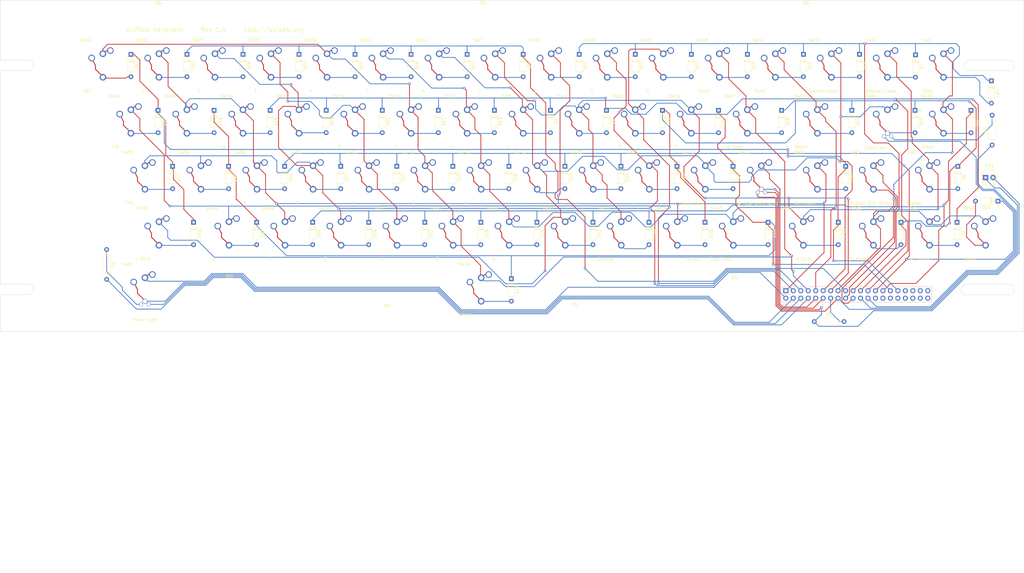
<source format=kicad_pcb>
(kicad_pcb (version 20171130) (host pcbnew "(5.1.5-0-10_14)")
  (title_block (title "Unified Retro Keyboard") (date 2019-08-25) (rev 1.4) (company OSIWeb.org) (comment 1 "Key matrix w/ LED"))
  (layers (0 F.Cu signal) (31 B.Cu signal) (34 B.Paste user) (35 F.Paste user) (36 B.SilkS user) (37 F.SilkS user) (38 B.Mask user) (39 F.Mask user) (44 Edge.Cuts user))
  (net 0 "")
  (net 1 /Row3)
  (net 2 /Row0)
  (net 3 /Row1)
  (net 4 "Net-(D5-Pad2)")
  (net 5 "Net-(D7-Pad2)")
  (net 6 "Net-(D8-Pad2)")
  (net 7 "Net-(D9-Pad2)")
  (net 8 "Net-(D10-Pad2)")
  (net 9 "Net-(D11-Pad2)")
  (net 10 "Net-(D12-Pad2)")
  (net 11 "Net-(D13-Pad2)")
  (net 12 "Net-(D14-Pad2)")
  (net 13 "Net-(D15-Pad2)")
  (net 14 "Net-(D16-Pad2)")
  (net 15 "Net-(D18-Pad2)")
  (net 16 "Net-(D19-Pad2)")
  (net 17 "Net-(D20-Pad2)")
  (net 18 "Net-(D22-Pad2)")
  (net 19 "Net-(D23-Pad2)")
  (net 20 "Net-(D24-Pad2)")
  (net 21 "Net-(D25-Pad2)")
  (net 22 "Net-(D26-Pad2)")
  (net 23 "Net-(D27-Pad2)")
  (net 24 "Net-(D28-Pad2)")
  (net 25 "Net-(D29-Pad2)")
  (net 26 "Net-(D30-Pad2)")
  (net 27 "Net-(D31-Pad2)")
  (net 28 "Net-(D32-Pad2)")
  (net 29 "Net-(D34-Pad2)")
  (net 30 "Net-(D36-Pad2)")
  (net 31 /Row4)
  (net 32 /Row5)
  (net 33 /Row7)
  (net 34 "Net-(D41-Pad2)")
  (net 35 "Net-(D42-Pad2)")
  (net 36 "Net-(D43-Pad2)")
  (net 37 "Net-(D45-Pad2)")
  (net 38 "Net-(D46-Pad2)")
  (net 39 "Net-(D47-Pad2)")
  (net 40 "Net-(D48-Pad2)")
  (net 41 "Net-(D49-Pad2)")
  (net 42 "Net-(D50-Pad2)")
  (net 43 "Net-(D51-Pad2)")
  (net 44 "Net-(D52-Pad2)")
  (net 45 "Net-(D53-Pad2)")
  (net 46 "Net-(D54-Pad2)")
  (net 47 "Net-(D55-Pad2)")
  (net 48 "Net-(D56-Pad2)")
  (net 49 "Net-(D57-Pad2)")
  (net 50 "Net-(D58-Pad2)")
  (net 51 "Net-(D59-Pad2)")
  (net 52 "Net-(D60-Pad2)")
  (net 53 "Net-(D61-Pad2)")
  (net 54 /Col0)
  (net 55 /Col1)
  (net 56 /Col2)
  (net 57 /Col3)
  (net 58 /Col4)
  (net 59 /Col5)
  (net 60 /Col6)
  (net 61 /Col7)
  (net 62 /Row6)
  (net 63 /Row2)
  (net 64 "Net-(J1-Pad40)")
  (net 65 "Net-(J1-Pad39)")
  (net 66 "Net-(J1-Pad38)")
  (net 67 "Net-(J1-Pad37)")
  (net 68 "Net-(J1-Pad36)")
  (net 69 "Net-(J1-Pad35)")
  (net 70 "Net-(J1-Pad34)")
  (net 71 "Net-(J1-Pad33)")
  (net 72 "Net-(D2-Pad2)")
  (net 73 "Net-(D3-Pad2)")
  (net 74 "Net-(D4-Pad2)")
  (net 75 "Net-(D6-Pad2)")
  (net 76 "Net-(D17-Pad2)")
  (net 77 "Net-(D21-Pad2)")
  (net 78 "Net-(D37-Pad2)")
  (net 79 "Net-(D38-Pad2)")
  (net 80 "Net-(D39-Pad2)")
  (net 81 "Net-(D40-Pad2)")
  (net 82 "Net-(D44-Pad2)")
  (net 83 "Net-(J1-Pad6)")
  (net 84 "Net-(J1-Pad8)")
  (net 85 "Net-(J1-Pad10)")
  (net 86 "Net-(J1-Pad12)")
  (net 87 "Net-(J1-Pad18)")
  (net 88 "Net-(J1-Pad20)")
  (net 89 "Net-(J1-Pad26)")
  (net 90 "Net-(J1-Pad28)")
  (net 91 "Net-(J1-Pad30)")
  (net 92 "Net-(J1-Pad32)")
  (net 93 "Net-(J1-Pad2)")
  (net 94 "Net-(J1-Pad4)")
  (net 95 "Net-(D1-Pad2)")
  (net 96 "Net-(D35-Pad2)")
  (net 97 "Net-(D33-Pad2)")
  (net 98 "Net-(D33-Pad1)")
  (net 99 "Net-(J1-Pad22)")
  (net 100 "Net-(J1-Pad24)")
  (net 101 "Net-(J1-Pad14)")
  (net 102 "Net-(R3-Pad2)")
  (net 103 "Net-(R1-Pad1)")
  (module Resistor_THT:R_Axial_DIN0207_L6.3mm_D2.5mm_P10.16mm_Horizontal (layer F.Cu) (at 370.84 116.84 90)
    (fp_text reference R3 (at 5.08 -2.37 90) (layer F.SilkS))
    (fp_text value 470)
    (pad 2 thru_hole oval (at 10.16 0 90) (size 1.6 1.6) (drill 0.8) (layers *.Cu *.Mask) (net 102 "Net-(R3-Pad2)"))
    (pad 1 thru_hole circle (at 0 0 90) (size 1.6 1.6) (drill 0.8) (layers *.Cu *.Mask) (net 99 "Net-(J1-Pad22)"))
  )
  (module Resistor_THT:R_Axial_DIN0207_L6.3mm_D2.5mm_P10.16mm_Horizontal (layer F.Cu) (at 310.388 176.911)
    (fp_text reference R2 (at 5.08 -2.37) (layer F.SilkS))
    (fp_text value 470)
    (pad 2 thru_hole oval (at 10.16 0) (size 1.6 1.6) (drill 0.8) (layers *.Cu *.Mask) (net 101 "Net-(J1-Pad14)"))
    (pad 1 thru_hole circle (at 0 0) (size 1.6 1.6) (drill 0.8) (layers *.Cu *.Mask) (net 97 "Net-(D33-Pad2)"))
  )
  (module Resistor_THT:R_Axial_DIN0207_L6.3mm_D2.5mm_P10.16mm_Horizontal (layer F.Cu) (at 69.85 152.4 270)
    (fp_text reference R1 (at 5.08 -2.37 90) (layer F.SilkS))
    (fp_text value 470)
    (pad 2 thru_hole oval (at 10.16 0 270) (size 1.6 1.6) (drill 0.8) (layers *.Cu *.Mask) (net 84 "Net-(J1-Pad8)"))
    (pad 1 thru_hole circle (at 0 0 270) (size 1.6 1.6) (drill 0.8) (layers *.Cu *.Mask) (net 103 "Net-(R1-Pad1)"))
  )
  (module unikbd:Key_MX (layer F.Cu) (at 354.32238 89.79916)
    (fp_text reference SW3 (at -5.7912 -8.6106) (layer F.SilkS))
    (fp_text value Tilde (at -5.334 8.6614) (layer F.SilkS))
    (fp_line (start 1.27 -5.08) (end 0.7366 -4.6736) (layer F.Cu) (width 0.3048))
    (fp_line (start 1.651 -5.08) (end 1.27 -5.08) (layer F.Cu) (width 0.3048))
    (fp_line (start -2.54 1.27) (end 0 3.81) (layer F.Cu) (width 0.3048))
    (fp_line (start -2.54 0) (end -2.54 1.27) (layer F.Cu) (width 0.3048))
    (fp_line (start -3.81 -2.54) (end -2.54 0) (layer F.Cu) (width 0.3048))
    (pad 2 thru_hole circle (at 0 4.0005) (size 2.2352 2.2352) (drill 1.397) (layers *.Cu *.Mask) (net 74 "Net-(D4-Pad2)"))
    (pad 1 thru_hole circle (at 0 -4.0005) (size 2.2352 2.2352) (drill 1.397) (layers *.Cu *.Mask) (net 54 /Col0))
    (pad 3 thru_hole circle (at 2.54 -5.08) (size 2.2352 2.2352) (drill 1.5748) (layers *.Cu *.Mask))
    (pad "" np_thru_hole circle (at -5.08 0) (size 1.7018 1.7018) (drill 1.7018) (layers *.Cu *.Mask))
    (pad "" np_thru_hole circle (at 5.08 0) (size 1.7018 1.7018) (drill 1.7018) (layers *.Cu *.Mask))
    (pad "" np_thru_hole circle (at 0 0) (size 3.9878 3.9878) (drill 3.9878) (layers *.Cu *.Mask))
    (pad 4 thru_hole circle (at -3.81 -2.54) (size 2.2352 2.2352) (drill 1.5748) (layers *.Cu *.Mask))
  )
  (module "unikbd:OSI mounting holes" (layer F.Cu) (at 197.15988 165.99916)
    (fp_text reference REF** (at 0 0.5) (layer F.SilkS))
    (fp_text value "OSI mounting holes")
    (fp_text user OSI (at 110.49762 -97.57156) (layer F.SilkS))
    (fp_text user OSI (at -109.56798 -97.46996) (layer F.SilkS))
    (fp_text user OSI (at 0.59182 -97.46996) (layer F.SilkS))
    (fp_text user OSI (at -31.86938 5.52704) (layer F.SilkS))
    (fp_text user OSI (at 31.88462 5.19684) (layer F.SilkS))
    (fp_text user OSI (at 86.31682 -4.09956) (layer F.SilkS))
    (fp_text user OSI (at -85.53958 -4.32816) (layer F.SilkS))
    (pad "" np_thru_hole circle (at 109.855 -92.8624) (size 3.500001 3.500001) (drill 3.500001) (layers *.Cu *.Mask))
    (pad "" np_thru_hole circle (at -109.855 -92.8624) (size 3.500001 3.500001) (drill 3.500001) (layers *.Cu *.Mask))
    (pad "" np_thru_hole circle (at 0 -92.8624) (size 3.500001 3.500001) (drill 3.500001) (layers *.Cu *.Mask))
    (pad "" np_thru_hole circle (at -31.75 10.16) (size 3.500001 3.500001) (drill 3.500001) (layers *.Cu *.Mask))
    (pad "" np_thru_hole circle (at 31.75 10.16) (size 3.500001 3.500001) (drill 3.500001) (layers *.Cu *.Mask))
    (pad "" np_thru_hole circle (at 85.979 0.4826) (size 3.500001 3.500001) (drill 3.500001) (layers *.Cu *.Mask))
    (pad "" np_thru_hole circle (at -85.979 0.4826) (size 3.500001 3.500001) (drill 3.500001) (layers *.Cu *.Mask))
  )
  (module unikbd:Key_MX_LED (layer F.Cu) (at 82.85988 165.99916)
    (fp_text reference SW61 (at -5.7912 -8.6106) (layer F.SilkS))
    (fp_text value "Power light" (at -0.04318 10.27684) (layer F.SilkS))
    (fp_line (start 1.27 -5.08) (end 0.7366 -4.6736) (layer F.Cu) (width 0.3048))
    (fp_line (start 1.651 -5.08) (end 1.27 -5.08) (layer F.Cu) (width 0.3048))
    (fp_line (start -2.54 1.27) (end 0 3.81) (layer F.Cu) (width 0.3048))
    (fp_line (start -2.54 0) (end -2.54 1.27) (layer F.Cu) (width 0.3048))
    (fp_line (start -3.81 -2.54) (end -2.54 0) (layer F.Cu) (width 0.3048))
    (pad 3 thru_hole circle (at -1.27 5.08) (size 1.27 1.27) (drill 1.0668) (layers *.Cu *.Mask) (net 103 "Net-(R1-Pad1)"))
    (pad 4 thru_hole circle (at 1.27 5.08) (size 1.27 1.27) (drill 1.0668) (layers *.Cu *.Mask) (net 83 "Net-(J1-Pad6)"))
    (pad 2 thru_hole circle (at 0 4.0005) (size 1.651 1.651) (drill 1.397) (layers *.Cu *.Mask) (net 94 "Net-(J1-Pad4)"))
    (pad 1 thru_hole circle (at 0 -4.0005) (size 2.2352 2.2352) (drill 1.397) (layers *.Cu *.Mask) (net 93 "Net-(J1-Pad2)"))
    (pad 6 thru_hole circle (at 2.54 -5.08) (size 2.2352 2.2352) (drill 1.5748) (layers *.Cu *.Mask))
    (pad "" np_thru_hole circle (at -5.08 0) (size 1.7018 1.7018) (drill 1.7018) (layers *.Cu *.Mask))
    (pad "" np_thru_hole circle (at 5.08 0) (size 1.7018 1.7018) (drill 1.7018) (layers *.Cu *.Mask))
    (pad "" np_thru_hole circle (at 0 0) (size 3.9878 3.9878) (drill 3.9878) (layers *.Cu *.Mask))
    (pad 5 thru_hole circle (at -3.81 -2.54) (size 2.2352 2.2352) (drill 1.5748) (layers *.Cu *.Mask))
  )
  (module unikbd:Key_MX_LED (layer F.Cu) (at 292.40988 127.89916)
    (fp_text reference SW32 (at -5.7912 -8.6106) (layer F.SilkS))
    (fp_text value "@ (OSI shift lock)" (at -1.27 8.89) (layer F.SilkS))
    (fp_line (start 1.27 -5.08) (end 0.7366 -4.6736) (layer F.Cu) (width 0.3048))
    (fp_line (start 1.651 -5.08) (end 1.27 -5.08) (layer F.Cu) (width 0.3048))
    (fp_line (start -2.54 1.27) (end 0 3.81) (layer F.Cu) (width 0.3048))
    (fp_line (start -2.54 0) (end -2.54 1.27) (layer F.Cu) (width 0.3048))
    (fp_line (start -3.81 -2.54) (end -2.54 0) (layer F.Cu) (width 0.3048))
    (pad 3 thru_hole circle (at -1.27 5.08) (size 1.27 1.27) (drill 1.0668) (layers *.Cu *.Mask) (net 98 "Net-(D33-Pad1)"))
    (pad 4 thru_hole circle (at 1.27 5.08) (size 1.27 1.27) (drill 1.0668) (layers *.Cu *.Mask) (net 97 "Net-(D33-Pad2)"))
    (pad 2 thru_hole circle (at 0 4.0005) (size 1.651 1.651) (drill 1.397) (layers *.Cu *.Mask) (net 86 "Net-(J1-Pad12)"))
    (pad 1 thru_hole circle (at 0 -4.0005) (size 2.2352 2.2352) (drill 1.397) (layers *.Cu *.Mask) (net 85 "Net-(J1-Pad10)"))
    (pad 6 thru_hole circle (at 2.54 -5.08) (size 2.2352 2.2352) (drill 1.5748) (layers *.Cu *.Mask))
    (pad "" np_thru_hole circle (at -5.08 0) (size 1.7018 1.7018) (drill 1.7018) (layers *.Cu *.Mask))
    (pad "" np_thru_hole circle (at 5.08 0) (size 1.7018 1.7018) (drill 1.7018) (layers *.Cu *.Mask))
    (pad "" np_thru_hole circle (at 0 0) (size 3.9878 3.9878) (drill 3.9878) (layers *.Cu *.Mask))
    (pad 5 thru_hole circle (at -3.81 -2.54) (size 2.2352 2.2352) (drill 1.5748) (layers *.Cu *.Mask))
  )
  (module unikbd:Key_MX_LED (layer F.Cu) (at 335.27238 108.84916)
    (fp_text reference SW9 (at -5.7912 -8.6106) (layer F.SilkS))
    (fp_text value Caps_Lock (at -3.98018 8.87984) (layer F.SilkS))
    (fp_line (start 1.27 -5.08) (end 0.7366 -4.6736) (layer F.Cu) (width 0.3048))
    (fp_line (start 1.651 -5.08) (end 1.27 -5.08) (layer F.Cu) (width 0.3048))
    (fp_line (start -2.54 1.27) (end 0 3.81) (layer F.Cu) (width 0.3048))
    (fp_line (start -2.54 0) (end -2.54 1.27) (layer F.Cu) (width 0.3048))
    (fp_line (start -3.81 -2.54) (end -2.54 0) (layer F.Cu) (width 0.3048))
    (pad 3 thru_hole circle (at -1.27 5.08) (size 1.27 1.27) (drill 1.0668) (layers *.Cu *.Mask) (net 100 "Net-(J1-Pad24)"))
    (pad 4 thru_hole circle (at 1.27 5.08) (size 1.27 1.27) (drill 1.0668) (layers *.Cu *.Mask) (net 102 "Net-(R3-Pad2)"))
    (pad 2 thru_hole circle (at 0 4.0005) (size 1.651 1.651) (drill 1.397) (layers *.Cu *.Mask) (net 8 "Net-(D10-Pad2)"))
    (pad 1 thru_hole circle (at 0 -4.0005) (size 2.2352 2.2352) (drill 1.397) (layers *.Cu *.Mask) (net 56 /Col2))
    (pad 6 thru_hole circle (at 2.54 -5.08) (size 2.2352 2.2352) (drill 1.5748) (layers *.Cu *.Mask))
    (pad "" np_thru_hole circle (at -5.08 0) (size 1.7018 1.7018) (drill 1.7018) (layers *.Cu *.Mask))
    (pad "" np_thru_hole circle (at 5.08 0) (size 1.7018 1.7018) (drill 1.7018) (layers *.Cu *.Mask))
    (pad "" np_thru_hole circle (at 0 0) (size 3.9878 3.9878) (drill 3.9878) (layers *.Cu *.Mask))
    (pad 5 thru_hole circle (at -3.81 -2.54) (size 2.2352 2.2352) (drill 1.5748) (layers *.Cu *.Mask))
  )
  (module unikbd:Key_MX (layer F.Cu) (at 87.62238 146.94916)
    (fp_text reference SW39 (at -5.7912 -8.6106) (layer F.SilkS))
    (fp_text value L_Shift (at -5.334 8.6614) (layer F.SilkS))
    (fp_line (start 1.27 -5.08) (end 0.7366 -4.6736) (layer F.Cu) (width 0.3048))
    (fp_line (start 1.651 -5.08) (end 1.27 -5.08) (layer F.Cu) (width 0.3048))
    (fp_line (start -2.54 1.27) (end 0 3.81) (layer F.Cu) (width 0.3048))
    (fp_line (start -2.54 0) (end -2.54 1.27) (layer F.Cu) (width 0.3048))
    (fp_line (start -3.81 -2.54) (end -2.54 0) (layer F.Cu) (width 0.3048))
    (pad 2 thru_hole circle (at 0 4.0005) (size 2.2352 2.2352) (drill 1.397) (layers *.Cu *.Mask) (net 81 "Net-(D40-Pad2)"))
    (pad 1 thru_hole circle (at 0 -4.0005) (size 2.2352 2.2352) (drill 1.397) (layers *.Cu *.Mask) (net 56 /Col2))
    (pad 3 thru_hole circle (at 2.54 -5.08) (size 2.2352 2.2352) (drill 1.5748) (layers *.Cu *.Mask))
    (pad "" np_thru_hole circle (at -5.08 0) (size 1.7018 1.7018) (drill 1.7018) (layers *.Cu *.Mask))
    (pad "" np_thru_hole circle (at 5.08 0) (size 1.7018 1.7018) (drill 1.7018) (layers *.Cu *.Mask))
    (pad "" np_thru_hole circle (at 0 0) (size 3.9878 3.9878) (drill 3.9878) (layers *.Cu *.Mask))
    (pad 4 thru_hole circle (at -3.81 -2.54) (size 2.2352 2.2352) (drill 1.5748) (layers *.Cu *.Mask))
  )
  (module unikbd:Key_MX (layer F.Cu) (at 273.35988 127.89916)
    (fp_text reference SW40 (at -5.7912 -8.6106) (layer F.SilkS))
    (fp_text value Semicolon (at -4.13258 8.87984) (layer F.SilkS))
    (fp_line (start 1.27 -5.08) (end 0.7366 -4.6736) (layer F.Cu) (width 0.3048))
    (fp_line (start 1.651 -5.08) (end 1.27 -5.08) (layer F.Cu) (width 0.3048))
    (fp_line (start -2.54 1.27) (end 0 3.81) (layer F.Cu) (width 0.3048))
    (fp_line (start -2.54 0) (end -2.54 1.27) (layer F.Cu) (width 0.3048))
    (fp_line (start -3.81 -2.54) (end -2.54 0) (layer F.Cu) (width 0.3048))
    (pad 2 thru_hole circle (at 0 4.0005) (size 2.2352 2.2352) (drill 1.397) (layers *.Cu *.Mask) (net 34 "Net-(D41-Pad2)"))
    (pad 1 thru_hole circle (at 0 -4.0005) (size 2.2352 2.2352) (drill 1.397) (layers *.Cu *.Mask) (net 56 /Col2))
    (pad 3 thru_hole circle (at 2.54 -5.08) (size 2.2352 2.2352) (drill 1.5748) (layers *.Cu *.Mask))
    (pad "" np_thru_hole circle (at -5.08 0) (size 1.7018 1.7018) (drill 1.7018) (layers *.Cu *.Mask))
    (pad "" np_thru_hole circle (at 5.08 0) (size 1.7018 1.7018) (drill 1.7018) (layers *.Cu *.Mask))
    (pad "" np_thru_hole circle (at 0 0) (size 3.9878 3.9878) (drill 3.9878) (layers *.Cu *.Mask))
    (pad 4 thru_hole circle (at -3.81 -2.54) (size 2.2352 2.2352) (drill 1.5748) (layers *.Cu *.Mask))
  )
  (module unikbd:Key_MX (layer F.Cu) (at 368.60988 146.94916)
    (fp_text reference SW63 (at -5.7912 -8.6106) (layer F.SilkS))
    (fp_text value Spare (at -5.334 8.6614) (layer F.SilkS))
    (fp_line (start 1.27 -5.08) (end 0.7366 -4.6736) (layer F.Cu) (width 0.3048))
    (fp_line (start 1.651 -5.08) (end 1.27 -5.08) (layer F.Cu) (width 0.3048))
    (fp_line (start -2.54 1.27) (end 0 3.81) (layer F.Cu) (width 0.3048))
    (fp_line (start -2.54 0) (end -2.54 1.27) (layer F.Cu) (width 0.3048))
    (fp_line (start -3.81 -2.54) (end -2.54 0) (layer F.Cu) (width 0.3048))
    (pad 2 thru_hole circle (at 0 4.0005) (size 2.2352 2.2352) (drill 1.397) (layers *.Cu *.Mask) (net 96 "Net-(D35-Pad2)"))
    (pad 1 thru_hole circle (at 0 -4.0005) (size 2.2352 2.2352) (drill 1.397) (layers *.Cu *.Mask) (net 54 /Col0))
    (pad 3 thru_hole circle (at 2.54 -5.08) (size 2.2352 2.2352) (drill 1.5748) (layers *.Cu *.Mask))
    (pad "" np_thru_hole circle (at -5.08 0) (size 1.7018 1.7018) (drill 1.7018) (layers *.Cu *.Mask))
    (pad "" np_thru_hole circle (at 5.08 0) (size 1.7018 1.7018) (drill 1.7018) (layers *.Cu *.Mask))
    (pad "" np_thru_hole circle (at 0 0) (size 3.9878 3.9878) (drill 3.9878) (layers *.Cu *.Mask))
    (pad 4 thru_hole circle (at -3.81 -2.54) (size 2.2352 2.2352) (drill 1.5748) (layers *.Cu *.Mask))
  )
  (module unikbd:Key_MX (layer F.Cu) (at 68.57238 89.79916)
    (fp_text reference SW62 (at -5.7912 -8.6106) (layer F.SilkS))
    (fp_text value ESC (at -5.334 8.6614) (layer F.SilkS))
    (fp_line (start 1.27 -5.08) (end 0.7366 -4.6736) (layer F.Cu) (width 0.3048))
    (fp_line (start 1.651 -5.08) (end 1.27 -5.08) (layer F.Cu) (width 0.3048))
    (fp_line (start -2.54 1.27) (end 0 3.81) (layer F.Cu) (width 0.3048))
    (fp_line (start -2.54 0) (end -2.54 1.27) (layer F.Cu) (width 0.3048))
    (fp_line (start -3.81 -2.54) (end -2.54 0) (layer F.Cu) (width 0.3048))
    (pad 2 thru_hole circle (at 0 4.0005) (size 2.2352 2.2352) (drill 1.397) (layers *.Cu *.Mask) (net 95 "Net-(D1-Pad2)"))
    (pad 1 thru_hole circle (at 0 -4.0005) (size 2.2352 2.2352) (drill 1.397) (layers *.Cu *.Mask) (net 58 /Col4))
    (pad 3 thru_hole circle (at 2.54 -5.08) (size 2.2352 2.2352) (drill 1.5748) (layers *.Cu *.Mask))
    (pad "" np_thru_hole circle (at -5.08 0) (size 1.7018 1.7018) (drill 1.7018) (layers *.Cu *.Mask))
    (pad "" np_thru_hole circle (at 5.08 0) (size 1.7018 1.7018) (drill 1.7018) (layers *.Cu *.Mask))
    (pad "" np_thru_hole circle (at 0 0) (size 3.9878 3.9878) (drill 3.9878) (layers *.Cu *.Mask))
    (pad 4 thru_hole circle (at -3.81 -2.54) (size 2.2352 2.2352) (drill 1.5748) (layers *.Cu *.Mask))
  )
  (module unikbd:Key_MX (layer F.Cu) (at 197.15988 165.99916)
    (fp_text reference SW46 (at -5.7912 -8.6106) (layer F.SilkS))
    (fp_text value SPACE (at -5.334 8.6614) (layer F.SilkS))
    (fp_line (start 1.27 -5.08) (end 0.7366 -4.6736) (layer F.Cu) (width 0.3048))
    (fp_line (start 1.651 -5.08) (end 1.27 -5.08) (layer F.Cu) (width 0.3048))
    (fp_line (start -2.54 1.27) (end 0 3.81) (layer F.Cu) (width 0.3048))
    (fp_line (start -2.54 0) (end -2.54 1.27) (layer F.Cu) (width 0.3048))
    (fp_line (start -3.81 -2.54) (end -2.54 0) (layer F.Cu) (width 0.3048))
    (pad 2 thru_hole circle (at 0 4.0005) (size 2.2352 2.2352) (drill 1.397) (layers *.Cu *.Mask) (net 39 "Net-(D47-Pad2)"))
    (pad 1 thru_hole circle (at 0 -4.0005) (size 2.2352 2.2352) (drill 1.397) (layers *.Cu *.Mask) (net 58 /Col4))
    (pad 3 thru_hole circle (at 2.54 -5.08) (size 2.2352 2.2352) (drill 1.5748) (layers *.Cu *.Mask))
    (pad "" np_thru_hole circle (at -5.08 0) (size 1.7018 1.7018) (drill 1.7018) (layers *.Cu *.Mask))
    (pad "" np_thru_hole circle (at 5.08 0) (size 1.7018 1.7018) (drill 1.7018) (layers *.Cu *.Mask))
    (pad "" np_thru_hole circle (at 0 0) (size 3.9878 3.9878) (drill 3.9878) (layers *.Cu *.Mask))
    (pad 4 thru_hole circle (at -3.81 -2.54) (size 2.2352 2.2352) (drill 1.5748) (layers *.Cu *.Mask))
  )
  (module unikbd:Key_MX (layer F.Cu) (at 244.78488 146.94916)
    (fp_text reference SW37 (at -5.7912 -8.6106) (layer F.SilkS))
    (fp_text value Comma (at -5.334 8.6614) (layer F.SilkS))
    (fp_line (start 1.27 -5.08) (end 0.7366 -4.6736) (layer F.Cu) (width 0.3048))
    (fp_line (start 1.651 -5.08) (end 1.27 -5.08) (layer F.Cu) (width 0.3048))
    (fp_line (start -2.54 1.27) (end 0 3.81) (layer F.Cu) (width 0.3048))
    (fp_line (start -2.54 0) (end -2.54 1.27) (layer F.Cu) (width 0.3048))
    (fp_line (start -3.81 -2.54) (end -2.54 0) (layer F.Cu) (width 0.3048))
    (pad 2 thru_hole circle (at 0 4.0005) (size 2.2352 2.2352) (drill 1.397) (layers *.Cu *.Mask) (net 79 "Net-(D38-Pad2)"))
    (pad 1 thru_hole circle (at 0 -4.0005) (size 2.2352 2.2352) (drill 1.397) (layers *.Cu *.Mask) (net 55 /Col1))
    (pad 3 thru_hole circle (at 2.54 -5.08) (size 2.2352 2.2352) (drill 1.5748) (layers *.Cu *.Mask))
    (pad "" np_thru_hole circle (at -5.08 0) (size 1.7018 1.7018) (drill 1.7018) (layers *.Cu *.Mask))
    (pad "" np_thru_hole circle (at 5.08 0) (size 1.7018 1.7018) (drill 1.7018) (layers *.Cu *.Mask))
    (pad "" np_thru_hole circle (at 0 0) (size 3.9878 3.9878) (drill 3.9878) (layers *.Cu *.Mask))
    (pad 4 thru_hole circle (at -3.81 -2.54) (size 2.2352 2.2352) (drill 1.5748) (layers *.Cu *.Mask))
  )
  (module unikbd:Key_MX (layer F.Cu) (at 87.62238 89.79916)
    (fp_text reference SW31 (at -5.7912 -8.6106) (layer F.SilkS))
    (fp_text value 1 (at -5.334 8.6614) (layer F.SilkS))
    (fp_line (start 1.27 -5.08) (end 0.7366 -4.6736) (layer F.Cu) (width 0.3048))
    (fp_line (start 1.651 -5.08) (end 1.27 -5.08) (layer F.Cu) (width 0.3048))
    (fp_line (start -2.54 1.27) (end 0 3.81) (layer F.Cu) (width 0.3048))
    (fp_line (start -2.54 0) (end -2.54 1.27) (layer F.Cu) (width 0.3048))
    (fp_line (start -3.81 -2.54) (end -2.54 0) (layer F.Cu) (width 0.3048))
    (pad 2 thru_hole circle (at 0 4.0005) (size 2.2352 2.2352) (drill 1.397) (layers *.Cu *.Mask) (net 28 "Net-(D32-Pad2)"))
    (pad 1 thru_hole circle (at 0 -4.0005) (size 2.2352 2.2352) (drill 1.397) (layers *.Cu *.Mask) (net 61 /Col7))
    (pad 3 thru_hole circle (at 2.54 -5.08) (size 2.2352 2.2352) (drill 1.5748) (layers *.Cu *.Mask))
    (pad "" np_thru_hole circle (at -5.08 0) (size 1.7018 1.7018) (drill 1.7018) (layers *.Cu *.Mask))
    (pad "" np_thru_hole circle (at 5.08 0) (size 1.7018 1.7018) (drill 1.7018) (layers *.Cu *.Mask))
    (pad "" np_thru_hole circle (at 0 0) (size 3.9878 3.9878) (drill 3.9878) (layers *.Cu *.Mask))
    (pad 4 thru_hole circle (at -3.81 -2.54) (size 2.2352 2.2352) (drill 1.5748) (layers *.Cu *.Mask))
  )
  (module unikbd:Key_MX (layer F.Cu) (at 220.97238 89.79916)
    (fp_text reference SW30 (at -5.7912 -8.6106) (layer F.SilkS))
    (fp_text value 8 (at -5.334 8.6614) (layer F.SilkS))
    (fp_line (start 1.27 -5.08) (end 0.7366 -4.6736) (layer F.Cu) (width 0.3048))
    (fp_line (start 1.651 -5.08) (end 1.27 -5.08) (layer F.Cu) (width 0.3048))
    (fp_line (start -2.54 1.27) (end 0 3.81) (layer F.Cu) (width 0.3048))
    (fp_line (start -2.54 0) (end -2.54 1.27) (layer F.Cu) (width 0.3048))
    (fp_line (start -3.81 -2.54) (end -2.54 0) (layer F.Cu) (width 0.3048))
    (pad 2 thru_hole circle (at 0 4.0005) (size 2.2352 2.2352) (drill 1.397) (layers *.Cu *.Mask) (net 27 "Net-(D31-Pad2)"))
    (pad 1 thru_hole circle (at 0 -4.0005) (size 2.2352 2.2352) (drill 1.397) (layers *.Cu *.Mask) (net 61 /Col7))
    (pad 3 thru_hole circle (at 2.54 -5.08) (size 2.2352 2.2352) (drill 1.5748) (layers *.Cu *.Mask))
    (pad "" np_thru_hole circle (at -5.08 0) (size 1.7018 1.7018) (drill 1.7018) (layers *.Cu *.Mask))
    (pad "" np_thru_hole circle (at 5.08 0) (size 1.7018 1.7018) (drill 1.7018) (layers *.Cu *.Mask))
    (pad "" np_thru_hole circle (at 0 0) (size 3.9878 3.9878) (drill 3.9878) (layers *.Cu *.Mask))
    (pad 4 thru_hole circle (at -3.81 -2.54) (size 2.2352 2.2352) (drill 1.5748) (layers *.Cu *.Mask))
  )
  (module unikbd:Key_MX (layer F.Cu) (at 263.83488 146.94916)
    (fp_text reference SW29 (at -5.7912 -8.6106) (layer F.SilkS))
    (fp_text value Period (at 5.07492 8.68934) (layer F.SilkS))
    (fp_line (start 1.27 -5.08) (end 0.7366 -4.6736) (layer F.Cu) (width 0.3048))
    (fp_line (start 1.651 -5.08) (end 1.27 -5.08) (layer F.Cu) (width 0.3048))
    (fp_line (start -2.54 1.27) (end 0 3.81) (layer F.Cu) (width 0.3048))
    (fp_line (start -2.54 0) (end -2.54 1.27) (layer F.Cu) (width 0.3048))
    (fp_line (start -3.81 -2.54) (end -2.54 0) (layer F.Cu) (width 0.3048))
    (pad 2 thru_hole circle (at 0 4.0005) (size 2.2352 2.2352) (drill 1.397) (layers *.Cu *.Mask) (net 26 "Net-(D30-Pad2)"))
    (pad 1 thru_hole circle (at 0 -4.0005) (size 2.2352 2.2352) (drill 1.397) (layers *.Cu *.Mask) (net 61 /Col7))
    (pad 3 thru_hole circle (at 2.54 -5.08) (size 2.2352 2.2352) (drill 1.5748) (layers *.Cu *.Mask))
    (pad "" np_thru_hole circle (at -5.08 0) (size 1.7018 1.7018) (drill 1.7018) (layers *.Cu *.Mask))
    (pad "" np_thru_hole circle (at 5.08 0) (size 1.7018 1.7018) (drill 1.7018) (layers *.Cu *.Mask))
    (pad "" np_thru_hole circle (at 0 0) (size 3.9878 3.9878) (drill 3.9878) (layers *.Cu *.Mask))
    (pad 4 thru_hole circle (at -3.81 -2.54) (size 2.2352 2.2352) (drill 1.5748) (layers *.Cu *.Mask))
  )
  (module unikbd:Key_MX (layer F.Cu) (at 116.19738 108.84916)
    (fp_text reference SW28 (at -5.7912 -8.6106) (layer F.SilkS))
    (fp_text value W (at -6.50748 8.62584) (layer F.SilkS))
    (fp_line (start 1.27 -5.08) (end 0.7366 -4.6736) (layer F.Cu) (width 0.3048))
    (fp_line (start 1.651 -5.08) (end 1.27 -5.08) (layer F.Cu) (width 0.3048))
    (fp_line (start -2.54 1.27) (end 0 3.81) (layer F.Cu) (width 0.3048))
    (fp_line (start -2.54 0) (end -2.54 1.27) (layer F.Cu) (width 0.3048))
    (fp_line (start -3.81 -2.54) (end -2.54 0) (layer F.Cu) (width 0.3048))
    (pad 2 thru_hole circle (at 0 4.0005) (size 2.2352 2.2352) (drill 1.397) (layers *.Cu *.Mask) (net 25 "Net-(D29-Pad2)"))
    (pad 1 thru_hole circle (at 0 -4.0005) (size 2.2352 2.2352) (drill 1.397) (layers *.Cu *.Mask) (net 61 /Col7))
    (pad 3 thru_hole circle (at 2.54 -5.08) (size 2.2352 2.2352) (drill 1.5748) (layers *.Cu *.Mask))
    (pad "" np_thru_hole circle (at -5.08 0) (size 1.7018 1.7018) (drill 1.7018) (layers *.Cu *.Mask))
    (pad "" np_thru_hole circle (at 5.08 0) (size 1.7018 1.7018) (drill 1.7018) (layers *.Cu *.Mask))
    (pad "" np_thru_hole circle (at 0 0) (size 3.9878 3.9878) (drill 3.9878) (layers *.Cu *.Mask))
    (pad 4 thru_hole circle (at -3.81 -2.54) (size 2.2352 2.2352) (drill 1.5748) (layers *.Cu *.Mask))
  )
  (module unikbd:Key_MX (layer F.Cu) (at 106.67238 89.79916)
    (fp_text reference SW27 (at -5.7912 -8.6106) (layer F.SilkS))
    (fp_text value 2 (at -5.334 8.6614) (layer F.SilkS))
    (fp_line (start 1.27 -5.08) (end 0.7366 -4.6736) (layer F.Cu) (width 0.3048))
    (fp_line (start 1.651 -5.08) (end 1.27 -5.08) (layer F.Cu) (width 0.3048))
    (fp_line (start -2.54 1.27) (end 0 3.81) (layer F.Cu) (width 0.3048))
    (fp_line (start -2.54 0) (end -2.54 1.27) (layer F.Cu) (width 0.3048))
    (fp_line (start -3.81 -2.54) (end -2.54 0) (layer F.Cu) (width 0.3048))
    (pad 2 thru_hole circle (at 0 4.0005) (size 2.2352 2.2352) (drill 1.397) (layers *.Cu *.Mask) (net 24 "Net-(D28-Pad2)"))
    (pad 1 thru_hole circle (at 0 -4.0005) (size 2.2352 2.2352) (drill 1.397) (layers *.Cu *.Mask) (net 60 /Col6))
    (pad 3 thru_hole circle (at 2.54 -5.08) (size 2.2352 2.2352) (drill 1.5748) (layers *.Cu *.Mask))
    (pad "" np_thru_hole circle (at -5.08 0) (size 1.7018 1.7018) (drill 1.7018) (layers *.Cu *.Mask))
    (pad "" np_thru_hole circle (at 5.08 0) (size 1.7018 1.7018) (drill 1.7018) (layers *.Cu *.Mask))
    (pad "" np_thru_hole circle (at 0 0) (size 3.9878 3.9878) (drill 3.9878) (layers *.Cu *.Mask))
    (pad 4 thru_hole circle (at -3.81 -2.54) (size 2.2352 2.2352) (drill 1.5748) (layers *.Cu *.Mask))
  )
  (module unikbd:Key_MX (layer F.Cu) (at 240.02238 89.79916)
    (fp_text reference SW26 (at -5.7912 -8.6106) (layer F.SilkS))
    (fp_text value 9 (at -5.334 8.6614) (layer F.SilkS))
    (fp_line (start 1.27 -5.08) (end 0.7366 -4.6736) (layer F.Cu) (width 0.3048))
    (fp_line (start 1.651 -5.08) (end 1.27 -5.08) (layer F.Cu) (width 0.3048))
    (fp_line (start -2.54 1.27) (end 0 3.81) (layer F.Cu) (width 0.3048))
    (fp_line (start -2.54 0) (end -2.54 1.27) (layer F.Cu) (width 0.3048))
    (fp_line (start -3.81 -2.54) (end -2.54 0) (layer F.Cu) (width 0.3048))
    (pad 2 thru_hole circle (at 0 4.0005) (size 2.2352 2.2352) (drill 1.397) (layers *.Cu *.Mask) (net 23 "Net-(D27-Pad2)"))
    (pad 1 thru_hole circle (at 0 -4.0005) (size 2.2352 2.2352) (drill 1.397) (layers *.Cu *.Mask) (net 60 /Col6))
    (pad 3 thru_hole circle (at 2.54 -5.08) (size 2.2352 2.2352) (drill 1.5748) (layers *.Cu *.Mask))
    (pad "" np_thru_hole circle (at -5.08 0) (size 1.7018 1.7018) (drill 1.7018) (layers *.Cu *.Mask))
    (pad "" np_thru_hole circle (at 5.08 0) (size 1.7018 1.7018) (drill 1.7018) (layers *.Cu *.Mask))
    (pad "" np_thru_hole circle (at 0 0) (size 3.9878 3.9878) (drill 3.9878) (layers *.Cu *.Mask))
    (pad 4 thru_hole circle (at -3.81 -2.54) (size 2.2352 2.2352) (drill 1.5748) (layers *.Cu *.Mask))
  )
  (module unikbd:Key_MX (layer F.Cu) (at 254.30988 127.89916)
    (fp_text reference SW25 (at -5.7912 -8.6106) (layer F.SilkS))
    (fp_text value L (at -5.334 8.6614) (layer F.SilkS))
    (fp_line (start 1.27 -5.08) (end 0.7366 -4.6736) (layer F.Cu) (width 0.3048))
    (fp_line (start 1.651 -5.08) (end 1.27 -5.08) (layer F.Cu) (width 0.3048))
    (fp_line (start -2.54 1.27) (end 0 3.81) (layer F.Cu) (width 0.3048))
    (fp_line (start -2.54 0) (end -2.54 1.27) (layer F.Cu) (width 0.3048))
    (fp_line (start -3.81 -2.54) (end -2.54 0) (layer F.Cu) (width 0.3048))
    (pad 2 thru_hole circle (at 0 4.0005) (size 2.2352 2.2352) (drill 1.397) (layers *.Cu *.Mask) (net 22 "Net-(D26-Pad2)"))
    (pad 1 thru_hole circle (at 0 -4.0005) (size 2.2352 2.2352) (drill 1.397) (layers *.Cu *.Mask) (net 60 /Col6))
    (pad 3 thru_hole circle (at 2.54 -5.08) (size 2.2352 2.2352) (drill 1.5748) (layers *.Cu *.Mask))
    (pad "" np_thru_hole circle (at -5.08 0) (size 1.7018 1.7018) (drill 1.7018) (layers *.Cu *.Mask))
    (pad "" np_thru_hole circle (at 5.08 0) (size 1.7018 1.7018) (drill 1.7018) (layers *.Cu *.Mask))
    (pad "" np_thru_hole circle (at 0 0) (size 3.9878 3.9878) (drill 3.9878) (layers *.Cu *.Mask))
    (pad 4 thru_hole circle (at -3.81 -2.54) (size 2.2352 2.2352) (drill 1.5748) (layers *.Cu *.Mask))
  )
  (module unikbd:Key_MX (layer F.Cu) (at 135.24738 108.84916)
    (fp_text reference SW24 (at -5.7912 -8.6106) (layer F.SilkS))
    (fp_text value E (at -5.334 8.6614) (layer F.SilkS))
    (fp_line (start 1.27 -5.08) (end 0.7366 -4.6736) (layer F.Cu) (width 0.3048))
    (fp_line (start 1.651 -5.08) (end 1.27 -5.08) (layer F.Cu) (width 0.3048))
    (fp_line (start -2.54 1.27) (end 0 3.81) (layer F.Cu) (width 0.3048))
    (fp_line (start -2.54 0) (end -2.54 1.27) (layer F.Cu) (width 0.3048))
    (fp_line (start -3.81 -2.54) (end -2.54 0) (layer F.Cu) (width 0.3048))
    (pad 2 thru_hole circle (at 0 4.0005) (size 2.2352 2.2352) (drill 1.397) (layers *.Cu *.Mask) (net 21 "Net-(D25-Pad2)"))
    (pad 1 thru_hole circle (at 0 -4.0005) (size 2.2352 2.2352) (drill 1.397) (layers *.Cu *.Mask) (net 60 /Col6))
    (pad 3 thru_hole circle (at 2.54 -5.08) (size 2.2352 2.2352) (drill 1.5748) (layers *.Cu *.Mask))
    (pad "" np_thru_hole circle (at -5.08 0) (size 1.7018 1.7018) (drill 1.7018) (layers *.Cu *.Mask))
    (pad "" np_thru_hole circle (at 5.08 0) (size 1.7018 1.7018) (drill 1.7018) (layers *.Cu *.Mask))
    (pad "" np_thru_hole circle (at 0 0) (size 3.9878 3.9878) (drill 3.9878) (layers *.Cu *.Mask))
    (pad 4 thru_hole circle (at -3.81 -2.54) (size 2.2352 2.2352) (drill 1.5748) (layers *.Cu *.Mask))
  )
  (module unikbd:Key_MX (layer F.Cu) (at 125.72238 89.79916)
    (fp_text reference SW23 (at -5.7912 -8.6106) (layer F.SilkS))
    (fp_text value 3 (at -5.334 8.6614) (layer F.SilkS))
    (fp_line (start 1.27 -5.08) (end 0.7366 -4.6736) (layer F.Cu) (width 0.3048))
    (fp_line (start 1.651 -5.08) (end 1.27 -5.08) (layer F.Cu) (width 0.3048))
    (fp_line (start -2.54 1.27) (end 0 3.81) (layer F.Cu) (width 0.3048))
    (fp_line (start -2.54 0) (end -2.54 1.27) (layer F.Cu) (width 0.3048))
    (fp_line (start -3.81 -2.54) (end -2.54 0) (layer F.Cu) (width 0.3048))
    (pad 2 thru_hole circle (at 0 4.0005) (size 2.2352 2.2352) (drill 1.397) (layers *.Cu *.Mask) (net 20 "Net-(D24-Pad2)"))
    (pad 1 thru_hole circle (at 0 -4.0005) (size 2.2352 2.2352) (drill 1.397) (layers *.Cu *.Mask) (net 59 /Col5))
    (pad 3 thru_hole circle (at 2.54 -5.08) (size 2.2352 2.2352) (drill 1.5748) (layers *.Cu *.Mask))
    (pad "" np_thru_hole circle (at -5.08 0) (size 1.7018 1.7018) (drill 1.7018) (layers *.Cu *.Mask))
    (pad "" np_thru_hole circle (at 5.08 0) (size 1.7018 1.7018) (drill 1.7018) (layers *.Cu *.Mask))
    (pad "" np_thru_hole circle (at 0 0) (size 3.9878 3.9878) (drill 3.9878) (layers *.Cu *.Mask))
    (pad 4 thru_hole circle (at -3.81 -2.54) (size 2.2352 2.2352) (drill 1.5748) (layers *.Cu *.Mask))
  )
  (module unikbd:Key_MX (layer F.Cu) (at 259.07238 89.79916)
    (fp_text reference SW22 (at -5.7912 -8.6106) (layer F.SilkS))
    (fp_text value 0 (at -5.334 8.6614) (layer F.SilkS))
    (fp_line (start 1.27 -5.08) (end 0.7366 -4.6736) (layer F.Cu) (width 0.3048))
    (fp_line (start 1.651 -5.08) (end 1.27 -5.08) (layer F.Cu) (width 0.3048))
    (fp_line (start -2.54 1.27) (end 0 3.81) (layer F.Cu) (width 0.3048))
    (fp_line (start -2.54 0) (end -2.54 1.27) (layer F.Cu) (width 0.3048))
    (fp_line (start -3.81 -2.54) (end -2.54 0) (layer F.Cu) (width 0.3048))
    (pad 2 thru_hole circle (at 0 4.0005) (size 2.2352 2.2352) (drill 1.397) (layers *.Cu *.Mask) (net 19 "Net-(D23-Pad2)"))
    (pad 1 thru_hole circle (at 0 -4.0005) (size 2.2352 2.2352) (drill 1.397) (layers *.Cu *.Mask) (net 59 /Col5))
    (pad 3 thru_hole circle (at 2.54 -5.08) (size 2.2352 2.2352) (drill 1.5748) (layers *.Cu *.Mask))
    (pad "" np_thru_hole circle (at -5.08 0) (size 1.7018 1.7018) (drill 1.7018) (layers *.Cu *.Mask))
    (pad "" np_thru_hole circle (at 5.08 0) (size 1.7018 1.7018) (drill 1.7018) (layers *.Cu *.Mask))
    (pad "" np_thru_hole circle (at 0 0) (size 3.9878 3.9878) (drill 3.9878) (layers *.Cu *.Mask))
    (pad 4 thru_hole circle (at -3.81 -2.54) (size 2.2352 2.2352) (drill 1.5748) (layers *.Cu *.Mask))
  )
  (module unikbd:Key_MX (layer F.Cu) (at 249.54738 108.84916)
    (fp_text reference SW21 (at -5.7912 -8.6106) (layer F.SilkS))
    (fp_text value O (at -5.334 8.6614) (layer F.SilkS))
    (fp_line (start 1.27 -5.08) (end 0.7366 -4.6736) (layer F.Cu) (width 0.3048))
    (fp_line (start 1.651 -5.08) (end 1.27 -5.08) (layer F.Cu) (width 0.3048))
    (fp_line (start -2.54 1.27) (end 0 3.81) (layer F.Cu) (width 0.3048))
    (fp_line (start -2.54 0) (end -2.54 1.27) (layer F.Cu) (width 0.3048))
    (fp_line (start -3.81 -2.54) (end -2.54 0) (layer F.Cu) (width 0.3048))
    (pad 2 thru_hole circle (at 0 4.0005) (size 2.2352 2.2352) (drill 1.397) (layers *.Cu *.Mask) (net 18 "Net-(D22-Pad2)"))
    (pad 1 thru_hole circle (at 0 -4.0005) (size 2.2352 2.2352) (drill 1.397) (layers *.Cu *.Mask) (net 59 /Col5))
    (pad 3 thru_hole circle (at 2.54 -5.08) (size 2.2352 2.2352) (drill 1.5748) (layers *.Cu *.Mask))
    (pad "" np_thru_hole circle (at -5.08 0) (size 1.7018 1.7018) (drill 1.7018) (layers *.Cu *.Mask))
    (pad "" np_thru_hole circle (at 5.08 0) (size 1.7018 1.7018) (drill 1.7018) (layers *.Cu *.Mask))
    (pad "" np_thru_hole circle (at 0 0) (size 3.9878 3.9878) (drill 3.9878) (layers *.Cu *.Mask))
    (pad 4 thru_hole circle (at -3.81 -2.54) (size 2.2352 2.2352) (drill 1.5748) (layers *.Cu *.Mask))
  )
  (module unikbd:Key_MX (layer F.Cu) (at 154.29738 108.84916)
    (fp_text reference SW20 (at -5.7912 -8.6106) (layer F.SilkS))
    (fp_text value R (at -5.334 8.6614) (layer F.SilkS))
    (fp_line (start 1.27 -5.08) (end 0.7366 -4.6736) (layer F.Cu) (width 0.3048))
    (fp_line (start 1.651 -5.08) (end 1.27 -5.08) (layer F.Cu) (width 0.3048))
    (fp_line (start -2.54 1.27) (end 0 3.81) (layer F.Cu) (width 0.3048))
    (fp_line (start -2.54 0) (end -2.54 1.27) (layer F.Cu) (width 0.3048))
    (fp_line (start -3.81 -2.54) (end -2.54 0) (layer F.Cu) (width 0.3048))
    (pad 2 thru_hole circle (at 0 4.0005) (size 2.2352 2.2352) (drill 1.397) (layers *.Cu *.Mask) (net 77 "Net-(D21-Pad2)"))
    (pad 1 thru_hole circle (at 0 -4.0005) (size 2.2352 2.2352) (drill 1.397) (layers *.Cu *.Mask) (net 59 /Col5))
    (pad 3 thru_hole circle (at 2.54 -5.08) (size 2.2352 2.2352) (drill 1.5748) (layers *.Cu *.Mask))
    (pad "" np_thru_hole circle (at -5.08 0) (size 1.7018 1.7018) (drill 1.7018) (layers *.Cu *.Mask))
    (pad "" np_thru_hole circle (at 5.08 0) (size 1.7018 1.7018) (drill 1.7018) (layers *.Cu *.Mask))
    (pad "" np_thru_hole circle (at 0 0) (size 3.9878 3.9878) (drill 3.9878) (layers *.Cu *.Mask))
    (pad 4 thru_hole circle (at -3.81 -2.54) (size 2.2352 2.2352) (drill 1.5748) (layers *.Cu *.Mask))
  )
  (module unikbd:Key_MX (layer F.Cu) (at 144.77238 89.79916)
    (fp_text reference SW19 (at -5.7912 -8.6106) (layer F.SilkS))
    (fp_text value 4 (at -5.334 8.6614) (layer F.SilkS))
    (fp_line (start 1.27 -5.08) (end 0.7366 -4.6736) (layer F.Cu) (width 0.3048))
    (fp_line (start 1.651 -5.08) (end 1.27 -5.08) (layer F.Cu) (width 0.3048))
    (fp_line (start -2.54 1.27) (end 0 3.81) (layer F.Cu) (width 0.3048))
    (fp_line (start -2.54 0) (end -2.54 1.27) (layer F.Cu) (width 0.3048))
    (fp_line (start -3.81 -2.54) (end -2.54 0) (layer F.Cu) (width 0.3048))
    (pad 2 thru_hole circle (at 0 4.0005) (size 2.2352 2.2352) (drill 1.397) (layers *.Cu *.Mask) (net 17 "Net-(D20-Pad2)"))
    (pad 1 thru_hole circle (at 0 -4.0005) (size 2.2352 2.2352) (drill 1.397) (layers *.Cu *.Mask) (net 58 /Col4))
    (pad 3 thru_hole circle (at 2.54 -5.08) (size 2.2352 2.2352) (drill 1.5748) (layers *.Cu *.Mask))
    (pad "" np_thru_hole circle (at -5.08 0) (size 1.7018 1.7018) (drill 1.7018) (layers *.Cu *.Mask))
    (pad "" np_thru_hole circle (at 5.08 0) (size 1.7018 1.7018) (drill 1.7018) (layers *.Cu *.Mask))
    (pad "" np_thru_hole circle (at 0 0) (size 3.9878 3.9878) (drill 3.9878) (layers *.Cu *.Mask))
    (pad 4 thru_hole circle (at -3.81 -2.54) (size 2.2352 2.2352) (drill 1.5748) (layers *.Cu *.Mask))
  )
  (module unikbd:Key_MX (layer F.Cu) (at 278.12238 89.79916)
    (fp_text reference SW18 (at -5.7912 -8.6106) (layer F.SilkS))
    (fp_text value Colon (at -5.334 8.6614) (layer F.SilkS))
    (fp_line (start 1.27 -5.08) (end 0.7366 -4.6736) (layer F.Cu) (width 0.3048))
    (fp_line (start 1.651 -5.08) (end 1.27 -5.08) (layer F.Cu) (width 0.3048))
    (fp_line (start -2.54 1.27) (end 0 3.81) (layer F.Cu) (width 0.3048))
    (fp_line (start -2.54 0) (end -2.54 1.27) (layer F.Cu) (width 0.3048))
    (fp_line (start -3.81 -2.54) (end -2.54 0) (layer F.Cu) (width 0.3048))
    (pad 2 thru_hole circle (at 0 4.0005) (size 2.2352 2.2352) (drill 1.397) (layers *.Cu *.Mask) (net 16 "Net-(D19-Pad2)"))
    (pad 1 thru_hole circle (at 0 -4.0005) (size 2.2352 2.2352) (drill 1.397) (layers *.Cu *.Mask) (net 58 /Col4))
    (pad 3 thru_hole circle (at 2.54 -5.08) (size 2.2352 2.2352) (drill 1.5748) (layers *.Cu *.Mask))
    (pad "" np_thru_hole circle (at -5.08 0) (size 1.7018 1.7018) (drill 1.7018) (layers *.Cu *.Mask))
    (pad "" np_thru_hole circle (at 5.08 0) (size 1.7018 1.7018) (drill 1.7018) (layers *.Cu *.Mask))
    (pad "" np_thru_hole circle (at 0 0) (size 3.9878 3.9878) (drill 3.9878) (layers *.Cu *.Mask))
    (pad 4 thru_hole circle (at -3.81 -2.54) (size 2.2352 2.2352) (drill 1.5748) (layers *.Cu *.Mask))
  )
  (module unikbd:Key_MX (layer F.Cu) (at 287.64738 108.84916)
    (fp_text reference SW17 (at -5.7912 -8.6106) (layer F.SilkS))
    (fp_text value "Line Feed" (at -5.334 8.6614) (layer F.SilkS))
    (fp_line (start 1.27 -5.08) (end 0.7366 -4.6736) (layer F.Cu) (width 0.3048))
    (fp_line (start 1.651 -5.08) (end 1.27 -5.08) (layer F.Cu) (width 0.3048))
    (fp_line (start -2.54 1.27) (end 0 3.81) (layer F.Cu) (width 0.3048))
    (fp_line (start -2.54 0) (end -2.54 1.27) (layer F.Cu) (width 0.3048))
    (fp_line (start -3.81 -2.54) (end -2.54 0) (layer F.Cu) (width 0.3048))
    (pad 2 thru_hole circle (at 0 4.0005) (size 2.2352 2.2352) (drill 1.397) (layers *.Cu *.Mask) (net 15 "Net-(D18-Pad2)"))
    (pad 1 thru_hole circle (at 0 -4.0005) (size 2.2352 2.2352) (drill 1.397) (layers *.Cu *.Mask) (net 58 /Col4))
    (pad 3 thru_hole circle (at 2.54 -5.08) (size 2.2352 2.2352) (drill 1.5748) (layers *.Cu *.Mask))
    (pad "" np_thru_hole circle (at -5.08 0) (size 1.7018 1.7018) (drill 1.7018) (layers *.Cu *.Mask))
    (pad "" np_thru_hole circle (at 5.08 0) (size 1.7018 1.7018) (drill 1.7018) (layers *.Cu *.Mask))
    (pad "" np_thru_hole circle (at 0 0) (size 3.9878 3.9878) (drill 3.9878) (layers *.Cu *.Mask))
    (pad 4 thru_hole circle (at -3.81 -2.54) (size 2.2352 2.2352) (drill 1.5748) (layers *.Cu *.Mask))
  )
  (module unikbd:Key_MX (layer F.Cu) (at 173.34738 108.84916)
    (fp_text reference SW16 (at -5.7912 -8.6106) (layer F.SilkS))
    (fp_text value T (at -5.334 8.6614) (layer F.SilkS))
    (fp_line (start 1.27 -5.08) (end 0.7366 -4.6736) (layer F.Cu) (width 0.3048))
    (fp_line (start 1.651 -5.08) (end 1.27 -5.08) (layer F.Cu) (width 0.3048))
    (fp_line (start -2.54 1.27) (end 0 3.81) (layer F.Cu) (width 0.3048))
    (fp_line (start -2.54 0) (end -2.54 1.27) (layer F.Cu) (width 0.3048))
    (fp_line (start -3.81 -2.54) (end -2.54 0) (layer F.Cu) (width 0.3048))
    (pad 2 thru_hole circle (at 0 4.0005) (size 2.2352 2.2352) (drill 1.397) (layers *.Cu *.Mask) (net 76 "Net-(D17-Pad2)"))
    (pad 1 thru_hole circle (at 0 -4.0005) (size 2.2352 2.2352) (drill 1.397) (layers *.Cu *.Mask) (net 58 /Col4))
    (pad 3 thru_hole circle (at 2.54 -5.08) (size 2.2352 2.2352) (drill 1.5748) (layers *.Cu *.Mask))
    (pad "" np_thru_hole circle (at -5.08 0) (size 1.7018 1.7018) (drill 1.7018) (layers *.Cu *.Mask))
    (pad "" np_thru_hole circle (at 5.08 0) (size 1.7018 1.7018) (drill 1.7018) (layers *.Cu *.Mask))
    (pad "" np_thru_hole circle (at 0 0) (size 3.9878 3.9878) (drill 3.9878) (layers *.Cu *.Mask))
    (pad 4 thru_hole circle (at -3.81 -2.54) (size 2.2352 2.2352) (drill 1.5748) (layers *.Cu *.Mask))
  )
  (module unikbd:Key_MX (layer F.Cu) (at 163.82238 89.79916)
    (fp_text reference SW15 (at -5.7912 -8.6106) (layer F.SilkS))
    (fp_text value 5 (at -5.334 8.6614) (layer F.SilkS))
    (fp_line (start 1.27 -5.08) (end 0.7366 -4.6736) (layer F.Cu) (width 0.3048))
    (fp_line (start 1.651 -5.08) (end 1.27 -5.08) (layer F.Cu) (width 0.3048))
    (fp_line (start -2.54 1.27) (end 0 3.81) (layer F.Cu) (width 0.3048))
    (fp_line (start -2.54 0) (end -2.54 1.27) (layer F.Cu) (width 0.3048))
    (fp_line (start -3.81 -2.54) (end -2.54 0) (layer F.Cu) (width 0.3048))
    (pad 2 thru_hole circle (at 0 4.0005) (size 2.2352 2.2352) (drill 1.397) (layers *.Cu *.Mask) (net 14 "Net-(D16-Pad2)"))
    (pad 1 thru_hole circle (at 0 -4.0005) (size 2.2352 2.2352) (drill 1.397) (layers *.Cu *.Mask) (net 57 /Col3))
    (pad 3 thru_hole circle (at 2.54 -5.08) (size 2.2352 2.2352) (drill 1.5748) (layers *.Cu *.Mask))
    (pad "" np_thru_hole circle (at -5.08 0) (size 1.7018 1.7018) (drill 1.7018) (layers *.Cu *.Mask))
    (pad "" np_thru_hole circle (at 5.08 0) (size 1.7018 1.7018) (drill 1.7018) (layers *.Cu *.Mask))
    (pad "" np_thru_hole circle (at 0 0) (size 3.9878 3.9878) (drill 3.9878) (layers *.Cu *.Mask))
    (pad 4 thru_hole circle (at -3.81 -2.54) (size 2.2352 2.2352) (drill 1.5748) (layers *.Cu *.Mask))
  )
  (module unikbd:Key_MX (layer F.Cu) (at 297.17238 89.79916)
    (fp_text reference SW14 (at -5.7912 -8.6106) (layer F.SilkS))
    (fp_text value Dash (at -5.334 8.6614) (layer F.SilkS))
    (fp_line (start 1.27 -5.08) (end 0.7366 -4.6736) (layer F.Cu) (width 0.3048))
    (fp_line (start 1.651 -5.08) (end 1.27 -5.08) (layer F.Cu) (width 0.3048))
    (fp_line (start -2.54 1.27) (end 0 3.81) (layer F.Cu) (width 0.3048))
    (fp_line (start -2.54 0) (end -2.54 1.27) (layer F.Cu) (width 0.3048))
    (fp_line (start -3.81 -2.54) (end -2.54 0) (layer F.Cu) (width 0.3048))
    (pad 2 thru_hole circle (at 0 4.0005) (size 2.2352 2.2352) (drill 1.397) (layers *.Cu *.Mask) (net 13 "Net-(D15-Pad2)"))
    (pad 1 thru_hole circle (at 0 -4.0005) (size 2.2352 2.2352) (drill 1.397) (layers *.Cu *.Mask) (net 57 /Col3))
    (pad 3 thru_hole circle (at 2.54 -5.08) (size 2.2352 2.2352) (drill 1.5748) (layers *.Cu *.Mask))
    (pad "" np_thru_hole circle (at -5.08 0) (size 1.7018 1.7018) (drill 1.7018) (layers *.Cu *.Mask))
    (pad "" np_thru_hole circle (at 5.08 0) (size 1.7018 1.7018) (drill 1.7018) (layers *.Cu *.Mask))
    (pad "" np_thru_hole circle (at 0 0) (size 3.9878 3.9878) (drill 3.9878) (layers *.Cu *.Mask))
    (pad 4 thru_hole circle (at -3.81 -2.54) (size 2.2352 2.2352) (drill 1.5748) (layers *.Cu *.Mask))
  )
  (module unikbd:Key_MX (layer F.Cu) (at 311.45988 108.84916)
    (fp_text reference SW13 (at -5.7912 -8.6106) (layer F.SilkS))
    (fp_text value Return (at -5.334 8.6614) (layer F.SilkS))
    (fp_line (start 1.27 -5.08) (end 0.7366 -4.6736) (layer F.Cu) (width 0.3048))
    (fp_line (start 1.651 -5.08) (end 1.27 -5.08) (layer F.Cu) (width 0.3048))
    (fp_line (start -2.54 1.27) (end 0 3.81) (layer F.Cu) (width 0.3048))
    (fp_line (start -2.54 0) (end -2.54 1.27) (layer F.Cu) (width 0.3048))
    (fp_line (start -3.81 -2.54) (end -2.54 0) (layer F.Cu) (width 0.3048))
    (pad 2 thru_hole circle (at 0 4.0005) (size 2.2352 2.2352) (drill 1.397) (layers *.Cu *.Mask) (net 12 "Net-(D14-Pad2)"))
    (pad 1 thru_hole circle (at 0 -4.0005) (size 2.2352 2.2352) (drill 1.397) (layers *.Cu *.Mask) (net 57 /Col3))
    (pad 3 thru_hole circle (at 2.54 -5.08) (size 2.2352 2.2352) (drill 1.5748) (layers *.Cu *.Mask))
    (pad "" np_thru_hole circle (at -5.08 0) (size 1.7018 1.7018) (drill 1.7018) (layers *.Cu *.Mask))
    (pad "" np_thru_hole circle (at 5.08 0) (size 1.7018 1.7018) (drill 1.7018) (layers *.Cu *.Mask))
    (pad "" np_thru_hole circle (at 0 0) (size 3.9878 3.9878) (drill 3.9878) (layers *.Cu *.Mask))
    (pad 4 thru_hole circle (at -3.81 -2.54) (size 2.2352 2.2352) (drill 1.5748) (layers *.Cu *.Mask))
  )
  (module unikbd:Key_MX (layer F.Cu) (at 192.39738 108.84916)
    (fp_text reference SW12 (at -5.7912 -8.6106) (layer F.SilkS))
    (fp_text value Y (at -5.334 8.6614) (layer F.SilkS))
    (fp_line (start 1.27 -5.08) (end 0.7366 -4.6736) (layer F.Cu) (width 0.3048))
    (fp_line (start 1.651 -5.08) (end 1.27 -5.08) (layer F.Cu) (width 0.3048))
    (fp_line (start -2.54 1.27) (end 0 3.81) (layer F.Cu) (width 0.3048))
    (fp_line (start -2.54 0) (end -2.54 1.27) (layer F.Cu) (width 0.3048))
    (fp_line (start -3.81 -2.54) (end -2.54 0) (layer F.Cu) (width 0.3048))
    (pad 2 thru_hole circle (at 0 4.0005) (size 2.2352 2.2352) (drill 1.397) (layers *.Cu *.Mask) (net 11 "Net-(D13-Pad2)"))
    (pad 1 thru_hole circle (at 0 -4.0005) (size 2.2352 2.2352) (drill 1.397) (layers *.Cu *.Mask) (net 57 /Col3))
    (pad 3 thru_hole circle (at 2.54 -5.08) (size 2.2352 2.2352) (drill 1.5748) (layers *.Cu *.Mask))
    (pad "" np_thru_hole circle (at -5.08 0) (size 1.7018 1.7018) (drill 1.7018) (layers *.Cu *.Mask))
    (pad "" np_thru_hole circle (at 5.08 0) (size 1.7018 1.7018) (drill 1.7018) (layers *.Cu *.Mask))
    (pad "" np_thru_hole circle (at 0 0) (size 3.9878 3.9878) (drill 3.9878) (layers *.Cu *.Mask))
    (pad 4 thru_hole circle (at -3.81 -2.54) (size 2.2352 2.2352) (drill 1.5748) (layers *.Cu *.Mask))
  )
  (module unikbd:Key_MX (layer F.Cu) (at 182.87238 89.79916)
    (fp_text reference SW11 (at -5.7912 -8.6106) (layer F.SilkS))
    (fp_text value 6 (at -5.334 8.6614) (layer F.SilkS))
    (fp_line (start 1.27 -5.08) (end 0.7366 -4.6736) (layer F.Cu) (width 0.3048))
    (fp_line (start 1.651 -5.08) (end 1.27 -5.08) (layer F.Cu) (width 0.3048))
    (fp_line (start -2.54 1.27) (end 0 3.81) (layer F.Cu) (width 0.3048))
    (fp_line (start -2.54 0) (end -2.54 1.27) (layer F.Cu) (width 0.3048))
    (fp_line (start -3.81 -2.54) (end -2.54 0) (layer F.Cu) (width 0.3048))
    (pad 2 thru_hole circle (at 0 4.0005) (size 2.2352 2.2352) (drill 1.397) (layers *.Cu *.Mask) (net 10 "Net-(D12-Pad2)"))
    (pad 1 thru_hole circle (at 0 -4.0005) (size 2.2352 2.2352) (drill 1.397) (layers *.Cu *.Mask) (net 56 /Col2))
    (pad 3 thru_hole circle (at 2.54 -5.08) (size 2.2352 2.2352) (drill 1.5748) (layers *.Cu *.Mask))
    (pad "" np_thru_hole circle (at -5.08 0) (size 1.7018 1.7018) (drill 1.7018) (layers *.Cu *.Mask))
    (pad "" np_thru_hole circle (at 5.08 0) (size 1.7018 1.7018) (drill 1.7018) (layers *.Cu *.Mask))
    (pad "" np_thru_hole circle (at 0 0) (size 3.9878 3.9878) (drill 3.9878) (layers *.Cu *.Mask))
    (pad 4 thru_hole circle (at -3.81 -2.54) (size 2.2352 2.2352) (drill 1.5748) (layers *.Cu *.Mask))
  )
  (module unikbd:Key_MX (layer F.Cu) (at 316.22238 89.79916)
    (fp_text reference SW10 (at -5.7912 -8.6106) (layer F.SilkS))
    (fp_text value Bracket_Open (at -2.794 8.6614) (layer F.SilkS))
    (fp_line (start 1.27 -5.08) (end 0.7366 -4.6736) (layer F.Cu) (width 0.3048))
    (fp_line (start 1.651 -5.08) (end 1.27 -5.08) (layer F.Cu) (width 0.3048))
    (fp_line (start -2.54 1.27) (end 0 3.81) (layer F.Cu) (width 0.3048))
    (fp_line (start -2.54 0) (end -2.54 1.27) (layer F.Cu) (width 0.3048))
    (fp_line (start -3.81 -2.54) (end -2.54 0) (layer F.Cu) (width 0.3048))
    (pad 2 thru_hole circle (at 0 4.0005) (size 2.2352 2.2352) (drill 1.397) (layers *.Cu *.Mask) (net 9 "Net-(D11-Pad2)"))
    (pad 1 thru_hole circle (at 0 -4.0005) (size 2.2352 2.2352) (drill 1.397) (layers *.Cu *.Mask) (net 56 /Col2))
    (pad 3 thru_hole circle (at 2.54 -5.08) (size 2.2352 2.2352) (drill 1.5748) (layers *.Cu *.Mask))
    (pad "" np_thru_hole circle (at -5.08 0) (size 1.7018 1.7018) (drill 1.7018) (layers *.Cu *.Mask))
    (pad "" np_thru_hole circle (at 5.08 0) (size 1.7018 1.7018) (drill 1.7018) (layers *.Cu *.Mask))
    (pad "" np_thru_hole circle (at 0 0) (size 3.9878 3.9878) (drill 3.9878) (layers *.Cu *.Mask))
    (pad 4 thru_hole circle (at -3.81 -2.54) (size 2.2352 2.2352) (drill 1.5748) (layers *.Cu *.Mask))
  )
  (module unikbd:Key_MX (layer F.Cu) (at 211.44738 108.84916)
    (fp_text reference SW8 (at -5.7912 -8.6106) (layer F.SilkS))
    (fp_text value U (at -5.334 8.6614) (layer F.SilkS))
    (fp_line (start 1.27 -5.08) (end 0.7366 -4.6736) (layer F.Cu) (width 0.3048))
    (fp_line (start 1.651 -5.08) (end 1.27 -5.08) (layer F.Cu) (width 0.3048))
    (fp_line (start -2.54 1.27) (end 0 3.81) (layer F.Cu) (width 0.3048))
    (fp_line (start -2.54 0) (end -2.54 1.27) (layer F.Cu) (width 0.3048))
    (fp_line (start -3.81 -2.54) (end -2.54 0) (layer F.Cu) (width 0.3048))
    (pad 2 thru_hole circle (at 0 4.0005) (size 2.2352 2.2352) (drill 1.397) (layers *.Cu *.Mask) (net 7 "Net-(D9-Pad2)"))
    (pad 1 thru_hole circle (at 0 -4.0005) (size 2.2352 2.2352) (drill 1.397) (layers *.Cu *.Mask) (net 56 /Col2))
    (pad 3 thru_hole circle (at 2.54 -5.08) (size 2.2352 2.2352) (drill 1.5748) (layers *.Cu *.Mask))
    (pad "" np_thru_hole circle (at -5.08 0) (size 1.7018 1.7018) (drill 1.7018) (layers *.Cu *.Mask))
    (pad "" np_thru_hole circle (at 5.08 0) (size 1.7018 1.7018) (drill 1.7018) (layers *.Cu *.Mask))
    (pad "" np_thru_hole circle (at 0 0) (size 3.9878 3.9878) (drill 3.9878) (layers *.Cu *.Mask))
    (pad 4 thru_hole circle (at -3.81 -2.54) (size 2.2352 2.2352) (drill 1.5748) (layers *.Cu *.Mask))
  )
  (module unikbd:Key_MX (layer F.Cu) (at 201.92238 89.79916)
    (fp_text reference SW7 (at -5.7912 -8.6106) (layer F.SilkS))
    (fp_text value 7 (at -5.334 8.6614) (layer F.SilkS))
    (fp_line (start 1.27 -5.08) (end 0.7366 -4.6736) (layer F.Cu) (width 0.3048))
    (fp_line (start 1.651 -5.08) (end 1.27 -5.08) (layer F.Cu) (width 0.3048))
    (fp_line (start -2.54 1.27) (end 0 3.81) (layer F.Cu) (width 0.3048))
    (fp_line (start -2.54 0) (end -2.54 1.27) (layer F.Cu) (width 0.3048))
    (fp_line (start -3.81 -2.54) (end -2.54 0) (layer F.Cu) (width 0.3048))
    (pad 2 thru_hole circle (at 0 4.0005) (size 2.2352 2.2352) (drill 1.397) (layers *.Cu *.Mask) (net 6 "Net-(D8-Pad2)"))
    (pad 1 thru_hole circle (at 0 -4.0005) (size 2.2352 2.2352) (drill 1.397) (layers *.Cu *.Mask) (net 55 /Col1))
    (pad 3 thru_hole circle (at 2.54 -5.08) (size 2.2352 2.2352) (drill 1.5748) (layers *.Cu *.Mask))
    (pad "" np_thru_hole circle (at -5.08 0) (size 1.7018 1.7018) (drill 1.7018) (layers *.Cu *.Mask))
    (pad "" np_thru_hole circle (at 5.08 0) (size 1.7018 1.7018) (drill 1.7018) (layers *.Cu *.Mask))
    (pad "" np_thru_hole circle (at 0 0) (size 3.9878 3.9878) (drill 3.9878) (layers *.Cu *.Mask))
    (pad 4 thru_hole circle (at -3.81 -2.54) (size 2.2352 2.2352) (drill 1.5748) (layers *.Cu *.Mask))
  )
  (module unikbd:Key_MX (layer F.Cu) (at 335.27238 89.79916)
    (fp_text reference SW6 (at -5.7912 -8.6106) (layer F.SilkS))
    (fp_text value Bracket_Close (at -2.08788 8.68934) (layer F.SilkS))
    (fp_line (start 1.27 -5.08) (end 0.7366 -4.6736) (layer F.Cu) (width 0.3048))
    (fp_line (start 1.651 -5.08) (end 1.27 -5.08) (layer F.Cu) (width 0.3048))
    (fp_line (start -2.54 1.27) (end 0 3.81) (layer F.Cu) (width 0.3048))
    (fp_line (start -2.54 0) (end -2.54 1.27) (layer F.Cu) (width 0.3048))
    (fp_line (start -3.81 -2.54) (end -2.54 0) (layer F.Cu) (width 0.3048))
    (pad 2 thru_hole circle (at 0 4.0005) (size 2.2352 2.2352) (drill 1.397) (layers *.Cu *.Mask) (net 5 "Net-(D7-Pad2)"))
    (pad 1 thru_hole circle (at 0 -4.0005) (size 2.2352 2.2352) (drill 1.397) (layers *.Cu *.Mask) (net 55 /Col1))
    (pad 3 thru_hole circle (at 2.54 -5.08) (size 2.2352 2.2352) (drill 1.5748) (layers *.Cu *.Mask))
    (pad "" np_thru_hole circle (at -5.08 0) (size 1.7018 1.7018) (drill 1.7018) (layers *.Cu *.Mask))
    (pad "" np_thru_hole circle (at 5.08 0) (size 1.7018 1.7018) (drill 1.7018) (layers *.Cu *.Mask))
    (pad "" np_thru_hole circle (at 0 0) (size 3.9878 3.9878) (drill 3.9878) (layers *.Cu *.Mask))
    (pad 4 thru_hole circle (at -3.81 -2.54) (size 2.2352 2.2352) (drill 1.5748) (layers *.Cu *.Mask))
  )
  (module unikbd:Key_MX (layer F.Cu) (at 349.55988 127.89916)
    (fp_text reference SW5 (at -5.7912 -8.6106) (layer F.SilkS))
    (fp_text value Repeat (at -5.334 8.6614) (layer F.SilkS))
    (fp_line (start 1.27 -5.08) (end 0.7366 -4.6736) (layer F.Cu) (width 0.3048))
    (fp_line (start 1.651 -5.08) (end 1.27 -5.08) (layer F.Cu) (width 0.3048))
    (fp_line (start -2.54 1.27) (end 0 3.81) (layer F.Cu) (width 0.3048))
    (fp_line (start -2.54 0) (end -2.54 1.27) (layer F.Cu) (width 0.3048))
    (fp_line (start -3.81 -2.54) (end -2.54 0) (layer F.Cu) (width 0.3048))
    (pad 2 thru_hole circle (at 0 4.0005) (size 2.2352 2.2352) (drill 1.397) (layers *.Cu *.Mask) (net 75 "Net-(D6-Pad2)"))
    (pad 1 thru_hole circle (at 0 -4.0005) (size 2.2352 2.2352) (drill 1.397) (layers *.Cu *.Mask) (net 55 /Col1))
    (pad 3 thru_hole circle (at 2.54 -5.08) (size 2.2352 2.2352) (drill 1.5748) (layers *.Cu *.Mask))
    (pad "" np_thru_hole circle (at -5.08 0) (size 1.7018 1.7018) (drill 1.7018) (layers *.Cu *.Mask))
    (pad "" np_thru_hole circle (at 5.08 0) (size 1.7018 1.7018) (drill 1.7018) (layers *.Cu *.Mask))
    (pad "" np_thru_hole circle (at 0 0) (size 3.9878 3.9878) (drill 3.9878) (layers *.Cu *.Mask))
    (pad 4 thru_hole circle (at -3.81 -2.54) (size 2.2352 2.2352) (drill 1.5748) (layers *.Cu *.Mask))
  )
  (module unikbd:Key_MX (layer F.Cu) (at 230.49738 108.84916)
    (fp_text reference SW4 (at -5.7912 -8.6106) (layer F.SilkS))
    (fp_text value I (at -5.334 8.6614) (layer F.SilkS))
    (fp_line (start 1.27 -5.08) (end 0.7366 -4.6736) (layer F.Cu) (width 0.3048))
    (fp_line (start 1.651 -5.08) (end 1.27 -5.08) (layer F.Cu) (width 0.3048))
    (fp_line (start -2.54 1.27) (end 0 3.81) (layer F.Cu) (width 0.3048))
    (fp_line (start -2.54 0) (end -2.54 1.27) (layer F.Cu) (width 0.3048))
    (fp_line (start -3.81 -2.54) (end -2.54 0) (layer F.Cu) (width 0.3048))
    (pad 2 thru_hole circle (at 0 4.0005) (size 2.2352 2.2352) (drill 1.397) (layers *.Cu *.Mask) (net 4 "Net-(D5-Pad2)"))
    (pad 1 thru_hole circle (at 0 -4.0005) (size 2.2352 2.2352) (drill 1.397) (layers *.Cu *.Mask) (net 55 /Col1))
    (pad 3 thru_hole circle (at 2.54 -5.08) (size 2.2352 2.2352) (drill 1.5748) (layers *.Cu *.Mask))
    (pad "" np_thru_hole circle (at -5.08 0) (size 1.7018 1.7018) (drill 1.7018) (layers *.Cu *.Mask))
    (pad "" np_thru_hole circle (at 5.08 0) (size 1.7018 1.7018) (drill 1.7018) (layers *.Cu *.Mask))
    (pad "" np_thru_hole circle (at 0 0) (size 3.9878 3.9878) (drill 3.9878) (layers *.Cu *.Mask))
    (pad 4 thru_hole circle (at -3.81 -2.54) (size 2.2352 2.2352) (drill 1.5748) (layers *.Cu *.Mask))
  )
  (module unikbd:Key_MX (layer F.Cu) (at 330.50988 146.94916)
    (fp_text reference SW2 (at -5.7912 -8.6106) (layer F.SilkS))
    (fp_text value "LT Arrow" (at -5.334 8.6614) (layer F.SilkS))
    (fp_line (start 1.27 -5.08) (end 0.7366 -4.6736) (layer F.Cu) (width 0.3048))
    (fp_line (start 1.651 -5.08) (end 1.27 -5.08) (layer F.Cu) (width 0.3048))
    (fp_line (start -2.54 1.27) (end 0 3.81) (layer F.Cu) (width 0.3048))
    (fp_line (start -2.54 0) (end -2.54 1.27) (layer F.Cu) (width 0.3048))
    (fp_line (start -3.81 -2.54) (end -2.54 0) (layer F.Cu) (width 0.3048))
    (pad 2 thru_hole circle (at 0 4.0005) (size 2.2352 2.2352) (drill 1.397) (layers *.Cu *.Mask) (net 73 "Net-(D3-Pad2)"))
    (pad 1 thru_hole circle (at 0 -4.0005) (size 2.2352 2.2352) (drill 1.397) (layers *.Cu *.Mask) (net 54 /Col0))
    (pad 3 thru_hole circle (at 2.54 -5.08) (size 2.2352 2.2352) (drill 1.5748) (layers *.Cu *.Mask))
    (pad "" np_thru_hole circle (at -5.08 0) (size 1.7018 1.7018) (drill 1.7018) (layers *.Cu *.Mask))
    (pad "" np_thru_hole circle (at 5.08 0) (size 1.7018 1.7018) (drill 1.7018) (layers *.Cu *.Mask))
    (pad "" np_thru_hole circle (at 0 0) (size 3.9878 3.9878) (drill 3.9878) (layers *.Cu *.Mask))
    (pad 4 thru_hole circle (at -3.81 -2.54) (size 2.2352 2.2352) (drill 1.5748) (layers *.Cu *.Mask))
  )
  (module unikbd:Key_MX (layer F.Cu) (at 120.95988 127.89916)
    (fp_text reference SW60 (at -5.7912 -8.6106) (layer F.SilkS))
    (fp_text value S (at -4.13258 8.62584) (layer F.SilkS))
    (fp_line (start 1.27 -5.08) (end 0.7366 -4.6736) (layer F.Cu) (width 0.3048))
    (fp_line (start 1.651 -5.08) (end 1.27 -5.08) (layer F.Cu) (width 0.3048))
    (fp_line (start -2.54 1.27) (end 0 3.81) (layer F.Cu) (width 0.3048))
    (fp_line (start -2.54 0) (end -2.54 1.27) (layer F.Cu) (width 0.3048))
    (fp_line (start -3.81 -2.54) (end -2.54 0) (layer F.Cu) (width 0.3048))
    (pad 2 thru_hole circle (at 0 4.0005) (size 2.2352 2.2352) (drill 1.397) (layers *.Cu *.Mask) (net 53 "Net-(D61-Pad2)"))
    (pad 1 thru_hole circle (at 0 -4.0005) (size 2.2352 2.2352) (drill 1.397) (layers *.Cu *.Mask) (net 61 /Col7))
    (pad 3 thru_hole circle (at 2.54 -5.08) (size 2.2352 2.2352) (drill 1.5748) (layers *.Cu *.Mask))
    (pad "" np_thru_hole circle (at -5.08 0) (size 1.7018 1.7018) (drill 1.7018) (layers *.Cu *.Mask))
    (pad "" np_thru_hole circle (at 5.08 0) (size 1.7018 1.7018) (drill 1.7018) (layers *.Cu *.Mask))
    (pad "" np_thru_hole circle (at 0 0) (size 3.9878 3.9878) (drill 3.9878) (layers *.Cu *.Mask))
    (pad 4 thru_hole circle (at -3.81 -2.54) (size 2.2352 2.2352) (drill 1.5748) (layers *.Cu *.Mask))
  )
  (module unikbd:Key_MX (layer F.Cu) (at 130.48488 146.94916)
    (fp_text reference SW59 (at -5.7912 -8.6106) (layer F.SilkS))
    (fp_text value X (at -5.334 8.6614) (layer F.SilkS))
    (fp_line (start 1.27 -5.08) (end 0.7366 -4.6736) (layer F.Cu) (width 0.3048))
    (fp_line (start 1.651 -5.08) (end 1.27 -5.08) (layer F.Cu) (width 0.3048))
    (fp_line (start -2.54 1.27) (end 0 3.81) (layer F.Cu) (width 0.3048))
    (fp_line (start -2.54 0) (end -2.54 1.27) (layer F.Cu) (width 0.3048))
    (fp_line (start -3.81 -2.54) (end -2.54 0) (layer F.Cu) (width 0.3048))
    (pad 2 thru_hole circle (at 0 4.0005) (size 2.2352 2.2352) (drill 1.397) (layers *.Cu *.Mask) (net 52 "Net-(D60-Pad2)"))
    (pad 1 thru_hole circle (at 0 -4.0005) (size 2.2352 2.2352) (drill 1.397) (layers *.Cu *.Mask) (net 61 /Col7))
    (pad 3 thru_hole circle (at 2.54 -5.08) (size 2.2352 2.2352) (drill 1.5748) (layers *.Cu *.Mask))
    (pad "" np_thru_hole circle (at -5.08 0) (size 1.7018 1.7018) (drill 1.7018) (layers *.Cu *.Mask))
    (pad "" np_thru_hole circle (at 5.08 0) (size 1.7018 1.7018) (drill 1.7018) (layers *.Cu *.Mask))
    (pad "" np_thru_hole circle (at 0 0) (size 3.9878 3.9878) (drill 3.9878) (layers *.Cu *.Mask))
    (pad 4 thru_hole circle (at -3.81 -2.54) (size 2.2352 2.2352) (drill 1.5748) (layers *.Cu *.Mask))
  )
  (module unikbd:Key_MX (layer F.Cu) (at 97.14738 108.84916)
    (fp_text reference SW58 (at -5.7912 -8.6106) (layer F.SilkS))
    (fp_text value Q (at -5.334 8.6614) (layer F.SilkS))
    (fp_line (start 1.27 -5.08) (end 0.7366 -4.6736) (layer F.Cu) (width 0.3048))
    (fp_line (start 1.651 -5.08) (end 1.27 -5.08) (layer F.Cu) (width 0.3048))
    (fp_line (start -2.54 1.27) (end 0 3.81) (layer F.Cu) (width 0.3048))
    (fp_line (start -2.54 0) (end -2.54 1.27) (layer F.Cu) (width 0.3048))
    (fp_line (start -3.81 -2.54) (end -2.54 0) (layer F.Cu) (width 0.3048))
    (pad 2 thru_hole circle (at 0 4.0005) (size 2.2352 2.2352) (drill 1.397) (layers *.Cu *.Mask) (net 51 "Net-(D59-Pad2)"))
    (pad 1 thru_hole circle (at 0 -4.0005) (size 2.2352 2.2352) (drill 1.397) (layers *.Cu *.Mask) (net 61 /Col7))
    (pad 3 thru_hole circle (at 2.54 -5.08) (size 2.2352 2.2352) (drill 1.5748) (layers *.Cu *.Mask))
    (pad "" np_thru_hole circle (at -5.08 0) (size 1.7018 1.7018) (drill 1.7018) (layers *.Cu *.Mask))
    (pad "" np_thru_hole circle (at 5.08 0) (size 1.7018 1.7018) (drill 1.7018) (layers *.Cu *.Mask))
    (pad "" np_thru_hole circle (at 0 0) (size 3.9878 3.9878) (drill 3.9878) (layers *.Cu *.Mask))
    (pad 4 thru_hole circle (at -3.81 -2.54) (size 2.2352 2.2352) (drill 1.5748) (layers *.Cu *.Mask))
  )
  (module unikbd:Key_MX (layer F.Cu) (at 311.45988 127.89916)
    (fp_text reference SW57 (at -5.7912 -8.6106) (layer F.SilkS))
    (fp_text value Backslash (at -4.25958 8.75284) (layer F.SilkS))
    (fp_line (start 1.27 -5.08) (end 0.7366 -4.6736) (layer F.Cu) (width 0.3048))
    (fp_line (start 1.651 -5.08) (end 1.27 -5.08) (layer F.Cu) (width 0.3048))
    (fp_line (start -2.54 1.27) (end 0 3.81) (layer F.Cu) (width 0.3048))
    (fp_line (start -2.54 0) (end -2.54 1.27) (layer F.Cu) (width 0.3048))
    (fp_line (start -3.81 -2.54) (end -2.54 0) (layer F.Cu) (width 0.3048))
    (pad 2 thru_hole circle (at 0 4.0005) (size 2.2352 2.2352) (drill 1.397) (layers *.Cu *.Mask) (net 50 "Net-(D58-Pad2)"))
    (pad 1 thru_hole circle (at 0 -4.0005) (size 2.2352 2.2352) (drill 1.397) (layers *.Cu *.Mask) (net 61 /Col7))
    (pad 3 thru_hole circle (at 2.54 -5.08) (size 2.2352 2.2352) (drill 1.5748) (layers *.Cu *.Mask))
    (pad "" np_thru_hole circle (at -5.08 0) (size 1.7018 1.7018) (drill 1.7018) (layers *.Cu *.Mask))
    (pad "" np_thru_hole circle (at 5.08 0) (size 1.7018 1.7018) (drill 1.7018) (layers *.Cu *.Mask))
    (pad "" np_thru_hole circle (at 0 0) (size 3.9878 3.9878) (drill 3.9878) (layers *.Cu *.Mask))
    (pad 4 thru_hole circle (at -3.81 -2.54) (size 2.2352 2.2352) (drill 1.5748) (layers *.Cu *.Mask))
  )
  (module unikbd:Key_MX (layer F.Cu) (at 140.00988 127.89916)
    (fp_text reference SW56 (at -5.7912 -8.6106) (layer F.SilkS))
    (fp_text value D (at -5.334 8.6614) (layer F.SilkS))
    (fp_line (start 1.27 -5.08) (end 0.7366 -4.6736) (layer F.Cu) (width 0.3048))
    (fp_line (start 1.651 -5.08) (end 1.27 -5.08) (layer F.Cu) (width 0.3048))
    (fp_line (start -2.54 1.27) (end 0 3.81) (layer F.Cu) (width 0.3048))
    (fp_line (start -2.54 0) (end -2.54 1.27) (layer F.Cu) (width 0.3048))
    (fp_line (start -3.81 -2.54) (end -2.54 0) (layer F.Cu) (width 0.3048))
    (pad 2 thru_hole circle (at 0 4.0005) (size 2.2352 2.2352) (drill 1.397) (layers *.Cu *.Mask) (net 49 "Net-(D57-Pad2)"))
    (pad 1 thru_hole circle (at 0 -4.0005) (size 2.2352 2.2352) (drill 1.397) (layers *.Cu *.Mask) (net 60 /Col6))
    (pad 3 thru_hole circle (at 2.54 -5.08) (size 2.2352 2.2352) (drill 1.5748) (layers *.Cu *.Mask))
    (pad "" np_thru_hole circle (at -5.08 0) (size 1.7018 1.7018) (drill 1.7018) (layers *.Cu *.Mask))
    (pad "" np_thru_hole circle (at 5.08 0) (size 1.7018 1.7018) (drill 1.7018) (layers *.Cu *.Mask))
    (pad "" np_thru_hole circle (at 0 0) (size 3.9878 3.9878) (drill 3.9878) (layers *.Cu *.Mask))
    (pad 4 thru_hole circle (at -3.81 -2.54) (size 2.2352 2.2352) (drill 1.5748) (layers *.Cu *.Mask))
  )
  (module unikbd:Key_MX (layer F.Cu) (at 149.53488 146.94916)
    (fp_text reference SW55 (at -5.7912 -8.6106) (layer F.SilkS))
    (fp_text value C (at -5.334 8.6614) (layer F.SilkS))
    (fp_line (start 1.27 -5.08) (end 0.7366 -4.6736) (layer F.Cu) (width 0.3048))
    (fp_line (start 1.651 -5.08) (end 1.27 -5.08) (layer F.Cu) (width 0.3048))
    (fp_line (start -2.54 1.27) (end 0 3.81) (layer F.Cu) (width 0.3048))
    (fp_line (start -2.54 0) (end -2.54 1.27) (layer F.Cu) (width 0.3048))
    (fp_line (start -3.81 -2.54) (end -2.54 0) (layer F.Cu) (width 0.3048))
    (pad 2 thru_hole circle (at 0 4.0005) (size 2.2352 2.2352) (drill 1.397) (layers *.Cu *.Mask) (net 48 "Net-(D56-Pad2)"))
    (pad 1 thru_hole circle (at 0 -4.0005) (size 2.2352 2.2352) (drill 1.397) (layers *.Cu *.Mask) (net 60 /Col6))
    (pad 3 thru_hole circle (at 2.54 -5.08) (size 2.2352 2.2352) (drill 1.5748) (layers *.Cu *.Mask))
    (pad "" np_thru_hole circle (at -5.08 0) (size 1.7018 1.7018) (drill 1.7018) (layers *.Cu *.Mask))
    (pad "" np_thru_hole circle (at 5.08 0) (size 1.7018 1.7018) (drill 1.7018) (layers *.Cu *.Mask))
    (pad "" np_thru_hole circle (at 0 0) (size 3.9878 3.9878) (drill 3.9878) (layers *.Cu *.Mask))
    (pad 4 thru_hole circle (at -3.81 -2.54) (size 2.2352 2.2352) (drill 1.5748) (layers *.Cu *.Mask))
  )
  (module unikbd:Key_MX (layer F.Cu) (at 101.90988 127.89916)
    (fp_text reference SW54 (at -5.7912 -8.6106) (layer F.SilkS))
    (fp_text value A (at -4.89458 8.62584) (layer F.SilkS))
    (fp_line (start 1.27 -5.08) (end 0.7366 -4.6736) (layer F.Cu) (width 0.3048))
    (fp_line (start 1.651 -5.08) (end 1.27 -5.08) (layer F.Cu) (width 0.3048))
    (fp_line (start -2.54 1.27) (end 0 3.81) (layer F.Cu) (width 0.3048))
    (fp_line (start -2.54 0) (end -2.54 1.27) (layer F.Cu) (width 0.3048))
    (fp_line (start -3.81 -2.54) (end -2.54 0) (layer F.Cu) (width 0.3048))
    (pad 2 thru_hole circle (at 0 4.0005) (size 2.2352 2.2352) (drill 1.397) (layers *.Cu *.Mask) (net 47 "Net-(D55-Pad2)"))
    (pad 1 thru_hole circle (at 0 -4.0005) (size 2.2352 2.2352) (drill 1.397) (layers *.Cu *.Mask) (net 60 /Col6))
    (pad 3 thru_hole circle (at 2.54 -5.08) (size 2.2352 2.2352) (drill 1.5748) (layers *.Cu *.Mask))
    (pad "" np_thru_hole circle (at -5.08 0) (size 1.7018 1.7018) (drill 1.7018) (layers *.Cu *.Mask))
    (pad "" np_thru_hole circle (at 5.08 0) (size 1.7018 1.7018) (drill 1.7018) (layers *.Cu *.Mask))
    (pad "" np_thru_hole circle (at 0 0) (size 3.9878 3.9878) (drill 3.9878) (layers *.Cu *.Mask))
    (pad 4 thru_hole circle (at -3.81 -2.54) (size 2.2352 2.2352) (drill 1.5748) (layers *.Cu *.Mask))
  )
  (module unikbd:Key_MX (layer F.Cu) (at 82.85988 127.89916)
    (fp_text reference SW53 (at -5.7912 -8.6106) (layer F.SilkS))
    (fp_text value CTRL (at -5.334 8.6614) (layer F.SilkS))
    (fp_line (start 1.27 -5.08) (end 0.7366 -4.6736) (layer F.Cu) (width 0.3048))
    (fp_line (start 1.651 -5.08) (end 1.27 -5.08) (layer F.Cu) (width 0.3048))
    (fp_line (start -2.54 1.27) (end 0 3.81) (layer F.Cu) (width 0.3048))
    (fp_line (start -2.54 0) (end -2.54 1.27) (layer F.Cu) (width 0.3048))
    (fp_line (start -3.81 -2.54) (end -2.54 0) (layer F.Cu) (width 0.3048))
    (pad 2 thru_hole circle (at 0 4.0005) (size 2.2352 2.2352) (drill 1.397) (layers *.Cu *.Mask) (net 46 "Net-(D54-Pad2)"))
    (pad 1 thru_hole circle (at 0 -4.0005) (size 2.2352 2.2352) (drill 1.397) (layers *.Cu *.Mask) (net 60 /Col6))
    (pad 3 thru_hole circle (at 2.54 -5.08) (size 2.2352 2.2352) (drill 1.5748) (layers *.Cu *.Mask))
    (pad "" np_thru_hole circle (at -5.08 0) (size 1.7018 1.7018) (drill 1.7018) (layers *.Cu *.Mask))
    (pad "" np_thru_hole circle (at 5.08 0) (size 1.7018 1.7018) (drill 1.7018) (layers *.Cu *.Mask))
    (pad "" np_thru_hole circle (at 0 0) (size 3.9878 3.9878) (drill 3.9878) (layers *.Cu *.Mask))
    (pad 4 thru_hole circle (at -3.81 -2.54) (size 2.2352 2.2352) (drill 1.5748) (layers *.Cu *.Mask))
  )
  (module unikbd:Key_MX (layer F.Cu) (at 159.05988 127.89916)
    (fp_text reference SW52 (at -5.7912 -8.6106) (layer F.SilkS))
    (fp_text value F (at -5.334 8.6614) (layer F.SilkS))
    (fp_line (start 1.27 -5.08) (end 0.7366 -4.6736) (layer F.Cu) (width 0.3048))
    (fp_line (start 1.651 -5.08) (end 1.27 -5.08) (layer F.Cu) (width 0.3048))
    (fp_line (start -2.54 1.27) (end 0 3.81) (layer F.Cu) (width 0.3048))
    (fp_line (start -2.54 0) (end -2.54 1.27) (layer F.Cu) (width 0.3048))
    (fp_line (start -3.81 -2.54) (end -2.54 0) (layer F.Cu) (width 0.3048))
    (pad 2 thru_hole circle (at 0 4.0005) (size 2.2352 2.2352) (drill 1.397) (layers *.Cu *.Mask) (net 45 "Net-(D53-Pad2)"))
    (pad 1 thru_hole circle (at 0 -4.0005) (size 2.2352 2.2352) (drill 1.397) (layers *.Cu *.Mask) (net 59 /Col5))
    (pad 3 thru_hole circle (at 2.54 -5.08) (size 2.2352 2.2352) (drill 1.5748) (layers *.Cu *.Mask))
    (pad "" np_thru_hole circle (at -5.08 0) (size 1.7018 1.7018) (drill 1.7018) (layers *.Cu *.Mask))
    (pad "" np_thru_hole circle (at 5.08 0) (size 1.7018 1.7018) (drill 1.7018) (layers *.Cu *.Mask))
    (pad "" np_thru_hole circle (at 0 0) (size 3.9878 3.9878) (drill 3.9878) (layers *.Cu *.Mask))
    (pad 4 thru_hole circle (at -3.81 -2.54) (size 2.2352 2.2352) (drill 1.5748) (layers *.Cu *.Mask))
  )
  (module unikbd:Key_MX (layer F.Cu) (at 168.58488 146.94916)
    (fp_text reference SW51 (at -5.7912 -8.6106) (layer F.SilkS))
    (fp_text value V (at -5.334 8.6614) (layer F.SilkS))
    (fp_line (start 1.27 -5.08) (end 0.7366 -4.6736) (layer F.Cu) (width 0.3048))
    (fp_line (start 1.651 -5.08) (end 1.27 -5.08) (layer F.Cu) (width 0.3048))
    (fp_line (start -2.54 1.27) (end 0 3.81) (layer F.Cu) (width 0.3048))
    (fp_line (start -2.54 0) (end -2.54 1.27) (layer F.Cu) (width 0.3048))
    (fp_line (start -3.81 -2.54) (end -2.54 0) (layer F.Cu) (width 0.3048))
    (pad 2 thru_hole circle (at 0 4.0005) (size 2.2352 2.2352) (drill 1.397) (layers *.Cu *.Mask) (net 44 "Net-(D52-Pad2)"))
    (pad 1 thru_hole circle (at 0 -4.0005) (size 2.2352 2.2352) (drill 1.397) (layers *.Cu *.Mask) (net 59 /Col5))
    (pad 3 thru_hole circle (at 2.54 -5.08) (size 2.2352 2.2352) (drill 1.5748) (layers *.Cu *.Mask))
    (pad "" np_thru_hole circle (at -5.08 0) (size 1.7018 1.7018) (drill 1.7018) (layers *.Cu *.Mask))
    (pad "" np_thru_hole circle (at 5.08 0) (size 1.7018 1.7018) (drill 1.7018) (layers *.Cu *.Mask))
    (pad "" np_thru_hole circle (at 0 0) (size 3.9878 3.9878) (drill 3.9878) (layers *.Cu *.Mask))
    (pad 4 thru_hole circle (at -3.81 -2.54) (size 2.2352 2.2352) (drill 1.5748) (layers *.Cu *.Mask))
  )
  (module unikbd:Key_MX (layer F.Cu) (at 111.43488 146.94916)
    (fp_text reference SW50 (at -5.7912 -8.6106) (layer F.SilkS))
    (fp_text value Z (at -5.334 8.6614) (layer F.SilkS))
    (fp_line (start 1.27 -5.08) (end 0.7366 -4.6736) (layer F.Cu) (width 0.3048))
    (fp_line (start 1.651 -5.08) (end 1.27 -5.08) (layer F.Cu) (width 0.3048))
    (fp_line (start -2.54 1.27) (end 0 3.81) (layer F.Cu) (width 0.3048))
    (fp_line (start -2.54 0) (end -2.54 1.27) (layer F.Cu) (width 0.3048))
    (fp_line (start -3.81 -2.54) (end -2.54 0) (layer F.Cu) (width 0.3048))
    (pad 2 thru_hole circle (at 0 4.0005) (size 2.2352 2.2352) (drill 1.397) (layers *.Cu *.Mask) (net 43 "Net-(D51-Pad2)"))
    (pad 1 thru_hole circle (at 0 -4.0005) (size 2.2352 2.2352) (drill 1.397) (layers *.Cu *.Mask) (net 59 /Col5))
    (pad 3 thru_hole circle (at 2.54 -5.08) (size 2.2352 2.2352) (drill 1.5748) (layers *.Cu *.Mask))
    (pad "" np_thru_hole circle (at -5.08 0) (size 1.7018 1.7018) (drill 1.7018) (layers *.Cu *.Mask))
    (pad "" np_thru_hole circle (at 5.08 0) (size 1.7018 1.7018) (drill 1.7018) (layers *.Cu *.Mask))
    (pad "" np_thru_hole circle (at 0 0) (size 3.9878 3.9878) (drill 3.9878) (layers *.Cu *.Mask))
    (pad 4 thru_hole circle (at -3.81 -2.54) (size 2.2352 2.2352) (drill 1.5748) (layers *.Cu *.Mask))
  )
  (module unikbd:Key_MX (layer F.Cu) (at 78.09738 108.84916)
    (fp_text reference SW49 (at -5.7912 -8.6106) (layer F.SilkS))
    (fp_text value TAB (at -5.334 8.6614) (layer F.SilkS))
    (fp_line (start 1.27 -5.08) (end 0.7366 -4.6736) (layer F.Cu) (width 0.3048))
    (fp_line (start 1.651 -5.08) (end 1.27 -5.08) (layer F.Cu) (width 0.3048))
    (fp_line (start -2.54 1.27) (end 0 3.81) (layer F.Cu) (width 0.3048))
    (fp_line (start -2.54 0) (end -2.54 1.27) (layer F.Cu) (width 0.3048))
    (fp_line (start -3.81 -2.54) (end -2.54 0) (layer F.Cu) (width 0.3048))
    (pad 2 thru_hole circle (at 0 4.0005) (size 2.2352 2.2352) (drill 1.397) (layers *.Cu *.Mask) (net 42 "Net-(D50-Pad2)"))
    (pad 1 thru_hole circle (at 0 -4.0005) (size 2.2352 2.2352) (drill 1.397) (layers *.Cu *.Mask) (net 59 /Col5))
    (pad 3 thru_hole circle (at 2.54 -5.08) (size 2.2352 2.2352) (drill 1.5748) (layers *.Cu *.Mask))
    (pad "" np_thru_hole circle (at -5.08 0) (size 1.7018 1.7018) (drill 1.7018) (layers *.Cu *.Mask))
    (pad "" np_thru_hole circle (at 5.08 0) (size 1.7018 1.7018) (drill 1.7018) (layers *.Cu *.Mask))
    (pad "" np_thru_hole circle (at 0 0) (size 3.9878 3.9878) (drill 3.9878) (layers *.Cu *.Mask))
    (pad 4 thru_hole circle (at -3.81 -2.54) (size 2.2352 2.2352) (drill 1.5748) (layers *.Cu *.Mask))
  )
  (module unikbd:Key_MX (layer F.Cu) (at 178.10988 127.89916)
    (fp_text reference SW48 (at -5.7912 -8.6106) (layer F.SilkS))
    (fp_text value G (at -4.00558 8.62584) (layer F.SilkS))
    (fp_line (start 1.27 -5.08) (end 0.7366 -4.6736) (layer F.Cu) (width 0.3048))
    (fp_line (start 1.651 -5.08) (end 1.27 -5.08) (layer F.Cu) (width 0.3048))
    (fp_line (start -2.54 1.27) (end 0 3.81) (layer F.Cu) (width 0.3048))
    (fp_line (start -2.54 0) (end -2.54 1.27) (layer F.Cu) (width 0.3048))
    (fp_line (start -3.81 -2.54) (end -2.54 0) (layer F.Cu) (width 0.3048))
    (pad 2 thru_hole circle (at 0 4.0005) (size 2.2352 2.2352) (drill 1.397) (layers *.Cu *.Mask) (net 41 "Net-(D49-Pad2)"))
    (pad 1 thru_hole circle (at 0 -4.0005) (size 2.2352 2.2352) (drill 1.397) (layers *.Cu *.Mask) (net 58 /Col4))
    (pad 3 thru_hole circle (at 2.54 -5.08) (size 2.2352 2.2352) (drill 1.5748) (layers *.Cu *.Mask))
    (pad "" np_thru_hole circle (at -5.08 0) (size 1.7018 1.7018) (drill 1.7018) (layers *.Cu *.Mask))
    (pad "" np_thru_hole circle (at 5.08 0) (size 1.7018 1.7018) (drill 1.7018) (layers *.Cu *.Mask))
    (pad "" np_thru_hole circle (at 0 0) (size 3.9878 3.9878) (drill 3.9878) (layers *.Cu *.Mask))
    (pad 4 thru_hole circle (at -3.81 -2.54) (size 2.2352 2.2352) (drill 1.5748) (layers *.Cu *.Mask))
  )
  (module unikbd:Key_MX (layer F.Cu) (at 187.63488 146.94916)
    (fp_text reference SW47 (at -5.7912 -8.6106) (layer F.SilkS))
    (fp_text value B (at -5.334 8.6614) (layer F.SilkS))
    (fp_line (start 1.27 -5.08) (end 0.7366 -4.6736) (layer F.Cu) (width 0.3048))
    (fp_line (start 1.651 -5.08) (end 1.27 -5.08) (layer F.Cu) (width 0.3048))
    (fp_line (start -2.54 1.27) (end 0 3.81) (layer F.Cu) (width 0.3048))
    (fp_line (start -2.54 0) (end -2.54 1.27) (layer F.Cu) (width 0.3048))
    (fp_line (start -3.81 -2.54) (end -2.54 0) (layer F.Cu) (width 0.3048))
    (pad 2 thru_hole circle (at 0 4.0005) (size 2.2352 2.2352) (drill 1.397) (layers *.Cu *.Mask) (net 40 "Net-(D48-Pad2)"))
    (pad 1 thru_hole circle (at 0 -4.0005) (size 2.2352 2.2352) (drill 1.397) (layers *.Cu *.Mask) (net 58 /Col4))
    (pad 3 thru_hole circle (at 2.54 -5.08) (size 2.2352 2.2352) (drill 1.5748) (layers *.Cu *.Mask))
    (pad "" np_thru_hole circle (at -5.08 0) (size 1.7018 1.7018) (drill 1.7018) (layers *.Cu *.Mask))
    (pad "" np_thru_hole circle (at 5.08 0) (size 1.7018 1.7018) (drill 1.7018) (layers *.Cu *.Mask))
    (pad "" np_thru_hole circle (at 0 0) (size 3.9878 3.9878) (drill 3.9878) (layers *.Cu *.Mask))
    (pad 4 thru_hole circle (at -3.81 -2.54) (size 2.2352 2.2352) (drill 1.5748) (layers *.Cu *.Mask))
  )
  (module unikbd:Key_MX (layer F.Cu) (at 197.15988 127.89916)
    (fp_text reference SW45 (at -5.7912 -8.6106) (layer F.SilkS))
    (fp_text value H (at -5.334 8.6614) (layer F.SilkS))
    (fp_line (start 1.27 -5.08) (end 0.7366 -4.6736) (layer F.Cu) (width 0.3048))
    (fp_line (start 1.651 -5.08) (end 1.27 -5.08) (layer F.Cu) (width 0.3048))
    (fp_line (start -2.54 1.27) (end 0 3.81) (layer F.Cu) (width 0.3048))
    (fp_line (start -2.54 0) (end -2.54 1.27) (layer F.Cu) (width 0.3048))
    (fp_line (start -3.81 -2.54) (end -2.54 0) (layer F.Cu) (width 0.3048))
    (pad 2 thru_hole circle (at 0 4.0005) (size 2.2352 2.2352) (drill 1.397) (layers *.Cu *.Mask) (net 38 "Net-(D46-Pad2)"))
    (pad 1 thru_hole circle (at 0 -4.0005) (size 2.2352 2.2352) (drill 1.397) (layers *.Cu *.Mask) (net 57 /Col3))
    (pad 3 thru_hole circle (at 2.54 -5.08) (size 2.2352 2.2352) (drill 1.5748) (layers *.Cu *.Mask))
    (pad "" np_thru_hole circle (at -5.08 0) (size 1.7018 1.7018) (drill 1.7018) (layers *.Cu *.Mask))
    (pad "" np_thru_hole circle (at 5.08 0) (size 1.7018 1.7018) (drill 1.7018) (layers *.Cu *.Mask))
    (pad "" np_thru_hole circle (at 0 0) (size 3.9878 3.9878) (drill 3.9878) (layers *.Cu *.Mask))
    (pad 4 thru_hole circle (at -3.81 -2.54) (size 2.2352 2.2352) (drill 1.5748) (layers *.Cu *.Mask))
  )
  (module unikbd:Key_MX (layer F.Cu) (at 206.68488 146.94916)
    (fp_text reference SW44 (at -5.7912 -8.6106) (layer F.SilkS))
    (fp_text value N (at -5.334 8.6614) (layer F.SilkS))
    (fp_line (start 1.27 -5.08) (end 0.7366 -4.6736) (layer F.Cu) (width 0.3048))
    (fp_line (start 1.651 -5.08) (end 1.27 -5.08) (layer F.Cu) (width 0.3048))
    (fp_line (start -2.54 1.27) (end 0 3.81) (layer F.Cu) (width 0.3048))
    (fp_line (start -2.54 0) (end -2.54 1.27) (layer F.Cu) (width 0.3048))
    (fp_line (start -3.81 -2.54) (end -2.54 0) (layer F.Cu) (width 0.3048))
    (pad 2 thru_hole circle (at 0 4.0005) (size 2.2352 2.2352) (drill 1.397) (layers *.Cu *.Mask) (net 37 "Net-(D45-Pad2)"))
    (pad 1 thru_hole circle (at 0 -4.0005) (size 2.2352 2.2352) (drill 1.397) (layers *.Cu *.Mask) (net 57 /Col3))
    (pad 3 thru_hole circle (at 2.54 -5.08) (size 2.2352 2.2352) (drill 1.5748) (layers *.Cu *.Mask))
    (pad "" np_thru_hole circle (at -5.08 0) (size 1.7018 1.7018) (drill 1.7018) (layers *.Cu *.Mask))
    (pad "" np_thru_hole circle (at 5.08 0) (size 1.7018 1.7018) (drill 1.7018) (layers *.Cu *.Mask))
    (pad "" np_thru_hole circle (at 0 0) (size 3.9878 3.9878) (drill 3.9878) (layers *.Cu *.Mask))
    (pad 4 thru_hole circle (at -3.81 -2.54) (size 2.2352 2.2352) (drill 1.5748) (layers *.Cu *.Mask))
  )
  (module unikbd:Key_MX (layer F.Cu) (at 282.88488 146.94916)
    (fp_text reference SW43 (at -5.7912 -8.6106) (layer F.SilkS))
    (fp_text value Fwd_Slash (at -4.13258 8.6614) (layer F.SilkS))
    (fp_line (start 1.27 -5.08) (end 0.7366 -4.6736) (layer F.Cu) (width 0.3048))
    (fp_line (start 1.651 -5.08) (end 1.27 -5.08) (layer F.Cu) (width 0.3048))
    (fp_line (start -2.54 1.27) (end 0 3.81) (layer F.Cu) (width 0.3048))
    (fp_line (start -2.54 0) (end -2.54 1.27) (layer F.Cu) (width 0.3048))
    (fp_line (start -3.81 -2.54) (end -2.54 0) (layer F.Cu) (width 0.3048))
    (pad 2 thru_hole circle (at 0 4.0005) (size 2.2352 2.2352) (drill 1.397) (layers *.Cu *.Mask) (net 82 "Net-(D44-Pad2)"))
    (pad 1 thru_hole circle (at 0 -4.0005) (size 2.2352 2.2352) (drill 1.397) (layers *.Cu *.Mask) (net 57 /Col3))
    (pad 3 thru_hole circle (at 2.54 -5.08) (size 2.2352 2.2352) (drill 1.5748) (layers *.Cu *.Mask))
    (pad "" np_thru_hole circle (at -5.08 0) (size 1.7018 1.7018) (drill 1.7018) (layers *.Cu *.Mask))
    (pad "" np_thru_hole circle (at 5.08 0) (size 1.7018 1.7018) (drill 1.7018) (layers *.Cu *.Mask))
    (pad "" np_thru_hole circle (at 0 0) (size 3.9878 3.9878) (drill 3.9878) (layers *.Cu *.Mask))
    (pad 4 thru_hole circle (at -3.81 -2.54) (size 2.2352 2.2352) (drill 1.5748) (layers *.Cu *.Mask))
  )
  (module unikbd:Key_MX (layer F.Cu) (at 216.20988 127.89916)
    (fp_text reference SW42 (at -5.7912 -8.6106) (layer F.SilkS))
    (fp_text value J (at -5.334 8.6614) (layer F.SilkS))
    (fp_line (start 1.27 -5.08) (end 0.7366 -4.6736) (layer F.Cu) (width 0.3048))
    (fp_line (start 1.651 -5.08) (end 1.27 -5.08) (layer F.Cu) (width 0.3048))
    (fp_line (start -2.54 1.27) (end 0 3.81) (layer F.Cu) (width 0.3048))
    (fp_line (start -2.54 0) (end -2.54 1.27) (layer F.Cu) (width 0.3048))
    (fp_line (start -3.81 -2.54) (end -2.54 0) (layer F.Cu) (width 0.3048))
    (pad 2 thru_hole circle (at 0 4.0005) (size 2.2352 2.2352) (drill 1.397) (layers *.Cu *.Mask) (net 36 "Net-(D43-Pad2)"))
    (pad 1 thru_hole circle (at 0 -4.0005) (size 2.2352 2.2352) (drill 1.397) (layers *.Cu *.Mask) (net 56 /Col2))
    (pad 3 thru_hole circle (at 2.54 -5.08) (size 2.2352 2.2352) (drill 1.5748) (layers *.Cu *.Mask))
    (pad "" np_thru_hole circle (at -5.08 0) (size 1.7018 1.7018) (drill 1.7018) (layers *.Cu *.Mask))
    (pad "" np_thru_hole circle (at 5.08 0) (size 1.7018 1.7018) (drill 1.7018) (layers *.Cu *.Mask))
    (pad "" np_thru_hole circle (at 0 0) (size 3.9878 3.9878) (drill 3.9878) (layers *.Cu *.Mask))
    (pad 4 thru_hole circle (at -3.81 -2.54) (size 2.2352 2.2352) (drill 1.5748) (layers *.Cu *.Mask))
  )
  (module unikbd:Key_MX (layer F.Cu) (at 225.73488 146.94916)
    (fp_text reference SW41 (at -5.7912 -8.6106) (layer F.SilkS))
    (fp_text value M (at -5.334 8.6614) (layer F.SilkS))
    (fp_line (start 1.27 -5.08) (end 0.7366 -4.6736) (layer F.Cu) (width 0.3048))
    (fp_line (start 1.651 -5.08) (end 1.27 -5.08) (layer F.Cu) (width 0.3048))
    (fp_line (start -2.54 1.27) (end 0 3.81) (layer F.Cu) (width 0.3048))
    (fp_line (start -2.54 0) (end -2.54 1.27) (layer F.Cu) (width 0.3048))
    (fp_line (start -3.81 -2.54) (end -2.54 0) (layer F.Cu) (width 0.3048))
    (pad 2 thru_hole circle (at 0 4.0005) (size 2.2352 2.2352) (drill 1.397) (layers *.Cu *.Mask) (net 35 "Net-(D42-Pad2)"))
    (pad 1 thru_hole circle (at 0 -4.0005) (size 2.2352 2.2352) (drill 1.397) (layers *.Cu *.Mask) (net 56 /Col2))
    (pad 3 thru_hole circle (at 2.54 -5.08) (size 2.2352 2.2352) (drill 1.5748) (layers *.Cu *.Mask))
    (pad "" np_thru_hole circle (at -5.08 0) (size 1.7018 1.7018) (drill 1.7018) (layers *.Cu *.Mask))
    (pad "" np_thru_hole circle (at 5.08 0) (size 1.7018 1.7018) (drill 1.7018) (layers *.Cu *.Mask))
    (pad "" np_thru_hole circle (at 0 0) (size 3.9878 3.9878) (drill 3.9878) (layers *.Cu *.Mask))
    (pad 4 thru_hole circle (at -3.81 -2.54) (size 2.2352 2.2352) (drill 1.5748) (layers *.Cu *.Mask))
  )
  (module unikbd:Key_MX (layer F.Cu) (at 235.25988 127.89916)
    (fp_text reference SW38 (at -5.7912 -8.6106) (layer F.SilkS))
    (fp_text value K (at -5.334 8.6614) (layer F.SilkS))
    (fp_line (start 1.27 -5.08) (end 0.7366 -4.6736) (layer F.Cu) (width 0.3048))
    (fp_line (start 1.651 -5.08) (end 1.27 -5.08) (layer F.Cu) (width 0.3048))
    (fp_line (start -2.54 1.27) (end 0 3.81) (layer F.Cu) (width 0.3048))
    (fp_line (start -2.54 0) (end -2.54 1.27) (layer F.Cu) (width 0.3048))
    (fp_line (start -3.81 -2.54) (end -2.54 0) (layer F.Cu) (width 0.3048))
    (pad 2 thru_hole circle (at 0 4.0005) (size 2.2352 2.2352) (drill 1.397) (layers *.Cu *.Mask) (net 80 "Net-(D39-Pad2)"))
    (pad 1 thru_hole circle (at 0 -4.0005) (size 2.2352 2.2352) (drill 1.397) (layers *.Cu *.Mask) (net 55 /Col1))
    (pad 3 thru_hole circle (at 2.54 -5.08) (size 2.2352 2.2352) (drill 1.5748) (layers *.Cu *.Mask))
    (pad "" np_thru_hole circle (at -5.08 0) (size 1.7018 1.7018) (drill 1.7018) (layers *.Cu *.Mask))
    (pad "" np_thru_hole circle (at 5.08 0) (size 1.7018 1.7018) (drill 1.7018) (layers *.Cu *.Mask))
    (pad "" np_thru_hole circle (at 0 0) (size 3.9878 3.9878) (drill 3.9878) (layers *.Cu *.Mask))
    (pad 4 thru_hole circle (at -3.81 -2.54) (size 2.2352 2.2352) (drill 1.5748) (layers *.Cu *.Mask))
  )
  (module unikbd:Key_MX (layer F.Cu) (at 268.59738 108.84916)
    (fp_text reference SW36 (at -5.7912 -8.6106) (layer F.SilkS))
    (fp_text value P (at -5.334 8.6614) (layer F.SilkS))
    (fp_line (start 1.27 -5.08) (end 0.7366 -4.6736) (layer F.Cu) (width 0.3048))
    (fp_line (start 1.651 -5.08) (end 1.27 -5.08) (layer F.Cu) (width 0.3048))
    (fp_line (start -2.54 1.27) (end 0 3.81) (layer F.Cu) (width 0.3048))
    (fp_line (start -2.54 0) (end -2.54 1.27) (layer F.Cu) (width 0.3048))
    (fp_line (start -3.81 -2.54) (end -2.54 0) (layer F.Cu) (width 0.3048))
    (pad 2 thru_hole circle (at 0 4.0005) (size 2.2352 2.2352) (drill 1.397) (layers *.Cu *.Mask) (net 78 "Net-(D37-Pad2)"))
    (pad 1 thru_hole circle (at 0 -4.0005) (size 2.2352 2.2352) (drill 1.397) (layers *.Cu *.Mask) (net 55 /Col1))
    (pad 3 thru_hole circle (at 2.54 -5.08) (size 2.2352 2.2352) (drill 1.5748) (layers *.Cu *.Mask))
    (pad "" np_thru_hole circle (at -5.08 0) (size 1.7018 1.7018) (drill 1.7018) (layers *.Cu *.Mask))
    (pad "" np_thru_hole circle (at 5.08 0) (size 1.7018 1.7018) (drill 1.7018) (layers *.Cu *.Mask))
    (pad "" np_thru_hole circle (at 0 0) (size 3.9878 3.9878) (drill 3.9878) (layers *.Cu *.Mask))
    (pad 4 thru_hole circle (at -3.81 -2.54) (size 2.2352 2.2352) (drill 1.5748) (layers *.Cu *.Mask))
  )
  (module unikbd:Key_MX (layer F.Cu) (at 306.69738 146.94916)
    (fp_text reference SW35 (at -5.7912 -8.6106) (layer F.SilkS))
    (fp_text value R_Shift (at 0.14732 8.75284) (layer F.SilkS))
    (fp_line (start 1.27 -5.08) (end 0.7366 -4.6736) (layer F.Cu) (width 0.3048))
    (fp_line (start 1.651 -5.08) (end 1.27 -5.08) (layer F.Cu) (width 0.3048))
    (fp_line (start -2.54 1.27) (end 0 3.81) (layer F.Cu) (width 0.3048))
    (fp_line (start -2.54 0) (end -2.54 1.27) (layer F.Cu) (width 0.3048))
    (fp_line (start -3.81 -2.54) (end -2.54 0) (layer F.Cu) (width 0.3048))
    (pad 2 thru_hole circle (at 0 4.0005) (size 2.2352 2.2352) (drill 1.397) (layers *.Cu *.Mask) (net 30 "Net-(D36-Pad2)"))
    (pad 1 thru_hole circle (at 0 -4.0005) (size 2.2352 2.2352) (drill 1.397) (layers *.Cu *.Mask) (net 55 /Col1))
    (pad 3 thru_hole circle (at 2.54 -5.08) (size 2.2352 2.2352) (drill 1.5748) (layers *.Cu *.Mask))
    (pad "" np_thru_hole circle (at -5.08 0) (size 1.7018 1.7018) (drill 1.7018) (layers *.Cu *.Mask))
    (pad "" np_thru_hole circle (at 5.08 0) (size 1.7018 1.7018) (drill 1.7018) (layers *.Cu *.Mask))
    (pad "" np_thru_hole circle (at 0 0) (size 3.9878 3.9878) (drill 3.9878) (layers *.Cu *.Mask))
    (pad 4 thru_hole circle (at -3.81 -2.54) (size 2.2352 2.2352) (drill 1.5748) (layers *.Cu *.Mask))
  )
  (module unikbd:Key_MX (layer F.Cu) (at 330.50988 127.89916)
    (fp_text reference SW34 (at -5.7912 -8.6106) (layer F.SilkS))
    (fp_text value "Rubout (OSI Break)" (at -0.70358 8.75284) (layer F.SilkS))
    (fp_line (start 1.27 -5.08) (end 0.7366 -4.6736) (layer F.Cu) (width 0.3048))
    (fp_line (start 1.651 -5.08) (end 1.27 -5.08) (layer F.Cu) (width 0.3048))
    (fp_line (start -2.54 1.27) (end 0 3.81) (layer F.Cu) (width 0.3048))
    (fp_line (start -2.54 0) (end -2.54 1.27) (layer F.Cu) (width 0.3048))
    (fp_line (start -3.81 -2.54) (end -2.54 0) (layer F.Cu) (width 0.3048))
    (pad 2 thru_hole circle (at 0 4.0005) (size 2.2352 2.2352) (drill 1.397) (layers *.Cu *.Mask) (net 88 "Net-(J1-Pad20)"))
    (pad 1 thru_hole circle (at 0 -4.0005) (size 2.2352 2.2352) (drill 1.397) (layers *.Cu *.Mask) (net 87 "Net-(J1-Pad18)"))
    (pad 3 thru_hole circle (at 2.54 -5.08) (size 2.2352 2.2352) (drill 1.5748) (layers *.Cu *.Mask))
    (pad "" np_thru_hole circle (at -5.08 0) (size 1.7018 1.7018) (drill 1.7018) (layers *.Cu *.Mask))
    (pad "" np_thru_hole circle (at 5.08 0) (size 1.7018 1.7018) (drill 1.7018) (layers *.Cu *.Mask))
    (pad "" np_thru_hole circle (at 0 0) (size 3.9878 3.9878) (drill 3.9878) (layers *.Cu *.Mask))
    (pad 4 thru_hole circle (at -3.81 -2.54) (size 2.2352 2.2352) (drill 1.5748) (layers *.Cu *.Mask))
  )
  (module unikbd:Key_MX (layer F.Cu) (at 354.32238 108.84916)
    (fp_text reference SW33 (at -5.7912 -8.6106) (layer F.SilkS))
    (fp_text value Break (at -5.334 8.6614) (layer F.SilkS))
    (fp_line (start 1.27 -5.08) (end 0.7366 -4.6736) (layer F.Cu) (width 0.3048))
    (fp_line (start 1.651 -5.08) (end 1.27 -5.08) (layer F.Cu) (width 0.3048))
    (fp_line (start -2.54 1.27) (end 0 3.81) (layer F.Cu) (width 0.3048))
    (fp_line (start -2.54 0) (end -2.54 1.27) (layer F.Cu) (width 0.3048))
    (fp_line (start -3.81 -2.54) (end -2.54 0) (layer F.Cu) (width 0.3048))
    (pad 2 thru_hole circle (at 0 4.0005) (size 2.2352 2.2352) (drill 1.397) (layers *.Cu *.Mask) (net 29 "Net-(D34-Pad2)"))
    (pad 1 thru_hole circle (at 0 -4.0005) (size 2.2352 2.2352) (drill 1.397) (layers *.Cu *.Mask) (net 54 /Col0))
    (pad 3 thru_hole circle (at 2.54 -5.08) (size 2.2352 2.2352) (drill 1.5748) (layers *.Cu *.Mask))
    (pad "" np_thru_hole circle (at -5.08 0) (size 1.7018 1.7018) (drill 1.7018) (layers *.Cu *.Mask))
    (pad "" np_thru_hole circle (at 5.08 0) (size 1.7018 1.7018) (drill 1.7018) (layers *.Cu *.Mask))
    (pad "" np_thru_hole circle (at 0 0) (size 3.9878 3.9878) (drill 3.9878) (layers *.Cu *.Mask))
    (pad 4 thru_hole circle (at -3.81 -2.54) (size 2.2352 2.2352) (drill 1.5748) (layers *.Cu *.Mask))
  )
  (module unikbd:Key_MX (layer F.Cu) (at 349.55988 146.94916)
    (fp_text reference SW1 (at -5.7912 -8.6106) (layer F.SilkS))
    (fp_text value "RT Arrow" (at -3.31978 8.75284) (layer F.SilkS))
    (fp_line (start 1.27 -5.08) (end 0.7366 -4.6736) (layer F.Cu) (width 0.3048))
    (fp_line (start 1.651 -5.08) (end 1.27 -5.08) (layer F.Cu) (width 0.3048))
    (fp_line (start -2.54 1.27) (end 0 3.81) (layer F.Cu) (width 0.3048))
    (fp_line (start -2.54 0) (end -2.54 1.27) (layer F.Cu) (width 0.3048))
    (fp_line (start -3.81 -2.54) (end -2.54 0) (layer F.Cu) (width 0.3048))
    (pad 2 thru_hole circle (at 0 4.0005) (size 2.2352 2.2352) (drill 1.397) (layers *.Cu *.Mask) (net 72 "Net-(D2-Pad2)"))
    (pad 1 thru_hole circle (at 0 -4.0005) (size 2.2352 2.2352) (drill 1.397) (layers *.Cu *.Mask) (net 54 /Col0))
    (pad 3 thru_hole circle (at 2.54 -5.08) (size 2.2352 2.2352) (drill 1.5748) (layers *.Cu *.Mask))
    (pad "" np_thru_hole circle (at -5.08 0) (size 1.7018 1.7018) (drill 1.7018) (layers *.Cu *.Mask))
    (pad "" np_thru_hole circle (at 5.08 0) (size 1.7018 1.7018) (drill 1.7018) (layers *.Cu *.Mask))
    (pad "" np_thru_hole circle (at 0 0) (size 3.9878 3.9878) (drill 3.9878) (layers *.Cu *.Mask))
    (pad 4 thru_hole circle (at -3.81 -2.54) (size 2.2352 2.2352) (drill 1.5748) (layers *.Cu *.Mask))
  )
  (module LED_THT:LED_D5.0mm (layer F.Cu) (at 368.60988 127.89916)
    (fp_text reference D33 (at 1.27 -3.96) (layer F.SilkS))
    (fp_text value LED)
    (pad 2 thru_hole circle (at 2.54 0) (size 1.8 1.8) (drill 0.9) (layers *.Cu *.Mask) (net 97 "Net-(D33-Pad2)"))
    (pad 1 thru_hole rect (at 0 0) (size 1.8 1.8) (drill 0.9) (layers *.Cu *.Mask) (net 98 "Net-(D33-Pad1)"))
  )
  (module Diode_THT:D_DO-35_SOD27_P7.62mm_Horizontal (layer F.Cu) (at 372.8212 135.9408 180)
    (fp_text reference D35 (at 3.81 -2.12) (layer F.SilkS))
    (fp_text value 1N4148)
    (fp_text user K (at 0 -1.8) (layer F.SilkS))
    (pad 2 thru_hole oval (at 7.62 0 180) (size 1.6 1.6) (drill 0.8) (layers *.Cu *.Mask) (net 96 "Net-(D35-Pad2)"))
    (pad 1 thru_hole rect (at 0 0 180) (size 1.6 1.6) (drill 0.8) (layers *.Cu *.Mask) (net 1 /Row3))
  )
  (module Diode_THT:D_DO-35_SOD27_P7.62mm_Horizontal (layer F.Cu) (at 78.09738 85.98916 270)
    (fp_text reference D1 (at 3.81 -2.12 90) (layer F.SilkS))
    (fp_text value 1N4148)
    (pad 2 thru_hole oval (at 7.62 0 270) (size 1.6 1.6) (drill 0.8) (layers *.Cu *.Mask) (net 95 "Net-(D1-Pad2)"))
    (pad 1 thru_hole rect (at 0 0 270) (size 1.6 1.6) (drill 0.8) (layers *.Cu *.Mask) (net 2 /Row0))
  )
  (module Diode_THT:D_DO-35_SOD27_P7.62mm_Horizontal (layer F.Cu) (at 344.63482 105.03916 270)
    (fp_text reference D10 (at 3.81 -2.12 90) (layer F.SilkS))
    (fp_text value 1N4148)
    (fp_text user K (at 0 -1.8 90) (layer F.SilkS))
    (pad 2 thru_hole oval (at 7.62 0 270) (size 1.6 1.6) (drill 0.8) (layers *.Cu *.Mask) (net 8 "Net-(D10-Pad2)"))
    (pad 1 thru_hole rect (at 0 0 270) (size 1.6 1.6) (drill 0.8) (layers *.Cu *.Mask) (net 32 /Row5))
  )
  (module MountingHole:MountingHole_3.5mm (layer F.Cu) (at 263.83488 174.25416)
    (fp_text reference REF** hide)
    (fp_text value MountingHole_3.5mm hide)
    (pad "" np_thru_hole circle (at 0 0) (size 3.9878 3.9878) (drill 3.9878) (layers *.Cu *.Mask))
  )
  (module MountingHole:MountingHole_3.5mm (layer F.Cu) (at 263.83488 159.01416)
    (fp_text reference REF** hide)
    (fp_text value MountingHole_3.5mm hide)
    (pad "" np_thru_hole circle (at 0 0) (size 3.048 3.048) (drill 3.048) (layers *.Cu *.Mask))
  )
  (module MountingHole:MountingHole_3.5mm (layer F.Cu) (at 130.48488 174.25416)
    (fp_text reference Stabilizer hide)
    (fp_text value MountingHole_3.5mm hide)
    (pad "" np_thru_hole circle (at 0 0) (size 3.9878 3.9878) (drill 3.9878) (layers *.Cu *.Mask))
  )
  (module MountingHole:MountingHole_3.5mm (layer F.Cu) (at 130.48488 159.01416)
    (fp_text reference Stabilizer hide)
    (fp_text value MountingHole_3.5mm hide)
    (pad "" np_thru_hole circle (at 0 0) (size 3.048 3.048) (drill 3.048) (layers *.Cu *.Mask))
  )
  (module MountingHole:MountingHole_3.5mm (layer F.Cu) (at 67.31 171.45)
    (fp_text reference REF** hide)
    (fp_text value MountingHole_3.5mm hide)
    (pad 1 np_thru_hole circle (at 0 0) (size 3.5 3.5) (drill 3.5) (layers *.Cu *.Mask))
  )
  (module MountingHole:MountingHole_3.5mm (layer F.Cu) (at 102.6795 171.45)
    (fp_text reference REF** hide)
    (fp_text value MountingHole_3.5mm hide)
    (pad 1 np_thru_hole circle (at 0 0) (size 3.5 3.5) (drill 3.5) (layers *.Cu *.Mask))
  )
  (module MountingHole:MountingHole_3.5mm (layer F.Cu) (at 289.687 171.45)
    (fp_text reference REF** hide)
    (fp_text value MountingHole_3.5mm hide)
    (pad 1 np_thru_hole circle (at 0 0) (size 3.5 3.5) (drill 3.5) (layers *.Cu *.Mask))
  )
  (module MountingHole:MountingHole_3.5mm (layer F.Cu) (at 358.14 171.45)
    (fp_text reference REF** hide)
    (fp_text value MountingHole_3.5mm hide)
    (pad 1 np_thru_hole circle (at 0 0) (size 3.5 3.5) (drill 3.5) (layers *.Cu *.Mask))
  )
  (module MountingHole:MountingHole_3.5mm (layer F.Cu) (at 364.49 77.47)
    (fp_text reference REF** hide)
    (fp_text value MountingHole_3.5mm hide)
    (pad 1 np_thru_hole circle (at 0 0) (size 3.5 3.5) (drill 3.5) (layers *.Cu *.Mask))
  )
  (module MountingHole:MountingHole_3.5mm (layer F.Cu) (at 348.9706 77.47)
    (fp_text reference REF** hide)
    (fp_text value MountingHole_3.5mm hide)
    (pad 1 np_thru_hole circle (at 0 0) (size 3.5 3.5) (drill 3.5) (layers *.Cu *.Mask))
  )
  (module MountingHole:MountingHole_3.5mm (layer F.Cu) (at 300.7106 77.47)
    (fp_text reference REF** hide)
    (fp_text value MountingHole_3.5mm hide)
    (pad 1 np_thru_hole circle (at 0 0) (size 3.5 3.5) (drill 3.5) (layers *.Cu *.Mask))
  )
  (module MountingHole:MountingHole_3.5mm (layer F.Cu) (at 290.83 77.47)
    (fp_text reference REF** hide)
    (fp_text value MountingHole_3.5mm hide)
    (pad 1 np_thru_hole circle (at 0 0) (size 3.5 3.5) (drill 3.5) (layers *.Cu *.Mask))
  )
  (module MountingHole:MountingHole_3.5mm (layer F.Cu) (at 217.17 77.47)
    (fp_text reference REF** hide)
    (fp_text value MountingHole_3.5mm hide)
    (pad 1 np_thru_hole circle (at 0 0) (size 3.5 3.5) (drill 3.5) (layers *.Cu *.Mask))
  )
  (module MountingHole:MountingHole_3.5mm (layer F.Cu) (at 143.51 77.47)
    (fp_text reference REF** hide)
    (fp_text value MountingHole_3.5mm hide)
    (pad 1 np_thru_hole circle (at 0 0) (size 3.5 3.5) (drill 3.5) (layers *.Cu *.Mask))
  )
  (module MountingHole:MountingHole_3.5mm (layer F.Cu) (at 67.31 77.47)
    (fp_text reference REF** hide)
    (fp_text value MountingHole_3.5mm hide)
    (pad 1 np_thru_hole circle (at 0 0) (size 3.5 3.5) (drill 3.5) (layers *.Cu *.Mask))
  )
  (module Connector_PinHeader_2.54mm:PinHeader_2x20_P2.54mm_Vertical (layer B.Cu) (at 300.7106 166.4208 270)
    (fp_text reference J1 (at 4.9403 0.3429) (layer B.SilkS) (effects (justify mirror)))
    (fp_text value Controller hide)
    (pad 1 thru_hole rect (at 0 0 270) (size 1.7 1.7) (drill 1) (layers *.Cu *.Mask) (net 61 /Col7))
    (pad 2 thru_hole oval (at 2.54 0 270) (size 1.7 1.7) (drill 1) (layers *.Cu *.Mask) (net 93 "Net-(J1-Pad2)"))
    (pad 3 thru_hole oval (at 0 -2.54 270) (size 1.7 1.7) (drill 1) (layers *.Cu *.Mask) (net 60 /Col6))
    (pad 4 thru_hole oval (at 2.54 -2.54 270) (size 1.7 1.7) (drill 1) (layers *.Cu *.Mask) (net 94 "Net-(J1-Pad4)"))
    (pad 5 thru_hole oval (at 0 -5.08 270) (size 1.7 1.7) (drill 1) (layers *.Cu *.Mask) (net 59 /Col5))
    (pad 6 thru_hole oval (at 2.54 -5.08 270) (size 1.7 1.7) (drill 1) (layers *.Cu *.Mask) (net 83 "Net-(J1-Pad6)"))
    (pad 7 thru_hole oval (at 0 -7.62 270) (size 1.7 1.7) (drill 1) (layers *.Cu *.Mask) (net 58 /Col4))
    (pad 8 thru_hole oval (at 2.54 -7.62 270) (size 1.7 1.7) (drill 1) (layers *.Cu *.Mask) (net 84 "Net-(J1-Pad8)"))
    (pad 9 thru_hole oval (at 0 -10.16 270) (size 1.7 1.7) (drill 1) (layers *.Cu *.Mask) (net 57 /Col3))
    (pad 10 thru_hole oval (at 2.54 -10.16 270) (size 1.7 1.7) (drill 1) (layers *.Cu *.Mask) (net 85 "Net-(J1-Pad10)"))
    (pad 11 thru_hole oval (at 0 -12.7 270) (size 1.7 1.7) (drill 1) (layers *.Cu *.Mask) (net 56 /Col2))
    (pad 12 thru_hole oval (at 2.54 -12.7 270) (size 1.7 1.7) (drill 1) (layers *.Cu *.Mask) (net 86 "Net-(J1-Pad12)"))
    (pad 13 thru_hole oval (at 0 -15.24 270) (size 1.7 1.7) (drill 1) (layers *.Cu *.Mask) (net 55 /Col1))
    (pad 14 thru_hole oval (at 2.54 -15.24 270) (size 1.7 1.7) (drill 1) (layers *.Cu *.Mask) (net 101 "Net-(J1-Pad14)"))
    (pad 15 thru_hole oval (at 0 -17.78 270) (size 1.7 1.7) (drill 1) (layers *.Cu *.Mask) (net 54 /Col0))
    (pad 16 thru_hole oval (at 2.54 -17.78 270) (size 1.7 1.7) (drill 1) (layers *.Cu *.Mask) (net 98 "Net-(D33-Pad1)"))
    (pad 17 thru_hole oval (at 0 -20.32 270) (size 1.7 1.7) (drill 1) (layers *.Cu *.Mask) (net 33 /Row7))
    (pad 18 thru_hole oval (at 2.54 -20.32 270) (size 1.7 1.7) (drill 1) (layers *.Cu *.Mask) (net 87 "Net-(J1-Pad18)"))
    (pad 19 thru_hole oval (at 0 -22.86 270) (size 1.7 1.7) (drill 1) (layers *.Cu *.Mask) (net 62 /Row6))
    (pad 20 thru_hole oval (at 2.54 -22.86 270) (size 1.7 1.7) (drill 1) (layers *.Cu *.Mask) (net 88 "Net-(J1-Pad20)"))
    (pad 21 thru_hole oval (at 0 -25.4 270) (size 1.7 1.7) (drill 1) (layers *.Cu *.Mask) (net 32 /Row5))
    (pad 22 thru_hole oval (at 2.54 -25.4 270) (size 1.7 1.7) (drill 1) (layers *.Cu *.Mask) (net 99 "Net-(J1-Pad22)"))
    (pad 23 thru_hole oval (at 0 -27.94 270) (size 1.7 1.7) (drill 1) (layers *.Cu *.Mask) (net 31 /Row4))
    (pad 24 thru_hole oval (at 2.54 -27.94 270) (size 1.7 1.7) (drill 1) (layers *.Cu *.Mask) (net 100 "Net-(J1-Pad24)"))
    (pad 25 thru_hole oval (at 0 -30.48 270) (size 1.7 1.7) (drill 1) (layers *.Cu *.Mask) (net 1 /Row3))
    (pad 26 thru_hole oval (at 2.54 -30.48 270) (size 1.7 1.7) (drill 1) (layers *.Cu *.Mask) (net 89 "Net-(J1-Pad26)"))
    (pad 27 thru_hole oval (at 0 -33.02 270) (size 1.7 1.7) (drill 1) (layers *.Cu *.Mask) (net 63 /Row2))
    (pad 28 thru_hole oval (at 2.54 -33.02 270) (size 1.7 1.7) (drill 1) (layers *.Cu *.Mask) (net 90 "Net-(J1-Pad28)"))
    (pad 29 thru_hole oval (at 0 -35.56 270) (size 1.7 1.7) (drill 1) (layers *.Cu *.Mask) (net 3 /Row1))
    (pad 30 thru_hole oval (at 2.54 -35.56 270) (size 1.7 1.7) (drill 1) (layers *.Cu *.Mask) (net 91 "Net-(J1-Pad30)"))
    (pad 31 thru_hole oval (at 0 -38.1 270) (size 1.7 1.7) (drill 1) (layers *.Cu *.Mask) (net 2 /Row0))
    (pad 32 thru_hole oval (at 2.54 -38.1 270) (size 1.7 1.7) (drill 1) (layers *.Cu *.Mask) (net 92 "Net-(J1-Pad32)"))
    (pad 33 thru_hole oval (at 0 -40.64 270) (size 1.7 1.7) (drill 1) (layers *.Cu *.Mask) (net 71 "Net-(J1-Pad33)"))
    (pad 34 thru_hole oval (at 2.54 -40.64 270) (size 1.7 1.7) (drill 1) (layers *.Cu *.Mask) (net 70 "Net-(J1-Pad34)"))
    (pad 35 thru_hole oval (at 0 -43.18 270) (size 1.7 1.7) (drill 1) (layers *.Cu *.Mask) (net 69 "Net-(J1-Pad35)"))
    (pad 36 thru_hole oval (at 2.54 -43.18 270) (size 1.7 1.7) (drill 1) (layers *.Cu *.Mask) (net 68 "Net-(J1-Pad36)"))
    (pad 37 thru_hole oval (at 0 -45.72 270) (size 1.7 1.7) (drill 1) (layers *.Cu *.Mask) (net 67 "Net-(J1-Pad37)"))
    (pad 38 thru_hole oval (at 2.54 -45.72 270) (size 1.7 1.7) (drill 1) (layers *.Cu *.Mask) (net 66 "Net-(J1-Pad38)"))
    (pad 39 thru_hole oval (at 0 -48.26 270) (size 1.7 1.7) (drill 1) (layers *.Cu *.Mask) (net 65 "Net-(J1-Pad39)"))
    (pad 40 thru_hole oval (at 2.54 -48.26 270) (size 1.7 1.7) (drill 1) (layers *.Cu *.Mask) (net 64 "Net-(J1-Pad40)"))
  )
  (module Diode_THT:D_DO-35_SOD27_P7.62mm_Horizontal (layer F.Cu) (at 325.74738 85.98916 270)
    (fp_text reference D11 (at 3.81 -2.12 90) (layer F.SilkS))
    (fp_text value 1N4148)
    (pad 2 thru_hole oval (at 7.62 0 270) (size 1.6 1.6) (drill 0.8) (layers *.Cu *.Mask) (net 9 "Net-(D11-Pad2)"))
    (pad 1 thru_hole rect (at 0 0 270) (size 1.6 1.6) (drill 0.8) (layers *.Cu *.Mask) (net 62 /Row6))
  )
  (module Diode_THT:D_DO-35_SOD27_P7.62mm_Horizontal (layer F.Cu) (at 239.74298 105.03916 270)
    (fp_text reference D5 (at 3.81 -2.12 90) (layer F.SilkS))
    (fp_text value 1N4148)
    (pad 2 thru_hole oval (at 7.62 0 270) (size 1.6 1.6) (drill 0.8) (layers *.Cu *.Mask) (net 4 "Net-(D5-Pad2)"))
    (pad 1 thru_hole rect (at 0 0 270) (size 1.6 1.6) (drill 0.8) (layers *.Cu *.Mask) (net 31 /Row4))
  )
  (module Diode_THT:D_DO-35_SOD27_P7.62mm_Horizontal (layer F.Cu) (at 363.68482 105.03916 270)
    (fp_text reference D34 (at 3.81 -2.12 90) (layer F.SilkS))
    (fp_text value 1N4148)
    (pad 2 thru_hole oval (at 7.62 0 270) (size 1.6 1.6) (drill 0.8) (layers *.Cu *.Mask) (net 29 "Net-(D34-Pad2)"))
    (pad 1 thru_hole rect (at 0 0 270) (size 1.6 1.6) (drill 0.8) (layers *.Cu *.Mask) (net 63 /Row2))
  )
  (module Diode_THT:D_DO-35_SOD27_P7.62mm_Horizontal (layer F.Cu) (at 318.54648 143.13916 270)
    (fp_text reference D36 (at 3.81 -2.12 90) (layer F.SilkS))
    (fp_text value 1N4148)
    (pad 2 thru_hole oval (at 7.62 0 270) (size 1.6 1.6) (drill 0.8) (layers *.Cu *.Mask) (net 30 "Net-(D36-Pad2)"))
    (pad 1 thru_hole rect (at 0 0 270) (size 1.6 1.6) (drill 0.8) (layers *.Cu *.Mask) (net 2 /Row0))
  )
  (module Diode_THT:D_DO-35_SOD27_P7.62mm_Horizontal (layer F.Cu) (at 277.84298 105.03916 270)
    (fp_text reference D37 (at 3.81 -2.12 90) (layer F.SilkS))
    (fp_text value 1N4148)
    (pad 2 thru_hole oval (at 7.62 0 270) (size 1.6 1.6) (drill 0.8) (layers *.Cu *.Mask) (net 78 "Net-(D37-Pad2)"))
    (pad 1 thru_hole rect (at 0 0 270) (size 1.6 1.6) (drill 0.8) (layers *.Cu *.Mask) (net 3 /Row1))
  )
  (module Diode_THT:D_DO-35_SOD27_P7.62mm_Horizontal (layer F.Cu) (at 254.19558 143.13916 270)
    (fp_text reference D38 (at 3.81 -2.12 90) (layer F.SilkS))
    (fp_text value 1N4148)
    (pad 2 thru_hole oval (at 7.62 0 270) (size 1.6 1.6) (drill 0.8) (layers *.Cu *.Mask) (net 79 "Net-(D38-Pad2)"))
    (pad 1 thru_hole rect (at 0 0 270) (size 1.6 1.6) (drill 0.8) (layers *.Cu *.Mask) (net 63 /Row2))
  )
  (module Diode_THT:D_DO-35_SOD27_P7.62mm_Horizontal (layer F.Cu) (at 244.67058 124.08916 270)
    (fp_text reference D39 (at 3.81 -2.12 90) (layer F.SilkS))
    (fp_text value 1N4148)
    (pad 2 thru_hole oval (at 7.62 0 270) (size 1.6 1.6) (drill 0.8) (layers *.Cu *.Mask) (net 80 "Net-(D39-Pad2)"))
    (pad 1 thru_hole rect (at 0 0 270) (size 1.6 1.6) (drill 0.8) (layers *.Cu *.Mask) (net 1 /Row3))
  )
  (module Diode_THT:D_DO-35_SOD27_P7.62mm_Horizontal (layer F.Cu) (at 99.39528 143.13916 270)
    (fp_text reference D40 (at 3.81 -2.12 90) (layer F.SilkS))
    (fp_text value 1N4148)
    (pad 2 thru_hole oval (at 7.62 0 270) (size 1.6 1.6) (drill 0.8) (layers *.Cu *.Mask) (net 81 "Net-(D40-Pad2)"))
    (pad 1 thru_hole rect (at 0 0 270) (size 1.6 1.6) (drill 0.8) (layers *.Cu *.Mask) (net 2 /Row0))
  )
  (module Diode_THT:D_DO-35_SOD27_P7.62mm_Horizontal (layer F.Cu) (at 282.77058 124.08916 270)
    (fp_text reference D41 (at 3.81 -2.12 90) (layer F.SilkS))
    (fp_text value 1N4148)
    (pad 2 thru_hole oval (at 7.62 0 270) (size 1.6 1.6) (drill 0.8) (layers *.Cu *.Mask) (net 34 "Net-(D41-Pad2)"))
    (pad 1 thru_hole rect (at 0 0 270) (size 1.6 1.6) (drill 0.8) (layers *.Cu *.Mask) (net 3 /Row1))
  )
  (module Diode_THT:D_DO-35_SOD27_P7.62mm_Horizontal (layer F.Cu) (at 235.14558 143.13916 270)
    (fp_text reference D42 (at 3.81 -2.12 90) (layer F.SilkS))
    (fp_text value 1N4148)
    (pad 2 thru_hole oval (at 7.62 0 270) (size 1.6 1.6) (drill 0.8) (layers *.Cu *.Mask) (net 35 "Net-(D42-Pad2)"))
    (pad 1 thru_hole rect (at 0 0 270) (size 1.6 1.6) (drill 0.8) (layers *.Cu *.Mask) (net 63 /Row2))
  )
  (module Diode_THT:D_DO-35_SOD27_P7.62mm_Horizontal (layer F.Cu) (at 225.62058 124.08916 270)
    (fp_text reference D43 (at 3.81 -2.12 90) (layer F.SilkS))
    (fp_text value 1N4148)
    (pad 2 thru_hole oval (at 7.62 0 270) (size 1.6 1.6) (drill 0.8) (layers *.Cu *.Mask) (net 36 "Net-(D43-Pad2)"))
    (pad 1 thru_hole rect (at 0 0 270) (size 1.6 1.6) (drill 0.8) (layers *.Cu *.Mask) (net 1 /Row3))
  )
  (module Diode_THT:D_DO-35_SOD27_P7.62mm_Horizontal (layer F.Cu) (at 294.69588 143.13916 270)
    (fp_text reference D44 (at 3.81 -2.12 90) (layer F.SilkS))
    (fp_text value 1N4148)
    (pad 2 thru_hole oval (at 7.62 0 270) (size 1.6 1.6) (drill 0.8) (layers *.Cu *.Mask) (net 82 "Net-(D44-Pad2)"))
    (pad 1 thru_hole rect (at 0 0 270) (size 1.6 1.6) (drill 0.8) (layers *.Cu *.Mask) (net 3 /Row1))
  )
  (module Diode_THT:D_DO-35_SOD27_P7.62mm_Horizontal (layer F.Cu) (at 216.09558 143.13916 270)
    (fp_text reference D45 (at 3.81 -2.12 90) (layer F.SilkS))
    (fp_text value 1N4148)
    (pad 2 thru_hole oval (at 7.62 0 270) (size 1.6 1.6) (drill 0.8) (layers *.Cu *.Mask) (net 37 "Net-(D45-Pad2)"))
    (pad 1 thru_hole rect (at 0 0 270) (size 1.6 1.6) (drill 0.8) (layers *.Cu *.Mask) (net 63 /Row2))
  )
  (module Diode_THT:D_DO-35_SOD27_P7.62mm_Horizontal (layer F.Cu) (at 206.57058 124.08916 270)
    (fp_text reference D46 (at 3.81 -2.12 90) (layer F.SilkS))
    (fp_text value 1N4148)
    (pad 2 thru_hole oval (at 7.62 0 270) (size 1.6 1.6) (drill 0.8) (layers *.Cu *.Mask) (net 38 "Net-(D46-Pad2)"))
    (pad 1 thru_hole rect (at 0 0 270) (size 1.6 1.6) (drill 0.8) (layers *.Cu *.Mask) (net 1 /Row3))
  )
  (module Diode_THT:D_DO-35_SOD27_P7.62mm_Horizontal (layer F.Cu) (at 207.40878 162.34156 270)
    (fp_text reference D47 (at 3.81 -2.12 90) (layer F.SilkS))
    (fp_text value 1N4148)
    (pad 2 thru_hole oval (at 7.62 0 270) (size 1.6 1.6) (drill 0.8) (layers *.Cu *.Mask) (net 39 "Net-(D47-Pad2)"))
    (pad 1 thru_hole rect (at 0 0 270) (size 1.6 1.6) (drill 0.8) (layers *.Cu *.Mask) (net 3 /Row1))
  )
  (module Diode_THT:D_DO-35_SOD27_P7.62mm_Horizontal (layer F.Cu) (at 197.04558 143.13916 270)
    (fp_text reference D48 (at 3.81 -2.12 90) (layer F.SilkS))
    (fp_text value 1N4148)
    (pad 2 thru_hole oval (at 7.62 0 270) (size 1.6 1.6) (drill 0.8) (layers *.Cu *.Mask) (net 40 "Net-(D48-Pad2)"))
    (pad 1 thru_hole rect (at 0 0 270) (size 1.6 1.6) (drill 0.8) (layers *.Cu *.Mask) (net 63 /Row2))
  )
  (module Diode_THT:D_DO-35_SOD27_P7.62mm_Horizontal (layer F.Cu) (at 187.52058 124.08916 270)
    (fp_text reference D49 (at 3.81 -2.12 90) (layer F.SilkS))
    (fp_text value 1N4148)
    (pad 2 thru_hole oval (at 7.62 0 270) (size 1.6 1.6) (drill 0.8) (layers *.Cu *.Mask) (net 41 "Net-(D49-Pad2)"))
    (pad 1 thru_hole rect (at 0 0 270) (size 1.6 1.6) (drill 0.8) (layers *.Cu *.Mask) (net 1 /Row3))
  )
  (module Diode_THT:D_DO-35_SOD27_P7.62mm_Horizontal (layer F.Cu) (at 87.34298 105.03916 270)
    (fp_text reference D50 (at 3.81 -2.12 90) (layer F.SilkS))
    (fp_text value 1N4148)
    (pad 2 thru_hole oval (at 7.62 0 270) (size 1.6 1.6) (drill 0.8) (layers *.Cu *.Mask) (net 42 "Net-(D50-Pad2)"))
    (pad 1 thru_hole rect (at 0 0 270) (size 1.6 1.6) (drill 0.8) (layers *.Cu *.Mask) (net 2 /Row0))
  )
  (module Diode_THT:D_DO-35_SOD27_P7.62mm_Horizontal (layer F.Cu) (at 120.84558 143.13916 270)
    (fp_text reference D51 (at 3.81 -2.12 90) (layer F.SilkS))
    (fp_text value 1N4148)
    (pad 2 thru_hole oval (at 7.62 0 270) (size 1.6 1.6) (drill 0.8) (layers *.Cu *.Mask) (net 43 "Net-(D51-Pad2)"))
    (pad 1 thru_hole rect (at 0 0 270) (size 1.6 1.6) (drill 0.8) (layers *.Cu *.Mask) (net 3 /Row1))
  )
  (module Diode_THT:D_DO-35_SOD27_P7.62mm_Horizontal (layer F.Cu) (at 177.99558 143.13916 270)
    (fp_text reference D52 (at 3.81 -2.12 90) (layer F.SilkS))
    (fp_text value 1N4148)
    (pad 2 thru_hole oval (at 7.62 0 270) (size 1.6 1.6) (drill 0.8) (layers *.Cu *.Mask) (net 44 "Net-(D52-Pad2)"))
    (pad 1 thru_hole rect (at 0 0 270) (size 1.6 1.6) (drill 0.8) (layers *.Cu *.Mask) (net 63 /Row2))
  )
  (module Diode_THT:D_DO-35_SOD27_P7.62mm_Horizontal (layer F.Cu) (at 168.47058 124.08916 270)
    (fp_text reference D53 (at 3.81 -2.12 90) (layer F.SilkS))
    (fp_text value 1N4148)
    (pad 2 thru_hole oval (at 7.62 0 270) (size 1.6 1.6) (drill 0.8) (layers *.Cu *.Mask) (net 45 "Net-(D53-Pad2)"))
    (pad 1 thru_hole rect (at 0 0 270) (size 1.6 1.6) (drill 0.8) (layers *.Cu *.Mask) (net 1 /Row3))
  )
  (module Diode_THT:D_DO-35_SOD27_P7.62mm_Horizontal (layer F.Cu) (at 92.27058 124.08916 270)
    (fp_text reference D54 (at 3.81 -2.12 90) (layer F.SilkS))
    (fp_text value 1N4148)
    (pad 2 thru_hole oval (at 7.62 0 270) (size 1.6 1.6) (drill 0.8) (layers *.Cu *.Mask) (net 46 "Net-(D54-Pad2)"))
    (pad 1 thru_hole rect (at 0 0 270) (size 1.6 1.6) (drill 0.8) (layers *.Cu *.Mask) (net 2 /Row0))
  )
  (module Diode_THT:D_DO-35_SOD27_P7.62mm_Horizontal (layer F.Cu) (at 111.32058 124.08916 270)
    (fp_text reference D55 (at 3.81 -2.12 90) (layer F.SilkS))
    (fp_text value 1N4148)
    (pad 2 thru_hole oval (at 7.62 0 270) (size 1.6 1.6) (drill 0.8) (layers *.Cu *.Mask) (net 47 "Net-(D55-Pad2)"))
    (pad 1 thru_hole rect (at 0 0 270) (size 1.6 1.6) (drill 0.8) (layers *.Cu *.Mask) (net 3 /Row1))
  )
  (module Diode_THT:D_DO-35_SOD27_P7.62mm_Horizontal (layer F.Cu) (at 158.94558 143.13916 270)
    (fp_text reference D56 (at 3.81 -2.12 90) (layer F.SilkS))
    (fp_text value 1N4148)
    (pad 2 thru_hole oval (at 7.62 0 270) (size 1.6 1.6) (drill 0.8) (layers *.Cu *.Mask) (net 48 "Net-(D56-Pad2)"))
    (pad 1 thru_hole rect (at 0 0 270) (size 1.6 1.6) (drill 0.8) (layers *.Cu *.Mask) (net 63 /Row2))
  )
  (module Diode_THT:D_DO-35_SOD27_P7.62mm_Horizontal (layer F.Cu) (at 149.42058 124.08916 270)
    (fp_text reference D57 (at 3.81 -2.12 90) (layer F.SilkS))
    (fp_text value 1N4148)
    (pad 2 thru_hole oval (at 7.62 0 270) (size 1.6 1.6) (drill 0.8) (layers *.Cu *.Mask) (net 49 "Net-(D57-Pad2)"))
    (pad 1 thru_hole rect (at 0 0 270) (size 1.6 1.6) (drill 0.8) (layers *.Cu *.Mask) (net 1 /Row3))
  )
  (module Diode_THT:D_DO-35_SOD27_P7.62mm_Horizontal (layer F.Cu) (at 321.0814 124.08916 270)
    (fp_text reference D58 (at 3.81 -2.12 90) (layer F.SilkS))
    (fp_text value 1N4148)
    (pad 2 thru_hole oval (at 7.62 0 270) (size 1.6 1.6) (drill 0.8) (layers *.Cu *.Mask) (net 50 "Net-(D58-Pad2)"))
    (pad 1 thru_hole rect (at 0 0 270) (size 1.6 1.6) (drill 0.8) (layers *.Cu *.Mask) (net 2 /Row0))
  )
  (module Diode_THT:D_DO-35_SOD27_P7.62mm_Horizontal (layer F.Cu) (at 106.39298 105.03916 270)
    (fp_text reference D59 (at 3.81 -2.12 90) (layer F.SilkS))
    (fp_text value 1N4148)
    (pad 2 thru_hole oval (at 7.62 0 270) (size 1.6 1.6) (drill 0.8) (layers *.Cu *.Mask) (net 51 "Net-(D59-Pad2)"))
    (pad 1 thru_hole rect (at 0 0 270) (size 1.6 1.6) (drill 0.8) (layers *.Cu *.Mask) (net 3 /Row1))
  )
  (module Diode_THT:D_DO-35_SOD27_P7.62mm_Horizontal (layer F.Cu) (at 139.89558 143.13916 270)
    (fp_text reference D60 (at 3.81 -2.12 90) (layer F.SilkS))
    (fp_text value 1N4148)
    (pad 2 thru_hole oval (at 7.62 0 270) (size 1.6 1.6) (drill 0.8) (layers *.Cu *.Mask) (net 52 "Net-(D60-Pad2)"))
    (pad 1 thru_hole rect (at 0 0 270) (size 1.6 1.6) (drill 0.8) (layers *.Cu *.Mask) (net 63 /Row2))
  )
  (module Diode_THT:D_DO-35_SOD27_P7.62mm_Horizontal (layer F.Cu) (at 130.37058 124.08916 270)
    (fp_text reference D61 (at 3.81 -2.12 90) (layer F.SilkS))
    (fp_text value 1N4148)
    (pad 2 thru_hole oval (at 7.62 0 270) (size 1.6 1.6) (drill 0.8) (layers *.Cu *.Mask) (net 53 "Net-(D61-Pad2)"))
    (pad 1 thru_hole rect (at 0 0 270) (size 1.6 1.6) (drill 0.8) (layers *.Cu *.Mask) (net 1 /Row3))
  )
  (module Diode_THT:D_DO-35_SOD27_P7.62mm_Horizontal (layer F.Cu) (at 358.908113 143.13916 270)
    (fp_text reference D2 (at 3.81 -2.12 90) (layer F.SilkS))
    (fp_text value 1N4148)
    (pad 2 thru_hole oval (at 7.62 0 270) (size 1.6 1.6) (drill 0.8) (layers *.Cu *.Mask) (net 72 "Net-(D2-Pad2)"))
    (pad 1 thru_hole rect (at 0 0 270) (size 1.6 1.6) (drill 0.8) (layers *.Cu *.Mask) (net 31 /Row4))
  )
  (module Diode_THT:D_DO-35_SOD27_P7.62mm_Horizontal (layer F.Cu) (at 339.858113 143.13916 270)
    (fp_text reference D3 (at -2.10566 0.577613 90) (layer F.SilkS))
    (fp_text value 1N4148)
    (pad 2 thru_hole oval (at 7.62 0 270) (size 1.6 1.6) (drill 0.8) (layers *.Cu *.Mask) (net 73 "Net-(D3-Pad2)"))
    (pad 1 thru_hole rect (at 0 0 270) (size 1.6 1.6) (drill 0.8) (layers *.Cu *.Mask) (net 32 /Row5))
  )
  (module Diode_THT:D_DO-35_SOD27_P7.62mm_Horizontal (layer F.Cu) (at 370.586 94.996 270)
    (fp_text reference D4 (at 3.81 -2.12 90) (layer F.SilkS))
    (fp_text value 1N4148)
    (pad 2 thru_hole oval (at 7.62 0 270) (size 1.6 1.6) (drill 0.8) (layers *.Cu *.Mask) (net 74 "Net-(D4-Pad2)"))
    (pad 1 thru_hole rect (at 0 0 270) (size 1.6 1.6) (drill 0.8) (layers *.Cu *.Mask) (net 62 /Row6))
  )
  (module Diode_THT:D_DO-35_SOD27_P7.62mm_Horizontal (layer F.Cu) (at 359.1814 124.08916 270)
    (fp_text reference D6 (at 3.81 -2.12 90) (layer F.SilkS))
    (fp_text value 1N4148)
    (pad 2 thru_hole oval (at 7.62 0 270) (size 1.6 1.6) (drill 0.8) (layers *.Cu *.Mask) (net 75 "Net-(D6-Pad2)"))
    (pad 1 thru_hole rect (at 0 0 270) (size 1.6 1.6) (drill 0.8) (layers *.Cu *.Mask) (net 32 /Row5))
  )
  (module Diode_THT:D_DO-35_SOD27_P7.62mm_Horizontal (layer F.Cu) (at 344.79738 86.1568 270)
    (fp_text reference D7 (at 3.81 -2.12 90) (layer F.SilkS))
    (fp_text value 1N4148)
    (pad 2 thru_hole oval (at 7.62 0 270) (size 1.6 1.6) (drill 0.8) (layers *.Cu *.Mask) (net 5 "Net-(D7-Pad2)"))
    (pad 1 thru_hole rect (at 0 0 270) (size 1.6 1.6) (drill 0.8) (layers *.Cu *.Mask) (net 62 /Row6))
  )
  (module Diode_THT:D_DO-35_SOD27_P7.62mm_Horizontal (layer F.Cu) (at 211.44738 85.98916 270)
    (fp_text reference D8 (at 3.81 -2.12 90) (layer F.SilkS))
    (fp_text value 1N4148)
    (pad 2 thru_hole oval (at 7.62 0 270) (size 1.6 1.6) (drill 0.8) (layers *.Cu *.Mask) (net 6 "Net-(D8-Pad2)"))
    (pad 1 thru_hole rect (at 0 0 270) (size 1.6 1.6) (drill 0.8) (layers *.Cu *.Mask) (net 33 /Row7))
  )
  (module Diode_THT:D_DO-35_SOD27_P7.62mm_Horizontal (layer F.Cu) (at 220.69298 105.03916 270)
    (fp_text reference D9 (at 3.81 -2.12 90) (layer F.SilkS))
    (fp_text value 1N4148)
    (pad 2 thru_hole oval (at 7.62 0 270) (size 1.6 1.6) (drill 0.8) (layers *.Cu *.Mask) (net 7 "Net-(D9-Pad2)"))
    (pad 1 thru_hole rect (at 0 0 270) (size 1.6 1.6) (drill 0.8) (layers *.Cu *.Mask) (net 31 /Row4))
  )
  (module Diode_THT:D_DO-35_SOD27_P7.62mm_Horizontal (layer F.Cu) (at 192.39738 85.98916 270)
    (fp_text reference D12 (at 3.81 -2.12 90) (layer F.SilkS))
    (fp_text value 1N4148)
    (pad 2 thru_hole oval (at 7.62 0 270) (size 1.6 1.6) (drill 0.8) (layers *.Cu *.Mask) (net 10 "Net-(D12-Pad2)"))
    (pad 1 thru_hole rect (at 0 0 270) (size 1.6 1.6) (drill 0.8) (layers *.Cu *.Mask) (net 33 /Row7))
  )
  (module Diode_THT:D_DO-35_SOD27_P7.62mm_Horizontal (layer F.Cu) (at 201.64298 105.03916 270)
    (fp_text reference D13 (at 3.81 -2.12 90) (layer F.SilkS))
    (fp_text value 1N4148)
    (pad 2 thru_hole oval (at 7.62 0 270) (size 1.6 1.6) (drill 0.8) (layers *.Cu *.Mask) (net 11 "Net-(D13-Pad2)"))
    (pad 1 thru_hole rect (at 0 0 270) (size 1.6 1.6) (drill 0.8) (layers *.Cu *.Mask) (net 31 /Row4))
  )
  (module Diode_THT:D_DO-35_SOD27_P7.62mm_Horizontal (layer F.Cu) (at 323.14388 105.03916 270)
    (fp_text reference D14 (at 3.81 -2.12 90) (layer F.SilkS))
    (fp_text value 1N4148)
    (pad 2 thru_hole oval (at 7.62 0 270) (size 1.6 1.6) (drill 0.8) (layers *.Cu *.Mask) (net 12 "Net-(D14-Pad2)"))
    (pad 1 thru_hole rect (at 0 0 270) (size 1.6 1.6) (drill 0.8) (layers *.Cu *.Mask) (net 32 /Row5))
  )
  (module Diode_THT:D_DO-35_SOD27_P7.62mm_Horizontal (layer F.Cu) (at 306.69738 85.98916 270)
    (fp_text reference D15 (at 3.81 -2.12 90) (layer F.SilkS))
    (fp_text value 1N4148)
    (pad 2 thru_hole oval (at 7.62 0 270) (size 1.6 1.6) (drill 0.8) (layers *.Cu *.Mask) (net 13 "Net-(D15-Pad2)"))
    (pad 1 thru_hole rect (at 0 0 270) (size 1.6 1.6) (drill 0.8) (layers *.Cu *.Mask) (net 62 /Row6))
  )
  (module Diode_THT:D_DO-35_SOD27_P7.62mm_Horizontal (layer F.Cu) (at 173.34738 85.98916 270)
    (fp_text reference D16 (at 3.81 -2.12 90) (layer F.SilkS))
    (fp_text value 1N4148)
    (pad 2 thru_hole oval (at 7.62 0 270) (size 1.6 1.6) (drill 0.8) (layers *.Cu *.Mask) (net 14 "Net-(D16-Pad2)"))
    (pad 1 thru_hole rect (at 0 0 270) (size 1.6 1.6) (drill 0.8) (layers *.Cu *.Mask) (net 33 /Row7))
  )
  (module Diode_THT:D_DO-35_SOD27_P7.62mm_Horizontal (layer F.Cu) (at 182.59298 105.03916 270)
    (fp_text reference D17 (at 3.81 -2.12 90) (layer F.SilkS))
    (fp_text value 1N4148)
    (pad 2 thru_hole oval (at 7.62 0 270) (size 1.6 1.6) (drill 0.8) (layers *.Cu *.Mask) (net 76 "Net-(D17-Pad2)"))
    (pad 1 thru_hole rect (at 0 0 270) (size 1.6 1.6) (drill 0.8) (layers *.Cu *.Mask) (net 31 /Row4))
  )
  (module Diode_THT:D_DO-35_SOD27_P7.62mm_Horizontal (layer F.Cu) (at 299.29328 105.03916 270)
    (fp_text reference D18 (at 3.81 -2.12 90) (layer F.SilkS))
    (fp_text value 1N4148)
    (pad 2 thru_hole oval (at 7.62 0 270) (size 1.6 1.6) (drill 0.8) (layers *.Cu *.Mask) (net 15 "Net-(D18-Pad2)"))
    (pad 1 thru_hole rect (at 0 0 270) (size 1.6 1.6) (drill 0.8) (layers *.Cu *.Mask) (net 32 /Row5))
  )
  (module Diode_THT:D_DO-35_SOD27_P7.62mm_Horizontal (layer F.Cu) (at 287.64738 85.98916 270)
    (fp_text reference D19 (at 3.81 -2.12 90) (layer F.SilkS))
    (fp_text value 1N4148)
    (pad 2 thru_hole oval (at 7.62 0 270) (size 1.6 1.6) (drill 0.8) (layers *.Cu *.Mask) (net 16 "Net-(D19-Pad2)"))
    (pad 1 thru_hole rect (at 0 0 270) (size 1.6 1.6) (drill 0.8) (layers *.Cu *.Mask) (net 62 /Row6))
  )
  (module Diode_THT:D_DO-35_SOD27_P7.62mm_Horizontal (layer F.Cu) (at 154.29738 85.98916 270)
    (fp_text reference D20 (at 3.81 -2.12 90) (layer F.SilkS))
    (fp_text value 1N4148)
    (pad 2 thru_hole oval (at 7.62 0 270) (size 1.6 1.6) (drill 0.8) (layers *.Cu *.Mask) (net 17 "Net-(D20-Pad2)"))
    (pad 1 thru_hole rect (at 0 0 270) (size 1.6 1.6) (drill 0.8) (layers *.Cu *.Mask) (net 33 /Row7))
  )
  (module Diode_THT:D_DO-35_SOD27_P7.62mm_Horizontal (layer F.Cu) (at 163.54298 105.03916 270)
    (fp_text reference D21 (at 3.81 -2.12 90) (layer F.SilkS))
    (fp_text value 1N4148)
    (pad 2 thru_hole oval (at 7.62 0 270) (size 1.6 1.6) (drill 0.8) (layers *.Cu *.Mask) (net 77 "Net-(D21-Pad2)"))
    (pad 1 thru_hole rect (at 0 0 270) (size 1.6 1.6) (drill 0.8) (layers *.Cu *.Mask) (net 31 /Row4))
  )
  (module Diode_THT:D_DO-35_SOD27_P7.62mm_Horizontal (layer F.Cu) (at 258.79298 105.03916 270)
    (fp_text reference D22 (at 3.81 -2.12 90) (layer F.SilkS))
    (fp_text value 1N4148)
    (pad 2 thru_hole oval (at 7.62 0 270) (size 1.6 1.6) (drill 0.8) (layers *.Cu *.Mask) (net 18 "Net-(D22-Pad2)"))
    (pad 1 thru_hole rect (at 0 0 270) (size 1.6 1.6) (drill 0.8) (layers *.Cu *.Mask) (net 32 /Row5))
  )
  (module Diode_THT:D_DO-35_SOD27_P7.62mm_Horizontal (layer F.Cu) (at 268.59738 85.98916 270)
    (fp_text reference D23 (at 3.81 -2.12 90) (layer F.SilkS))
    (fp_text value 1N4148)
    (pad 2 thru_hole oval (at 7.62 0 270) (size 1.6 1.6) (drill 0.8) (layers *.Cu *.Mask) (net 19 "Net-(D23-Pad2)"))
    (pad 1 thru_hole rect (at 0 0 270) (size 1.6 1.6) (drill 0.8) (layers *.Cu *.Mask) (net 62 /Row6))
  )
  (module Diode_THT:D_DO-35_SOD27_P7.62mm_Horizontal (layer F.Cu) (at 135.24738 85.98916 270)
    (fp_text reference D24 (at 3.81 -2.12 90) (layer F.SilkS))
    (fp_text value 1N4148)
    (pad 2 thru_hole oval (at 7.62 0 270) (size 1.6 1.6) (drill 0.8) (layers *.Cu *.Mask) (net 20 "Net-(D24-Pad2)"))
    (pad 1 thru_hole rect (at 0 0 270) (size 1.6 1.6) (drill 0.8) (layers *.Cu *.Mask) (net 33 /Row7))
  )
  (module Diode_THT:D_DO-35_SOD27_P7.62mm_Horizontal (layer F.Cu) (at 144.49298 105.03916 270)
    (fp_text reference D25 (at 3.81 -2.12 90) (layer F.SilkS))
    (fp_text value 1N4148)
    (pad 2 thru_hole oval (at 7.62 0 270) (size 1.6 1.6) (drill 0.8) (layers *.Cu *.Mask) (net 21 "Net-(D25-Pad2)"))
    (pad 1 thru_hole rect (at 0 0 270) (size 1.6 1.6) (drill 0.8) (layers *.Cu *.Mask) (net 31 /Row4))
  )
  (module Diode_THT:D_DO-35_SOD27_P7.62mm_Horizontal (layer F.Cu) (at 263.72058 124.08916 270)
    (fp_text reference D26 (at 3.81 -2.12 90) (layer F.SilkS))
    (fp_text value 1N4148)
    (pad 2 thru_hole oval (at 7.62 0 270) (size 1.6 1.6) (drill 0.8) (layers *.Cu *.Mask) (net 22 "Net-(D26-Pad2)"))
    (pad 1 thru_hole rect (at 0 0 270) (size 1.6 1.6) (drill 0.8) (layers *.Cu *.Mask) (net 32 /Row5))
  )
  (module Diode_THT:D_DO-35_SOD27_P7.62mm_Horizontal (layer F.Cu) (at 249.54738 85.98916 270)
    (fp_text reference D27 (at 3.81 -2.12 90) (layer F.SilkS))
    (fp_text value 1N4148)
    (pad 2 thru_hole oval (at 7.62 0 270) (size 1.6 1.6) (drill 0.8) (layers *.Cu *.Mask) (net 23 "Net-(D27-Pad2)"))
    (pad 1 thru_hole rect (at 0 0 270) (size 1.6 1.6) (drill 0.8) (layers *.Cu *.Mask) (net 62 /Row6))
  )
  (module Diode_THT:D_DO-35_SOD27_P7.62mm_Horizontal (layer F.Cu) (at 116.19738 85.98916 270)
    (fp_text reference D28 (at 3.81 -2.12 90) (layer F.SilkS))
    (fp_text value 1N4148)
    (pad 2 thru_hole oval (at 7.62 0 270) (size 1.6 1.6) (drill 0.8) (layers *.Cu *.Mask) (net 24 "Net-(D28-Pad2)"))
    (pad 1 thru_hole rect (at 0 0 270) (size 1.6 1.6) (drill 0.8) (layers *.Cu *.Mask) (net 33 /Row7))
  )
  (module Diode_THT:D_DO-35_SOD27_P7.62mm_Horizontal (layer F.Cu) (at 125.44298 105.03916 270)
    (fp_text reference D29 (at 3.81 -2.12 90) (layer F.SilkS))
    (fp_text value 1N4148)
    (pad 2 thru_hole oval (at 7.62 0 270) (size 1.6 1.6) (drill 0.8) (layers *.Cu *.Mask) (net 25 "Net-(D29-Pad2)"))
    (pad 1 thru_hole rect (at 0 0 270) (size 1.6 1.6) (drill 0.8) (layers *.Cu *.Mask) (net 31 /Row4))
  )
  (module Diode_THT:D_DO-35_SOD27_P7.62mm_Horizontal (layer F.Cu) (at 273.24558 143.13916 270)
    (fp_text reference D30 (at 3.81 -2.12 90) (layer F.SilkS))
    (fp_text value 1N4148)
    (pad 2 thru_hole oval (at 7.62 0 270) (size 1.6 1.6) (drill 0.8) (layers *.Cu *.Mask) (net 26 "Net-(D30-Pad2)"))
    (pad 1 thru_hole rect (at 0 0 270) (size 1.6 1.6) (drill 0.8) (layers *.Cu *.Mask) (net 32 /Row5))
  )
  (module Diode_THT:D_DO-35_SOD27_P7.62mm_Horizontal (layer F.Cu) (at 230.49738 85.98916 270)
    (fp_text reference D31 (at 3.81 -2.12 90) (layer F.SilkS))
    (fp_text value 1N4148)
    (pad 2 thru_hole oval (at 7.62 0 270) (size 1.6 1.6) (drill 0.8) (layers *.Cu *.Mask) (net 27 "Net-(D31-Pad2)"))
    (pad 1 thru_hole rect (at 0 0 270) (size 1.6 1.6) (drill 0.8) (layers *.Cu *.Mask) (net 62 /Row6))
  )
  (module Diode_THT:D_DO-35_SOD27_P7.62mm_Horizontal (layer F.Cu) (at 97.14738 85.98916 270)
    (fp_text reference D32 (at 3.81 -2.12 90) (layer F.SilkS))
    (fp_text value 1N4148)
    (pad 2 thru_hole oval (at 7.62 0 270) (size 1.6 1.6) (drill 0.8) (layers *.Cu *.Mask) (net 28 "Net-(D32-Pad2)"))
    (pad 1 thru_hole rect (at 0 0 270) (size 1.6 1.6) (drill 0.8) (layers *.Cu *.Mask) (net 33 /Row7))
  )
  (gr_arc (start 376.64738 89.79916) (end 376.64738 91.57716) (angle -180) (layer Edge.Cuts) (width 0.1016))
  (gr_arc (start 376.64738 165.99916) (end 376.64738 167.77716) (angle -180) (layer Edge.Cuts) (width 0.1016))
  (gr_line (start 43.17238 88.02116) (end 33.64738 88.02116) (layer Edge.Cuts) (width 0.1016))
  (gr_line (start 43.17238 164.22116) (end 33.64738 164.22116) (layer Edge.Cuts) (width 0.1016))
  (gr_line (start 43.17238 167.77716) (end 33.64738 167.77716) (layer Edge.Cuts) (width 0.1016))
  (gr_line (start 43.17238 91.57716) (end 33.64738 91.57716) (layer Edge.Cuts) (width 0.1016))
  (gr_line (start 381.64738 67.564) (end 381.64738 180.34) (layer Edge.Cuts) (width 0.1016))
  (gr_line (start 362.12238 167.77716) (end 376.64738 167.77716) (layer Edge.Cuts) (width 0.1016))
  (gr_arc (start 362.12238 165.99916) (end 362.12238 164.22116) (angle -180) (layer Edge.Cuts) (width 0.1016))
  (gr_line (start 362.12238 164.22116) (end 376.64738 164.22116) (layer Edge.Cuts) (width 0.1016))
  (gr_line (start 363.12238 88.02116) (end 376.64738 88.02116) (layer Edge.Cuts) (width 0.1016))
  (gr_arc (start 363.12238 89.79916) (end 363.12238 88.02116) (angle -180) (layer Edge.Cuts) (width 0.1016))
  (gr_line (start 363.12238 91.57716) (end 376.64738 91.57716) (layer Edge.Cuts) (width 0.1016))
  (gr_line (start 33.64738 91.57716) (end 33.64738 164.22116) (layer Edge.Cuts) (width 0.1016))
  (gr_arc (start 43.17238 165.99916) (end 43.17238 167.77716) (angle -180) (layer Edge.Cuts) (width 0.1016))
  (gr_line (start 33.64738 67.564) (end 33.64738 88.02116) (layer Edge.Cuts) (width 0.1016))
  (gr_line (start 33.64738 167.77716) (end 33.64738 180.34) (layer Edge.Cuts) (width 0.1016))
  (gr_arc (start 43.17238 89.79916) (end 43.17238 91.57716) (angle -180) (layer Edge.Cuts) (width 0.1016))
  (gr_text "Unified Keyboard     Rev 1.4     http://osiweb.org" (at 106.553 77.597) (layer F.SilkS) (effects (font (size 1.524 1.524) (thickness 0.1778))))
  (gr_line (start 33.64738 180.34) (end 381.64738 180.34) (layer Edge.Cuts) (width 0.1))
  (gr_line (start 381.64738 67.564) (end 33.64738 67.564) (layer Edge.Cuts) (width 0.1))
  (segment (start 130.37058 124.08916) (end 130.37058 123.03516) (width 0.254) (layer B.Cu) (net 1))
  (segment (start 130.37058 123.03516) (end 133.67522 119.73052) (width 0.254) (layer B.Cu) (net 1))
  (segment (start 149.42058 123.03516) (end 149.6187 122.83704) (width 0.254) (layer B.Cu) (net 1))
  (segment (start 149.1615 122.77608) (end 149.1615 119.73052) (width 0.254) (layer B.Cu) (net 1))
  (segment (start 149.42058 123.03516) (end 149.1615 122.77608) (width 0.254) (layer B.Cu) (net 1))
  (segment (start 149.42058 124.08916) (end 149.42058 123.03516) (width 0.254) (layer B.Cu) (net 1))
  (segment (start 133.67522 119.73052) (end 149.1615 119.73052) (width 0.254) (layer B.Cu) (net 1))
  (segment (start 168.48582 123.01992) (end 168.48582 119.73052) (width 0.254) (layer B.Cu) (net 1))
  (segment (start 168.47058 123.03516) (end 168.48582 123.01992) (width 0.254) (layer B.Cu) (net 1))
  (segment (start 168.47058 124.08916) (end 168.47058 123.03516) (width 0.254) (layer B.Cu) (net 1))
  (segment (start 149.1615 119.73052) (end 168.48582 119.73052) (width 0.254) (layer B.Cu) (net 1))
  (segment (start 187.52058 119.80418) (end 187.52058 124.08916) (width 0.254) (layer B.Cu) (net 1))
  (segment (start 187.59424 119.73052) (end 187.52058 119.80418) (width 0.254) (layer B.Cu) (net 1))
  (segment (start 168.48582 119.73052) (end 187.59424 119.73052) (width 0.254) (layer B.Cu) (net 1))
  (segment (start 206.57058 119.78386) (end 206.57058 124.08916) (width 0.254) (layer B.Cu) (net 1))
  (segment (start 206.51724 119.73052) (end 206.57058 119.78386) (width 0.254) (layer B.Cu) (net 1))
  (segment (start 187.59424 119.73052) (end 206.51724 119.73052) (width 0.254) (layer B.Cu) (net 1))
  (segment (start 225.58756 123.00214) (end 225.58756 119.73052) (width 0.254) (layer B.Cu) (net 1))
  (segment (start 225.62058 123.03516) (end 225.58756 123.00214) (width 0.254) (layer B.Cu) (net 1))
  (segment (start 225.62058 124.08916) (end 225.62058 123.03516) (width 0.254) (layer B.Cu) (net 1))
  (segment (start 206.51724 119.73052) (end 225.58756 119.73052) (width 0.254) (layer B.Cu) (net 1))
  (segment (start 244.67058 119.75846) (end 244.67058 124.08916) (width 0.254) (layer B.Cu) (net 1))
  (segment (start 244.6782 119.75084) (end 244.67058 119.75846) (width 0.254) (layer B.Cu) (net 1))
  (segment (start 340.433011 123.418601) (end 340.83941 123.825) (width 0.254) (layer B.Cu) (net 1))
  (via (at 340.83941 123.825) (size 0.8128) (drill 0.4064) (layers F.Cu B.Cu) (net 1))
  (segment (start 336.74493 119.73052) (end 340.433011 123.418601) (width 0.254) (layer B.Cu) (net 1))
  (segment (start 225.58756 119.73052) (end 336.74493 119.73052) (width 0.254) (layer B.Cu) (net 1))
  (segment (start 168.47058 123.03516) (end 168.47058 124.08916) (width 0.254) (layer F.Cu) (net 1))
  (segment (start 342.671399 125.656989) (end 342.671399 154.660601) (width 0.254) (layer F.Cu) (net 1))
  (segment (start 341.63 155.9814) (end 341.63 155.702) (width 0.254) (layer F.Cu) (net 1))
  (segment (start 331.1906 166.4208) (end 341.63 155.9814) (width 0.254) (layer F.Cu) (net 1))
  (segment (start 342.036399 155.295601) (end 341.63 155.702) (width 0.254) (layer F.Cu) (net 1))
  (segment (start 342.671399 154.660601) (end 342.036399 155.295601) (width 0.254) (layer F.Cu) (net 1))
  (segment (start 340.83941 123.825) (end 342.671399 125.656989) (width 0.254) (layer F.Cu) (net 1))
  (via (at 341.63 155.702) (size 0.8128) (drill 0.4064) (layers F.Cu B.Cu) (net 1))
  (segment (start 378.079 152.9334) (end 375.3104 155.702) (width 0.254) (layer B.Cu) (net 1))
  (segment (start 342.204736 155.702) (end 341.63 155.702) (width 0.254) (layer B.Cu) (net 1))
  (segment (start 374.3706 135.9408) (end 378.079 139.6492) (width 0.254) (layer B.Cu) (net 1))
  (segment (start 378.079 139.6492) (end 378.079 152.9334) (width 0.254) (layer B.Cu) (net 1))
  (segment (start 375.3104 155.702) (end 342.204736 155.702) (width 0.254) (layer B.Cu) (net 1))
  (segment (start 372.8212 135.9408) (end 374.3706 135.9408) (width 0.254) (layer B.Cu) (net 1))
  (segment (start 318.54648 142.08516) (end 318.47028 142.00896) (width 0.254) (layer F.Cu) (net 2))
  (segment (start 318.54648 143.13916) (end 318.54648 142.08516) (width 0.254) (layer F.Cu) (net 2))
  (segment (start 321.0814 125.14316) (end 321.0814 124.08916) (width 0.254) (layer F.Cu) (net 2))
  (segment (start 318.47028 127.75428) (end 321.0814 125.14316) (width 0.254) (layer F.Cu) (net 2))
  (segment (start 318.47028 142.00896) (end 318.47028 127.75428) (width 0.254) (layer F.Cu) (net 2))
  (segment (start 87.34298 105.03916) (end 87.34298 106.09316) (width 0.254) (layer F.Cu) (net 2))
  (segment (start 92.27058 125.14316) (end 92.5322 125.40478) (width 0.254) (layer F.Cu) (net 2))
  (segment (start 92.27058 124.08916) (end 92.27058 125.14316) (width 0.254) (layer F.Cu) (net 2))
  (segment (start 92.5322 125.40478) (end 92.5322 128.49098) (width 0.254) (layer F.Cu) (net 2))
  (segment (start 92.5322 128.49098) (end 96.08312 132.0419) (width 0.254) (layer F.Cu) (net 2))
  (segment (start 96.08312 132.0419) (end 96.08312 138.80846) (width 0.254) (layer F.Cu) (net 2))
  (segment (start 99.39528 142.08516) (end 99.39528 143.13916) (width 0.254) (layer F.Cu) (net 2))
  (segment (start 96.11858 138.80846) (end 99.39528 142.08516) (width 0.254) (layer F.Cu) (net 2))
  (segment (start 96.08312 138.80846) (end 96.11858 138.80846) (width 0.254) (layer F.Cu) (net 2))
  (segment (start 87.34298 106.09316) (end 89.4334 108.18358) (width 0.254) (layer B.Cu) (net 2))
  (segment (start 87.34298 105.03916) (end 87.34298 106.09316) (width 0.254) (layer B.Cu) (net 2))
  (segment (start 89.4334 108.18358) (end 89.4334 116.24056) (width 0.254) (layer B.Cu) (net 2))
  (segment (start 89.4334 116.24056) (end 91.56446 118.37162) (width 0.254) (layer B.Cu) (net 2))
  (via (at 301.42688 118.37162) (size 0.8128) (drill 0.4064) (layers F.Cu B.Cu) (net 2))
  (segment (start 91.56446 118.37162) (end 301.42688 118.37162) (width 0.254) (layer B.Cu) (net 2))
  (via (at 87.34298 105.03916) (size 0.8128) (drill 0.4064) (layers F.Cu B.Cu) (net 2))
  (segment (start 86.28898 105.03916) (end 87.34298 105.03916) (width 0.254) (layer F.Cu) (net 2))
  (segment (start 321.0814 123.03516) (end 321.0814 124.08916) (width 0.254) (layer B.Cu) (net 2))
  (segment (start 306.288329 120.675411) (end 318.775091 120.675411) (width 0.254) (layer B.Cu) (net 2))
  (segment (start 318.775091 120.675411) (end 321.0814 122.98172) (width 0.254) (layer B.Cu) (net 2))
  (segment (start 321.0814 122.98172) (end 321.0814 123.03516) (width 0.254) (layer B.Cu) (net 2))
  (segment (start 92.27058 122.64898) (end 92.27058 124.08916) (width 0.254) (layer F.Cu) (net 2))
  (segment (start 89.93886 120.31726) (end 92.27058 122.64898) (width 0.254) (layer F.Cu) (net 2))
  (segment (start 89.93886 108.68904) (end 89.93886 120.31726) (width 0.254) (layer F.Cu) (net 2))
  (segment (start 87.34298 106.09316) (end 89.93886 108.68904) (width 0.254) (layer F.Cu) (net 2))
  (via (at 301.42688 120.72112) (size 0.8128) (drill 0.4064) (layers F.Cu B.Cu) (net 2))
  (segment (start 301.472589 120.675411) (end 301.42688 120.72112) (width 0.254) (layer B.Cu) (net 2))
  (segment (start 306.288329 120.675411) (end 301.472589 120.675411) (width 0.254) (layer B.Cu) (net 2))
  (segment (start 301.42688 118.37162) (end 301.42688 120.72112) (width 0.254) (layer F.Cu) (net 2))
  (segment (start 318.54648 143.13916) (end 318.54648 144.19316) (width 0.254) (layer F.Cu) (net 2))
  (segment (start 316.896034 145.843606) (end 316.896034 155.666298) (width 0.254) (layer F.Cu) (net 2))
  (segment (start 316.896034 155.666298) (end 316.896034 156.241034) (width 0.254) (layer F.Cu) (net 2))
  (segment (start 318.54648 144.19316) (end 316.896034 145.843606) (width 0.254) (layer F.Cu) (net 2))
  (via (at 316.896034 156.241034) (size 0.8128) (drill 0.4064) (layers F.Cu B.Cu) (net 2))
  (segment (start 317.47077 156.241034) (end 316.896034 156.241034) (width 0.254) (layer B.Cu) (net 2))
  (segment (start 328.630834 156.241034) (end 317.47077 156.241034) (width 0.254) (layer B.Cu) (net 2))
  (segment (start 338.8106 166.4208) (end 328.630834 156.241034) (width 0.254) (layer B.Cu) (net 2))
  (segment (start 79.15138 85.98916) (end 81.1276 87.96538) (width 0.254) (layer F.Cu) (net 2))
  (segment (start 78.09738 85.98916) (end 79.15138 85.98916) (width 0.254) (layer F.Cu) (net 2))
  (segment (start 81.1276 87.96538) (end 81.1276 95.0976) (width 0.254) (layer F.Cu) (net 2))
  (segment (start 87.34298 101.31298) (end 87.34298 105.03916) (width 0.254) (layer F.Cu) (net 2))
  (segment (start 81.1276 95.0976) (end 87.34298 101.31298) (width 0.254) (layer F.Cu) (net 2))
  (segment (start 106.39298 105.03916) (end 106.39298 109.08284) (width 0.254) (layer F.Cu) (net 3))
  (segment (start 111.32058 114.01044) (end 111.32058 124.08916) (width 0.254) (layer F.Cu) (net 3))
  (segment (start 106.39298 109.08284) (end 111.32058 114.01044) (width 0.254) (layer F.Cu) (net 3))
  (segment (start 111.32058 125.14316) (end 113.90376 127.72634) (width 0.254) (layer F.Cu) (net 3))
  (segment (start 111.32058 124.08916) (end 111.32058 125.14316) (width 0.254) (layer F.Cu) (net 3))
  (segment (start 113.90376 127.72634) (end 113.90376 135.4836) (width 0.254) (layer F.Cu) (net 3))
  (segment (start 120.84558 142.08516) (end 120.84558 143.13916) (width 0.254) (layer F.Cu) (net 3))
  (segment (start 114.24402 135.4836) (end 120.84558 142.08516) (width 0.254) (layer F.Cu) (net 3))
  (segment (start 113.90376 135.4836) (end 114.24402 135.4836) (width 0.254) (layer F.Cu) (net 3))
  (segment (start 207.391 156.30144) (end 207.40878 156.31922) (width 0.254) (layer B.Cu) (net 3))
  (segment (start 207.40878 156.31922) (end 207.40878 162.34156) (width 0.254) (layer B.Cu) (net 3))
  (segment (start 296.417988 156.905264) (end 296.417988 157.48) (width 0.254) (layer F.Cu) (net 3))
  (segment (start 294.69588 143.13916) (end 294.69588 144.19316) (width 0.254) (layer F.Cu) (net 3))
  (segment (start 294.69588 144.19316) (end 296.41801 145.91529) (width 0.254) (layer F.Cu) (net 3))
  (segment (start 296.41801 145.91529) (end 296.41801 156.905242) (width 0.254) (layer F.Cu) (net 3))
  (segment (start 296.41801 156.905242) (end 296.417988 156.905264) (width 0.254) (layer F.Cu) (net 3))
  (via (at 296.417988 157.48) (size 0.8128) (drill 0.4064) (layers F.Cu B.Cu) (net 3))
  (segment (start 296.992724 157.48) (end 296.417988 157.48) (width 0.254) (layer B.Cu) (net 3))
  (segment (start 327.3298 157.48) (end 296.992724 157.48) (width 0.254) (layer B.Cu) (net 3))
  (segment (start 336.2706 166.4208) (end 327.3298 157.48) (width 0.254) (layer B.Cu) (net 3))
  (segment (start 295.74988 143.13916) (end 294.69588 143.13916) (width 0.254) (layer B.Cu) (net 3))
  (segment (start 296.92854 144.31782) (end 295.74988 143.13916) (width 0.254) (layer B.Cu) (net 3))
  (segment (start 296.92854 152.58542) (end 296.92854 144.31782) (width 0.254) (layer B.Cu) (net 3))
  (segment (start 130.990989 154.485989) (end 295.027971 154.485989) (width 0.254) (layer B.Cu) (net 3))
  (segment (start 120.84558 144.34058) (end 130.990989 154.485989) (width 0.254) (layer B.Cu) (net 3))
  (segment (start 295.027971 154.485989) (end 296.92854 152.58542) (width 0.254) (layer B.Cu) (net 3))
  (segment (start 120.84558 143.13916) (end 120.84558 144.34058) (width 0.254) (layer B.Cu) (net 3))
  (segment (start 207.40878 154.49042) (end 207.40878 156.31922) (width 0.254) (layer B.Cu) (net 3))
  (segment (start 207.4164 154.4828) (end 207.40878 154.49042) (width 0.254) (layer B.Cu) (net 3))
  (segment (start 277.84298 106.09316) (end 277.84298 105.03916) (width 0.254) (layer F.Cu) (net 3))
  (segment (start 280.10358 108.35376) (end 277.84298 106.09316) (width 0.254) (layer F.Cu) (net 3))
  (segment (start 277.5585 117.82308) (end 277.5585 116.713) (width 0.254) (layer F.Cu) (net 3))
  (segment (start 280.10358 114.16792) (end 280.10358 108.35376) (width 0.254) (layer F.Cu) (net 3))
  (segment (start 282.77058 123.03516) (end 277.5585 117.82308) (width 0.254) (layer F.Cu) (net 3))
  (segment (start 277.5585 116.713) (end 280.10358 114.16792) (width 0.254) (layer F.Cu) (net 3))
  (segment (start 282.77058 124.08916) (end 282.77058 123.03516) (width 0.254) (layer F.Cu) (net 3))
  (segment (start 282.77058 125.14316) (end 282.77058 124.08916) (width 0.254) (layer F.Cu) (net 3))
  (segment (start 284.988 127.36058) (end 282.77058 125.14316) (width 0.254) (layer F.Cu) (net 3))
  (segment (start 284.988 133.985) (end 284.988 127.36058) (width 0.254) (layer F.Cu) (net 3))
  (segment (start 283.718 135.255) (end 284.988 133.985) (width 0.254) (layer F.Cu) (net 3))
  (segment (start 294.69588 143.13916) (end 289.57016 143.13916) (width 0.254) (layer F.Cu) (net 3))
  (segment (start 283.718 137.414) (end 283.718 135.255) (width 0.254) (layer F.Cu) (net 3))
  (segment (start 285.4325 139.1285) (end 283.718 137.414) (width 0.254) (layer F.Cu) (net 3))
  (segment (start 285.5595 139.1285) (end 285.4325 139.1285) (width 0.254) (layer F.Cu) (net 3))
  (segment (start 289.57016 143.13916) (end 285.5595 139.1285) (width 0.254) (layer F.Cu) (net 3))
  (segment (start 239.48898 112.91316) (end 239.74298 112.65916) (width 0.254) (layer B.Cu) (net 4))
  (segment (start 230.21798 112.91316) (end 239.48898 112.91316) (width 0.254) (layer B.Cu) (net 4))
  (segment (start 344.71102 93.86316) (end 344.79738 93.7768) (width 0.254) (layer B.Cu) (net 5))
  (segment (start 335.27238 93.86316) (end 344.71102 93.86316) (width 0.254) (layer B.Cu) (net 5))
  (segment (start 211.19338 93.86316) (end 211.44738 93.60916) (width 0.254) (layer B.Cu) (net 6))
  (segment (start 201.92238 93.86316) (end 211.19338 93.86316) (width 0.254) (layer B.Cu) (net 6))
  (segment (start 220.43898 112.91316) (end 220.69298 112.65916) (width 0.254) (layer B.Cu) (net 7))
  (segment (start 211.16798 112.91316) (end 220.43898 112.91316) (width 0.254) (layer B.Cu) (net 7))
  (segment (start 335.32318 112.65916) (end 335.06918 112.91316) (width 0.254) (layer B.Cu) (net 8))
  (segment (start 344.63482 112.65916) (end 335.32318 112.65916) (width 0.254) (layer B.Cu) (net 8))
  (segment (start 325.49338 93.86316) (end 325.74738 93.60916) (width 0.254) (layer B.Cu) (net 9))
  (segment (start 316.22238 93.86316) (end 325.49338 93.86316) (width 0.254) (layer B.Cu) (net 9))
  (segment (start 192.14338 93.86316) (end 192.39738 93.60916) (width 0.254) (layer B.Cu) (net 10))
  (segment (start 182.87238 93.86316) (end 192.14338 93.86316) (width 0.254) (layer B.Cu) (net 10))
  (segment (start 201.38898 112.91316) (end 201.64298 112.65916) (width 0.254) (layer B.Cu) (net 11))
  (segment (start 192.11798 112.91316) (end 201.38898 112.91316) (width 0.254) (layer B.Cu) (net 11))
  (segment (start 322.88988 112.91316) (end 323.14388 112.65916) (width 0.254) (layer B.Cu) (net 12))
  (segment (start 311.21858 112.91316) (end 322.88988 112.91316) (width 0.254) (layer B.Cu) (net 12))
  (segment (start 306.44338 93.86316) (end 306.69738 93.60916) (width 0.254) (layer B.Cu) (net 13))
  (segment (start 297.17238 93.86316) (end 306.44338 93.86316) (width 0.254) (layer B.Cu) (net 13))
  (segment (start 173.09338 93.86316) (end 173.34738 93.60916) (width 0.254) (layer B.Cu) (net 14))
  (segment (start 163.82238 93.86316) (end 173.09338 93.86316) (width 0.254) (layer B.Cu) (net 14))
  (segment (start 299.03928 112.91316) (end 299.29328 112.65916) (width 0.254) (layer B.Cu) (net 15))
  (segment (start 287.36798 112.91316) (end 299.03928 112.91316) (width 0.254) (layer B.Cu) (net 15))
  (segment (start 287.39338 93.86316) (end 287.64738 93.60916) (width 0.254) (layer B.Cu) (net 16))
  (segment (start 278.12238 93.86316) (end 287.39338 93.86316) (width 0.254) (layer B.Cu) (net 16))
  (segment (start 154.04338 93.86316) (end 154.29738 93.60916) (width 0.254) (layer B.Cu) (net 17))
  (segment (start 144.77238 93.86316) (end 154.04338 93.86316) (width 0.254) (layer B.Cu) (net 17))
  (segment (start 258.53898 112.91316) (end 258.79298 112.65916) (width 0.254) (layer B.Cu) (net 18))
  (segment (start 249.26798 112.91316) (end 258.53898 112.91316) (width 0.254) (layer B.Cu) (net 18))
  (segment (start 268.34338 93.86316) (end 268.59738 93.60916) (width 0.254) (layer B.Cu) (net 19))
  (segment (start 259.07238 93.86316) (end 268.34338 93.86316) (width 0.254) (layer B.Cu) (net 19))
  (segment (start 134.99338 93.86316) (end 135.24738 93.60916) (width 0.254) (layer B.Cu) (net 20))
  (segment (start 125.72238 93.86316) (end 134.99338 93.86316) (width 0.254) (layer B.Cu) (net 20))
  (segment (start 135.22198 112.65916) (end 134.96798 112.91316) (width 0.254) (layer B.Cu) (net 21))
  (segment (start 144.49298 112.65916) (end 135.22198 112.65916) (width 0.254) (layer B.Cu) (net 21))
  (segment (start 263.46658 131.96316) (end 263.72058 131.70916) (width 0.254) (layer B.Cu) (net 22))
  (segment (start 254.19558 131.96316) (end 263.46658 131.96316) (width 0.254) (layer B.Cu) (net 22))
  (segment (start 249.29338 93.86316) (end 249.54738 93.60916) (width 0.254) (layer B.Cu) (net 23))
  (segment (start 240.02238 93.86316) (end 249.29338 93.86316) (width 0.254) (layer B.Cu) (net 23))
  (segment (start 115.94338 93.86316) (end 116.19738 93.60916) (width 0.254) (layer B.Cu) (net 24))
  (segment (start 106.67238 93.86316) (end 115.94338 93.86316) (width 0.254) (layer B.Cu) (net 24))
  (segment (start 125.18898 112.91316) (end 125.44298 112.65916) (width 0.254) (layer B.Cu) (net 25))
  (segment (start 115.91798 112.91316) (end 125.18898 112.91316) (width 0.254) (layer B.Cu) (net 25))
  (segment (start 272.99158 151.01316) (end 273.24558 150.75916) (width 0.254) (layer B.Cu) (net 26))
  (segment (start 263.72058 151.01316) (end 272.99158 151.01316) (width 0.254) (layer B.Cu) (net 26))
  (segment (start 230.24338 93.86316) (end 230.49738 93.60916) (width 0.254) (layer B.Cu) (net 27))
  (segment (start 220.97238 93.86316) (end 230.24338 93.86316) (width 0.254) (layer B.Cu) (net 27))
  (segment (start 96.89338 93.86316) (end 97.14738 93.60916) (width 0.254) (layer B.Cu) (net 28))
  (segment (start 87.62238 93.86316) (end 96.89338 93.86316) (width 0.254) (layer B.Cu) (net 28))
  (segment (start 363.43082 112.91316) (end 363.68482 112.65916) (width 0.254) (layer B.Cu) (net 29))
  (segment (start 354.11918 112.91316) (end 363.43082 112.91316) (width 0.254) (layer B.Cu) (net 29))
  (segment (start 318.29248 151.01316) (end 318.54648 150.75916) (width 0.254) (layer B.Cu) (net 30))
  (segment (start 306.62118 151.01316) (end 318.29248 151.01316) (width 0.254) (layer B.Cu) (net 30))
  (segment (start 125.44298 103.98516) (end 128.5495 100.87864) (width 0.254) (layer B.Cu) (net 31))
  (segment (start 125.44298 105.03916) (end 125.44298 103.98516) (width 0.254) (layer B.Cu) (net 31))
  (segment (start 220.62948 103.92166) (end 220.62948 100.87864) (width 0.254) (layer B.Cu) (net 31))
  (segment (start 220.69298 103.98516) (end 220.62948 103.92166) (width 0.254) (layer B.Cu) (net 31))
  (segment (start 220.69298 105.03916) (end 220.69298 103.98516) (width 0.254) (layer B.Cu) (net 31))
  (segment (start 220.62948 100.87864) (end 237.88116 100.87864) (width 0.254) (layer B.Cu) (net 31))
  (segment (start 201.58456 103.92674) (end 201.58456 100.87864) (width 0.254) (layer B.Cu) (net 31))
  (segment (start 201.64298 103.98516) (end 201.58456 103.92674) (width 0.254) (layer B.Cu) (net 31))
  (segment (start 201.64298 105.03916) (end 201.64298 103.98516) (width 0.254) (layer B.Cu) (net 31))
  (segment (start 201.58456 100.87864) (end 220.62948 100.87864) (width 0.254) (layer B.Cu) (net 31))
  (segment (start 182.66918 103.90896) (end 182.66918 100.87864) (width 0.254) (layer B.Cu) (net 31))
  (segment (start 182.59298 103.98516) (end 182.66918 103.90896) (width 0.254) (layer B.Cu) (net 31))
  (segment (start 182.59298 105.03916) (end 182.59298 103.98516) (width 0.254) (layer B.Cu) (net 31))
  (segment (start 182.66918 100.87864) (end 201.58456 100.87864) (width 0.254) (layer B.Cu) (net 31))
  (segment (start 163.4998 103.94198) (end 163.4998 100.87864) (width 0.254) (layer B.Cu) (net 31))
  (segment (start 163.54298 103.98516) (end 163.4998 103.94198) (width 0.254) (layer B.Cu) (net 31))
  (segment (start 163.54298 105.03916) (end 163.54298 103.98516) (width 0.254) (layer B.Cu) (net 31))
  (segment (start 163.4998 100.87864) (end 182.66918 100.87864) (width 0.254) (layer B.Cu) (net 31))
  (segment (start 144.58442 103.89372) (end 144.58442 100.87864) (width 0.254) (layer B.Cu) (net 31))
  (segment (start 144.49298 103.98516) (end 144.58442 103.89372) (width 0.254) (layer B.Cu) (net 31))
  (segment (start 144.49298 105.03916) (end 144.49298 103.98516) (width 0.254) (layer B.Cu) (net 31))
  (segment (start 128.5495 100.87864) (end 144.58442 100.87864) (width 0.254) (layer B.Cu) (net 31))
  (segment (start 144.58442 100.87864) (end 163.4998 100.87864) (width 0.254) (layer B.Cu) (net 31))
  (via (at 239.45596 100.85324) (size 0.8) (drill 0.4) (layers F.Cu B.Cu) (net 31))
  (segment (start 237.88116 100.87864) (end 239.43056 100.87864) (width 0.254) (layer B.Cu) (net 31))
  (segment (start 239.43056 100.87864) (end 239.45596 100.85324) (width 0.254) (layer B.Cu) (net 31))
  (segment (start 239.45596 104.75214) (end 239.74298 105.03916) (width 0.254) (layer F.Cu) (net 31))
  (segment (start 239.45596 100.85324) (end 239.45596 104.75214) (width 0.254) (layer F.Cu) (net 31))
  (via (at 364.404848 101.472331) (size 0.8) (drill 0.4) (layers F.Cu B.Cu) (net 31))
  (segment (start 364.078515 101.145998) (end 364.404848 101.472331) (width 0.254) (layer B.Cu) (net 31))
  (segment (start 337.994602 101.145998) (end 364.078515 101.145998) (width 0.254) (layer B.Cu) (net 31))
  (via (at 337.994602 101.145998) (size 0.8128) (drill 0.4064) (layers F.Cu B.Cu) (net 31))
  (segment (start 253.1364 106.3752) (end 256.8956 102.616) (width 0.254) (layer B.Cu) (net 31))
  (segment (start 280.70556 106.39298) (end 285.952542 101.145998) (width 0.254) (layer B.Cu) (net 31))
  (segment (start 285.952542 101.145998) (end 337.994602 101.145998) (width 0.254) (layer B.Cu) (net 31))
  (segment (start 239.74298 105.03916) (end 240.40846 104.37368) (width 0.254) (layer B.Cu) (net 31))
  (segment (start 267.26642 106.39298) (end 280.70556 106.39298) (width 0.254) (layer B.Cu) (net 31))
  (segment (start 265.2268 104.3432) (end 265.24712 104.37368) (width 0.254) (layer B.Cu) (net 31))
  (segment (start 246.2149 104.37368) (end 248.21642 106.3752) (width 0.254) (layer B.Cu) (net 31))
  (segment (start 263.4996 102.616) (end 265.2268 104.3432) (width 0.254) (layer B.Cu) (net 31))
  (segment (start 240.40846 104.37368) (end 246.2149 104.37368) (width 0.254) (layer B.Cu) (net 31))
  (segment (start 256.8956 102.616) (end 263.4996 102.616) (width 0.254) (layer B.Cu) (net 31))
  (segment (start 248.21642 106.3752) (end 253.1364 106.3752) (width 0.254) (layer B.Cu) (net 31))
  (segment (start 265.24712 104.37368) (end 267.26642 106.39298) (width 0.254) (layer B.Cu) (net 31))
  (segment (start 342.200599 152.870801) (end 329.500599 165.570801) (width 0.254) (layer F.Cu) (net 31))
  (segment (start 329.500599 165.570801) (end 328.6506 166.4208) (width 0.254) (layer F.Cu) (net 31))
  (segment (start 342.1507 105.302096) (end 342.1507 118.1608) (width 0.254) (layer F.Cu) (net 31))
  (segment (start 342.1507 118.1608) (end 340.106 120.2055) (width 0.254) (layer F.Cu) (net 31))
  (segment (start 340.106 140.850068) (end 342.200599 142.944667) (width 0.254) (layer F.Cu) (net 31))
  (segment (start 342.200599 142.944667) (end 342.200599 152.870801) (width 0.254) (layer F.Cu) (net 31))
  (segment (start 340.106 120.2055) (end 340.106 140.850068) (width 0.254) (layer F.Cu) (net 31))
  (segment (start 337.994602 101.145998) (end 342.1507 105.302096) (width 0.254) (layer F.Cu) (net 31))
  (segment (start 364.404848 101.472331) (end 366.14354 103.211023) (width 0.254) (layer F.Cu) (net 31))
  (segment (start 358.908113 138.555967) (end 366.14354 131.32054) (width 0.254) (layer F.Cu) (net 31))
  (segment (start 358.908113 143.13916) (end 358.908113 138.555967) (width 0.254) (layer F.Cu) (net 31))
  (segment (start 366.14354 103.211023) (end 366.14354 131.32054) (width 0.254) (layer F.Cu) (net 31))
  (segment (start 300.34728 105.03916) (end 303.60864 101.7778) (width 0.254) (layer B.Cu) (net 32))
  (segment (start 299.29328 105.03916) (end 300.34728 105.03916) (width 0.254) (layer B.Cu) (net 32))
  (segment (start 323.14388 101.79558) (end 323.1261 101.7778) (width 0.254) (layer B.Cu) (net 32))
  (segment (start 323.14388 105.03916) (end 323.14388 101.79558) (width 0.254) (layer B.Cu) (net 32))
  (segment (start 263.72058 123.03516) (end 263.72058 124.08916) (width 0.254) (layer F.Cu) (net 32))
  (segment (start 261.25932 120.5739) (end 263.72058 123.03516) (width 0.254) (layer F.Cu) (net 32))
  (via (at 356.43312 143.41602) (size 0.8) (drill 0.4) (layers F.Cu B.Cu) (net 32))
  (segment (start 356.21976 143.41602) (end 356.43312 143.41602) (width 0.254) (layer B.Cu) (net 32))
  (segment (start 339.858113 143.13916) (end 340.912113 143.13916) (width 0.254) (layer B.Cu) (net 32))
  (segment (start 341.366773 142.6845) (end 346.60078 142.6845) (width 0.254) (layer B.Cu) (net 32))
  (segment (start 340.912113 143.13916) (end 341.366773 142.6845) (width 0.254) (layer B.Cu) (net 32))
  (segment (start 346.60078 142.6845) (end 348.41688 144.5006) (width 0.254) (layer B.Cu) (net 32))
  (segment (start 348.41688 144.5006) (end 355.13518 144.5006) (width 0.254) (layer B.Cu) (net 32))
  (segment (start 355.13518 144.5006) (end 356.21976 143.41602) (width 0.254) (layer B.Cu) (net 32))
  (segment (start 344.63482 101.8794) (end 344.63482 105.03916) (width 0.254) (layer B.Cu) (net 32))
  (segment (start 344.53322 101.7778) (end 344.63482 101.8794) (width 0.254) (layer B.Cu) (net 32))
  (segment (start 362.85424 101.7778) (end 363.0676 101.99116) (width 0.254) (layer B.Cu) (net 32))
  (via (at 363.0676 101.99116) (size 0.8128) (drill 0.4064) (layers F.Cu B.Cu) (net 32))
  (segment (start 344.53322 101.7778) (end 362.85424 101.7778) (width 0.254) (layer B.Cu) (net 32))
  (segment (start 359.1814 124.08916) (end 365.41964 117.85092) (width 0.254) (layer F.Cu) (net 32))
  (segment (start 365.41964 117.85092) (end 365.41964 104.3432) (width 0.254) (layer F.Cu) (net 32))
  (segment (start 365.41964 104.3432) (end 363.0676 101.99116) (width 0.254) (layer F.Cu) (net 32))
  (segment (start 337.54097 101.7778) (end 337.642569 101.879399) (width 0.254) (layer B.Cu) (net 32))
  (segment (start 338.346635 101.879399) (end 338.448234 101.7778) (width 0.254) (layer B.Cu) (net 32))
  (segment (start 338.448234 101.7778) (end 344.53322 101.7778) (width 0.254) (layer B.Cu) (net 32))
  (segment (start 323.1261 101.7778) (end 337.54097 101.7778) (width 0.254) (layer B.Cu) (net 32))
  (segment (start 337.642569 101.879399) (end 338.346635 101.879399) (width 0.254) (layer B.Cu) (net 32))
  (segment (start 273.24558 136.21258) (end 273.24558 143.13916) (width 0.254) (layer F.Cu) (net 32))
  (segment (start 264.95756 127.92456) (end 273.24558 136.21258) (width 0.254) (layer F.Cu) (net 32))
  (segment (start 264.95756 126.38014) (end 264.95756 127.92456) (width 0.254) (layer F.Cu) (net 32))
  (segment (start 263.72058 124.08916) (end 263.72058 125.14316) (width 0.254) (layer F.Cu) (net 32))
  (segment (start 263.72058 125.14316) (end 264.95756 126.38014) (width 0.254) (layer F.Cu) (net 32))
  (segment (start 341.6046 150.9268) (end 326.1106 166.4208) (width 0.254) (layer F.Cu) (net 32))
  (segment (start 341.6046 145.939647) (end 341.6046 150.9268) (width 0.254) (layer F.Cu) (net 32))
  (segment (start 339.858113 144.19316) (end 341.6046 145.939647) (width 0.254) (layer F.Cu) (net 32))
  (segment (start 339.858113 143.13916) (end 339.858113 144.19316) (width 0.254) (layer F.Cu) (net 32))
  (segment (start 261.25932 106.4515) (end 259.84698 105.03916) (width 0.254) (layer F.Cu) (net 32))
  (segment (start 259.84698 105.03916) (end 258.79298 105.03916) (width 0.254) (layer F.Cu) (net 32))
  (segment (start 261.25932 120.5739) (end 261.25932 106.4515) (width 0.254) (layer F.Cu) (net 32))
  (segment (start 303.60864 101.7778) (end 303.9618 101.7778) (width 0.254) (layer B.Cu) (net 32))
  (segment (start 303.9618 101.7778) (end 323.1261 101.7778) (width 0.254) (layer B.Cu) (net 32))
  (segment (start 258.79298 108.27258) (end 258.79298 105.03916) (width 0.254) (layer B.Cu) (net 32))
  (segment (start 266.6492 116.1288) (end 258.79298 108.27258) (width 0.254) (layer B.Cu) (net 32))
  (segment (start 300.6344 116.1288) (end 266.6492 116.1288) (width 0.254) (layer B.Cu) (net 32))
  (segment (start 303.9618 112.8014) (end 300.6344 116.1288) (width 0.254) (layer B.Cu) (net 32))
  (segment (start 303.9618 101.7778) (end 303.9618 112.8014) (width 0.254) (layer B.Cu) (net 32))
  (segment (start 356.460411 125.756149) (end 358.1274 124.08916) (width 0.254) (layer F.Cu) (net 32))
  (segment (start 356.43312 135.876748) (end 356.460411 135.849457) (width 0.254) (layer F.Cu) (net 32))
  (segment (start 356.43312 143.41602) (end 356.43312 135.876748) (width 0.254) (layer F.Cu) (net 32))
  (segment (start 356.460411 135.849457) (end 356.460411 125.756149) (width 0.254) (layer F.Cu) (net 32))
  (segment (start 358.1274 124.08916) (end 359.1814 124.08916) (width 0.254) (layer F.Cu) (net 32))
  (segment (start 97.14738 85.98916) (end 97.14738 84.93516) (width 0.254) (layer B.Cu) (net 33))
  (segment (start 97.14738 84.93516) (end 98.93564 83.1469) (width 0.254) (layer B.Cu) (net 33))
  (segment (start 173.34738 83.23072) (end 173.34738 85.98916) (width 0.254) (layer B.Cu) (net 33))
  (segment (start 173.4312 83.1469) (end 173.34738 83.23072) (width 0.254) (layer B.Cu) (net 33))
  (segment (start 116.19738 83.2231) (end 116.12118 83.1469) (width 0.254) (layer B.Cu) (net 33))
  (segment (start 116.19738 85.98916) (end 116.19738 83.2231) (width 0.254) (layer B.Cu) (net 33))
  (segment (start 98.93564 83.1469) (end 116.12118 83.1469) (width 0.254) (layer B.Cu) (net 33))
  (segment (start 135.24738 83.21294) (end 135.24738 85.98916) (width 0.254) (layer B.Cu) (net 33))
  (segment (start 135.18134 83.1469) (end 135.24738 83.21294) (width 0.254) (layer B.Cu) (net 33))
  (segment (start 116.12118 83.1469) (end 135.18134 83.1469) (width 0.254) (layer B.Cu) (net 33))
  (segment (start 154.29738 83.20024) (end 154.29738 85.98916) (width 0.254) (layer B.Cu) (net 33))
  (segment (start 154.35072 83.1469) (end 154.29738 83.20024) (width 0.254) (layer B.Cu) (net 33))
  (segment (start 135.18134 83.1469) (end 154.35072 83.1469) (width 0.254) (layer B.Cu) (net 33))
  (segment (start 154.35072 83.1469) (end 173.4312 83.1469) (width 0.254) (layer B.Cu) (net 33))
  (segment (start 211.44738 83.84286) (end 211.44738 85.98916) (width 0.254) (layer B.Cu) (net 33))
  (segment (start 210.75142 83.1469) (end 211.44738 83.84286) (width 0.254) (layer B.Cu) (net 33))
  (segment (start 192.39738 83.2612) (end 192.39738 85.98916) (width 0.254) (layer B.Cu) (net 33))
  (segment (start 192.28308 83.1469) (end 192.39738 83.2612) (width 0.254) (layer B.Cu) (net 33))
  (segment (start 173.4312 83.1469) (end 192.28308 83.1469) (width 0.254) (layer B.Cu) (net 33))
  (segment (start 192.28308 83.1469) (end 210.75142 83.1469) (width 0.254) (layer B.Cu) (net 33))
  (via (at 232.4735 158.877) (size 0.8128) (drill 0.4064) (layers F.Cu B.Cu) (net 33))
  (segment (start 232.879899 159.283399) (end 232.4735 158.877) (width 0.254) (layer B.Cu) (net 33))
  (segment (start 236.8169 163.2204) (end 232.879899 159.283399) (width 0.254) (layer B.Cu) (net 33))
  (segment (start 313.467779 158.857979) (end 280.547885 158.857979) (width 0.254) (layer B.Cu) (net 33))
  (segment (start 280.547885 158.857979) (end 276.185464 163.2204) (width 0.254) (layer B.Cu) (net 33))
  (segment (start 321.0306 166.4208) (end 313.467779 158.857979) (width 0.254) (layer B.Cu) (net 33))
  (segment (start 276.185464 163.2204) (end 236.8169 163.2204) (width 0.254) (layer B.Cu) (net 33))
  (segment (start 226.4791 135.382) (end 232.4735 141.3764) (width 0.254) (layer F.Cu) (net 33))
  (segment (start 222.3135 134.747) (end 222.9485 135.382) (width 0.254) (layer F.Cu) (net 33))
  (segment (start 223.266 132.3975) (end 222.3135 133.35) (width 0.254) (layer F.Cu) (net 33))
  (segment (start 222.353481 125.007981) (end 223.266 125.9205) (width 0.254) (layer F.Cu) (net 33))
  (segment (start 219.1131 119.8753) (end 222.353481 123.115681) (width 0.254) (layer F.Cu) (net 33))
  (segment (start 219.1131 102.5271) (end 219.1131 119.8753) (width 0.254) (layer F.Cu) (net 33))
  (segment (start 222.9485 135.382) (end 226.4791 135.382) (width 0.254) (layer F.Cu) (net 33))
  (segment (start 222.3135 133.35) (end 222.3135 134.747) (width 0.254) (layer F.Cu) (net 33))
  (segment (start 213.9442 97.3582) (end 219.1131 102.5271) (width 0.254) (layer F.Cu) (net 33))
  (segment (start 222.353481 123.115681) (end 222.353481 125.007981) (width 0.254) (layer F.Cu) (net 33))
  (segment (start 232.4735 141.3764) (end 232.4735 158.877) (width 0.254) (layer F.Cu) (net 33))
  (segment (start 213.9442 89.53998) (end 213.9442 97.3582) (width 0.254) (layer F.Cu) (net 33))
  (segment (start 211.44738 87.04316) (end 213.9442 89.53998) (width 0.254) (layer F.Cu) (net 33))
  (segment (start 223.266 125.9205) (end 223.266 132.3975) (width 0.254) (layer F.Cu) (net 33))
  (segment (start 211.44738 85.98916) (end 211.44738 87.04316) (width 0.254) (layer F.Cu) (net 33))
  (segment (start 282.51658 131.96316) (end 282.77058 131.70916) (width 0.254) (layer B.Cu) (net 34))
  (segment (start 273.24558 131.96316) (end 282.51658 131.96316) (width 0.254) (layer B.Cu) (net 34))
  (segment (start 234.89158 151.01316) (end 235.14558 150.75916) (width 0.254) (layer B.Cu) (net 35))
  (segment (start 225.62058 151.01316) (end 234.89158 151.01316) (width 0.254) (layer B.Cu) (net 35))
  (segment (start 216.09558 131.96316) (end 217.213179 133.080759) (width 0.254) (layer B.Cu) (net 36))
  (segment (start 222.640171 133.080759) (end 224.01177 131.70916) (width 0.254) (layer B.Cu) (net 36))
  (segment (start 224.01177 131.70916) (end 225.62058 131.70916) (width 0.254) (layer B.Cu) (net 36))
  (segment (start 217.213179 133.080759) (end 222.640171 133.080759) (width 0.254) (layer B.Cu) (net 36))
  (segment (start 215.84158 151.01316) (end 216.09558 150.75916) (width 0.254) (layer B.Cu) (net 37))
  (segment (start 206.57058 151.01316) (end 215.84158 151.01316) (width 0.254) (layer B.Cu) (net 37))
  (segment (start 206.31658 131.96316) (end 206.57058 131.70916) (width 0.254) (layer B.Cu) (net 38))
  (segment (start 197.04558 131.96316) (end 206.31658 131.96316) (width 0.254) (layer B.Cu) (net 38))
  (segment (start 207.30718 170.06316) (end 207.40878 169.96156) (width 0.254) (layer B.Cu) (net 39))
  (segment (start 196.94398 170.06316) (end 207.30718 170.06316) (width 0.254) (layer B.Cu) (net 39))
  (segment (start 196.79158 151.01316) (end 197.04558 150.75916) (width 0.254) (layer B.Cu) (net 40))
  (segment (start 187.52058 151.01316) (end 196.79158 151.01316) (width 0.254) (layer B.Cu) (net 40))
  (segment (start 187.26658 131.96316) (end 187.52058 131.70916) (width 0.254) (layer B.Cu) (net 41))
  (segment (start 177.99558 131.96316) (end 187.26658 131.96316) (width 0.254) (layer B.Cu) (net 41))
  (segment (start 87.08898 112.91316) (end 87.34298 112.65916) (width 0.254) (layer B.Cu) (net 42))
  (segment (start 77.99578 112.91316) (end 87.08898 112.91316) (width 0.254) (layer B.Cu) (net 42))
  (segment (start 120.59158 151.01316) (end 120.84558 150.75916) (width 0.254) (layer B.Cu) (net 43))
  (segment (start 111.32058 151.01316) (end 120.59158 151.01316) (width 0.254) (layer B.Cu) (net 43))
  (segment (start 177.74158 151.01316) (end 177.99558 150.75916) (width 0.254) (layer B.Cu) (net 44))
  (segment (start 168.47058 151.01316) (end 177.74158 151.01316) (width 0.254) (layer B.Cu) (net 44))
  (segment (start 168.21658 131.96316) (end 168.47058 131.70916) (width 0.254) (layer B.Cu) (net 45))
  (segment (start 158.94558 131.96316) (end 168.21658 131.96316) (width 0.254) (layer B.Cu) (net 45))
  (segment (start 92.01658 131.96316) (end 92.27058 131.70916) (width 0.254) (layer B.Cu) (net 46))
  (segment (start 82.74558 131.96316) (end 92.01658 131.96316) (width 0.254) (layer B.Cu) (net 46))
  (segment (start 111.06658 131.96316) (end 111.32058 131.70916) (width 0.254) (layer B.Cu) (net 47))
  (segment (start 101.79558 131.96316) (end 111.06658 131.96316) (width 0.254) (layer B.Cu) (net 47))
  (segment (start 158.69158 151.01316) (end 158.94558 150.75916) (width 0.254) (layer B.Cu) (net 48))
  (segment (start 149.42058 151.01316) (end 158.69158 151.01316) (width 0.254) (layer B.Cu) (net 48))
  (segment (start 149.16658 131.96316) (end 149.42058 131.70916) (width 0.254) (layer B.Cu) (net 49))
  (segment (start 139.89558 131.96316) (end 149.16658 131.96316) (width 0.254) (layer B.Cu) (net 49))
  (segment (start 320.8274 131.96316) (end 321.0814 131.70916) (width 0.254) (layer B.Cu) (net 50))
  (segment (start 311.34558 131.96316) (end 320.8274 131.96316) (width 0.254) (layer B.Cu) (net 50))
  (segment (start 106.13898 112.91316) (end 106.39298 112.65916) (width 0.254) (layer B.Cu) (net 51))
  (segment (start 96.86798 112.91316) (end 106.13898 112.91316) (width 0.254) (layer B.Cu) (net 51))
  (segment (start 139.64158 151.01316) (end 139.89558 150.75916) (width 0.254) (layer B.Cu) (net 52))
  (segment (start 130.37058 151.01316) (end 139.64158 151.01316) (width 0.254) (layer B.Cu) (net 52))
  (segment (start 130.11658 131.96316) (end 130.37058 131.70916) (width 0.254) (layer B.Cu) (net 53))
  (segment (start 120.84558 131.96316) (end 130.11658 131.96316) (width 0.254) (layer B.Cu) (net 53))
  (segment (start 330.47178 141.304635) (end 332.368515 139.4079) (width 0.254) (layer B.Cu) (net 54))
  (segment (start 330.47178 142.88516) (end 330.47178 141.304635) (width 0.254) (layer B.Cu) (net 54))
  (segment (start 346.04452 139.4079) (end 349.52178 142.88516) (width 0.254) (layer B.Cu) (net 54))
  (segment (start 332.368515 139.4079) (end 346.04452 139.4079) (width 0.254) (layer B.Cu) (net 54))
  (segment (start 354.788374 86.201154) (end 357.32974 88.74252) (width 0.254) (layer F.Cu) (net 54))
  (segment (start 357.32974 88.74252) (end 357.32974 100.14712) (width 0.254) (layer F.Cu) (net 54))
  (segment (start 357.32974 100.14712) (end 356.34422 100.14712) (width 0.254) (layer F.Cu) (net 54))
  (segment (start 354.11918 102.37216) (end 354.11918 104.356648) (width 0.254) (layer F.Cu) (net 54))
  (segment (start 356.34422 100.14712) (end 354.11918 102.37216) (width 0.254) (layer F.Cu) (net 54))
  (via (at 357.3018 119.443498) (size 0.8128) (drill 0.4064) (layers F.Cu B.Cu) (net 54))
  (segment (start 354.587436 105.253416) (end 357.37038 108.03636) (width 0.254) (layer F.Cu) (net 54))
  (segment (start 357.37038 119.374918) (end 357.3018 119.443498) (width 0.254) (layer F.Cu) (net 54))
  (segment (start 357.37038 108.03636) (end 357.37038 119.374918) (width 0.254) (layer F.Cu) (net 54))
  (segment (start 330.55814 140.10386) (end 331.343 139.319) (width 0.254) (layer F.Cu) (net 54))
  (segment (start 330.55814 142.374812) (end 330.55814 140.10386) (width 0.254) (layer F.Cu) (net 54))
  (segment (start 330.259786 142.673166) (end 330.55814 142.374812) (width 0.254) (layer F.Cu) (net 54))
  (segment (start 357.3018 119.443498) (end 348.170502 119.443498) (width 0.254) (layer B.Cu) (net 54))
  (segment (start 348.170502 119.443498) (end 348.107 119.507) (width 0.254) (layer B.Cu) (net 54))
  (via (at 337.439 135.3185) (size 0.8128) (drill 0.4064) (layers F.Cu B.Cu) (net 54))
  (segment (start 337.439 137.541) (end 337.439 135.3185) (width 0.254) (layer F.Cu) (net 54))
  (segment (start 335.661 139.319) (end 337.439 137.541) (width 0.254) (layer F.Cu) (net 54))
  (segment (start 331.343 139.319) (end 335.661 139.319) (width 0.254) (layer F.Cu) (net 54))
  (segment (start 337.439 130.429) (end 337.439 135.3185) (width 0.254) (layer B.Cu) (net 54))
  (segment (start 337.312 130.302) (end 337.439 130.429) (width 0.254) (layer B.Cu) (net 54))
  (segment (start 348.107 119.507) (end 337.312 130.302) (width 0.254) (layer B.Cu) (net 54))
  (segment (start 332.8924 151.5491) (end 318.4906 165.9509) (width 0.254) (layer F.Cu) (net 54))
  (segment (start 332.8924 145.30578) (end 332.8924 151.5491) (width 0.254) (layer F.Cu) (net 54))
  (segment (start 318.4906 165.9509) (end 318.4906 166.4208) (width 0.254) (layer F.Cu) (net 54))
  (segment (start 330.47178 142.88516) (end 332.8924 145.30578) (width 0.254) (layer F.Cu) (net 54))
  (segment (start 368.57178 142.89278) (end 368.57178 142.94866) (width 0.254) (layer B.Cu) (net 54))
  (segment (start 356.489 140.97) (end 366.649 140.97) (width 0.254) (layer B.Cu) (net 54))
  (segment (start 353.456241 144.002759) (end 356.489 140.97) (width 0.254) (layer B.Cu) (net 54))
  (segment (start 366.649 140.97) (end 368.57178 142.89278) (width 0.254) (layer B.Cu) (net 54))
  (segment (start 350.639379 144.002759) (end 353.456241 144.002759) (width 0.254) (layer B.Cu) (net 54))
  (segment (start 349.52178 142.88516) (end 350.639379 144.002759) (width 0.254) (layer B.Cu) (net 54))
  (segment (start 265.1633 101.63048) (end 268.31798 104.78516) (width 0.254) (layer B.Cu) (net 55))
  (segment (start 231.792135 101.63048) (end 265.1633 101.63048) (width 0.254) (layer B.Cu) (net 55))
  (segment (start 230.21798 103.204635) (end 231.792135 101.63048) (width 0.254) (layer B.Cu) (net 55))
  (segment (start 233.72826 108.29544) (end 230.683974 105.251154) (width 0.254) (layer F.Cu) (net 55))
  (segment (start 233.72826 111.64824) (end 233.72826 108.29544) (width 0.254) (layer F.Cu) (net 55))
  (segment (start 235.14558 113.06556) (end 235.14558 123.411172) (width 0.254) (layer F.Cu) (net 55))
  (segment (start 233.72826 111.64824) (end 235.14558 113.06556) (width 0.254) (layer F.Cu) (net 55))
  (segment (start 244.67058 139.573) (end 244.67058 142.461172) (width 0.254) (layer F.Cu) (net 55))
  (segment (start 239.95634 134.85876) (end 244.67058 139.573) (width 0.254) (layer F.Cu) (net 55))
  (segment (start 239.95634 130.56616) (end 239.95634 134.85876) (width 0.254) (layer F.Cu) (net 55))
  (segment (start 238.31296 128.92278) (end 239.95634 130.56616) (width 0.254) (layer F.Cu) (net 55))
  (segment (start 235.611574 124.301154) (end 238.31296 127.00254) (width 0.254) (layer F.Cu) (net 55))
  (segment (start 238.31296 127.00254) (end 238.31296 128.92278) (width 0.254) (layer F.Cu) (net 55))
  (segment (start 352.46818 126.85776) (end 349.911574 124.301154) (width 0.254) (layer F.Cu) (net 55))
  (segment (start 352.46818 128.01346) (end 352.46818 126.85776) (width 0.254) (layer F.Cu) (net 55))
  (via (at 352.4631 138.66622) (size 0.8) (drill 0.4) (layers F.Cu B.Cu) (net 55))
  (segment (start 352.46818 128.01346) (end 352.46818 138.66114) (width 0.254) (layer F.Cu) (net 55))
  (segment (start 352.46818 138.66114) (end 352.4631 138.66622) (width 0.254) (layer F.Cu) (net 55))
  (via (at 273.2913 134.88416) (size 0.8) (drill 0.4) (layers F.Cu B.Cu) (net 55))
  (segment (start 205.11516 88.92794) (end 202.388374 86.201154) (width 0.254) (layer F.Cu) (net 55))
  (segment (start 205.11516 89.94648) (end 205.11516 88.92794) (width 0.254) (layer F.Cu) (net 55))
  (segment (start 205.11516 89.94648) (end 205.11516 93.9292) (width 0.254) (layer F.Cu) (net 55))
  (segment (start 205.11516 93.9292) (end 212.95614 101.77018) (width 0.254) (layer F.Cu) (net 55))
  (via (at 215.24976 101.77018) (size 0.8) (drill 0.4) (layers F.Cu B.Cu) (net 55))
  (segment (start 212.95614 101.77018) (end 215.24976 101.77018) (width 0.254) (layer F.Cu) (net 55))
  (segment (start 230.21798 104.78516) (end 230.21798 103.5812) (width 0.254) (layer B.Cu) (net 55))
  (segment (start 230.21798 103.5812) (end 230.21798 103.204635) (width 0.254) (layer B.Cu) (net 55))
  (segment (start 306.62118 141.304635) (end 306.62118 142.88516) (width 0.254) (layer B.Cu) (net 55))
  (segment (start 309.090823 138.834992) (end 306.62118 141.304635) (width 0.254) (layer B.Cu) (net 55))
  (segment (start 352.4631 138.66622) (end 352.294328 138.834992) (width 0.254) (layer B.Cu) (net 55))
  (segment (start 352.294328 138.834992) (end 309.090823 138.834992) (width 0.254) (layer B.Cu) (net 55))
  (segment (start 229.01402 103.5812) (end 230.21798 104.78516) (width 0.254) (layer B.Cu) (net 55))
  (segment (start 215.649759 102.170179) (end 215.649759 104.583179) (width 0.254) (layer B.Cu) (net 55))
  (segment (start 215.24976 101.77018) (end 215.649759 102.170179) (width 0.254) (layer B.Cu) (net 55))
  (segment (start 217.72372 106.65714) (end 222.07474 106.65714) (width 0.254) (layer B.Cu) (net 55))
  (segment (start 222.07474 106.65714) (end 225.15068 103.5812) (width 0.254) (layer B.Cu) (net 55))
  (segment (start 215.649759 104.583179) (end 217.72372 106.65714) (width 0.254) (layer B.Cu) (net 55))
  (segment (start 225.15068 103.5812) (end 229.01402 103.5812) (width 0.254) (layer B.Cu) (net 55))
  (via (at 301.74184 134.88416) (size 0.8128) (drill 0.4064) (layers F.Cu B.Cu) (net 55))
  (segment (start 301.752 134.89432) (end 301.74184 134.88416) (width 0.254) (layer F.Cu) (net 55))
  (segment (start 301.752 138.01598) (end 301.752 134.89432) (width 0.254) (layer F.Cu) (net 55))
  (segment (start 306.62118 142.88516) (end 301.752 138.01598) (width 0.254) (layer F.Cu) (net 55))
  (segment (start 273.2913 134.88416) (end 301.74184 134.88416) (width 0.254) (layer B.Cu) (net 55))
  (segment (start 301.74184 134.88416) (end 321.701161 134.88416) (width 0.254) (layer B.Cu) (net 55))
  (segment (start 321.945001 135.702736) (end 321.945001 135.128) (width 0.254) (layer F.Cu) (net 55))
  (via (at 321.945001 135.128) (size 0.8128) (drill 0.4064) (layers F.Cu B.Cu) (net 55))
  (segment (start 315.9506 166.4208) (end 321.945001 160.426399) (width 0.254) (layer F.Cu) (net 55))
  (segment (start 321.701161 134.88416) (end 321.945001 135.128) (width 0.254) (layer B.Cu) (net 55))
  (segment (start 321.945001 160.426399) (end 321.945001 135.702736) (width 0.254) (layer F.Cu) (net 55))
  (segment (start 272.95348 134.88416) (end 273.2913 134.88416) (width 0.254) (layer F.Cu) (net 55))
  (segment (start 266.11834 128.04902) (end 272.95348 134.88416) (width 0.254) (layer F.Cu) (net 55))
  (segment (start 266.11834 124.15266) (end 266.11834 128.04902) (width 0.254) (layer F.Cu) (net 55))
  (segment (start 271.29232 118.97868) (end 266.11834 124.15266) (width 0.254) (layer F.Cu) (net 55))
  (segment (start 271.29232 107.7595) (end 271.29232 118.97868) (width 0.254) (layer F.Cu) (net 55))
  (segment (start 268.783974 105.251154) (end 271.29232 107.7595) (width 0.254) (layer F.Cu) (net 55))
  (segment (start 343.68232 116.16182) (end 349.233586 121.713086) (width 0.254) (layer F.Cu) (net 55))
  (segment (start 343.68232 114.28222) (end 343.68232 116.16182) (width 0.254) (layer F.Cu) (net 55))
  (segment (start 343.3445 113.9444) (end 343.68232 114.28222) (width 0.254) (layer F.Cu) (net 55))
  (segment (start 343.3445 98.552) (end 343.3445 113.9444) (width 0.254) (layer F.Cu) (net 55))
  (segment (start 349.233586 121.713086) (end 349.233586 123.623166) (width 0.254) (layer F.Cu) (net 55))
  (segment (start 338.39912 93.60662) (end 343.3445 98.552) (width 0.254) (layer F.Cu) (net 55))
  (segment (start 338.39912 88.8619) (end 338.39912 93.60662) (width 0.254) (layer F.Cu) (net 55))
  (segment (start 335.738374 86.201154) (end 338.39912 88.8619) (width 0.254) (layer F.Cu) (net 55))
  (segment (start 215.163592 123.83516) (end 215.671592 123.83516) (width 0.254) (layer F.Cu) (net 56))
  (segment (start 214.64016 123.311728) (end 215.163592 123.83516) (width 0.254) (layer F.Cu) (net 56))
  (segment (start 211.633974 105.251154) (end 214.64016 108.25734) (width 0.254) (layer F.Cu) (net 56))
  (segment (start 214.64016 108.25734) (end 214.64016 123.311728) (width 0.254) (layer F.Cu) (net 56))
  (via (at 207.0481 97.37344) (size 0.8) (drill 0.4) (layers F.Cu B.Cu) (net 56))
  (segment (start 184.19826 87.06104) (end 182.87238 85.73516) (width 0.254) (layer B.Cu) (net 56))
  (segment (start 188.1505 87.06104) (end 184.19826 87.06104) (width 0.254) (layer B.Cu) (net 56))
  (segment (start 207.0481 97.37344) (end 198.4629 97.37344) (width 0.254) (layer B.Cu) (net 56))
  (segment (start 198.4629 97.37344) (end 188.1505 87.06104) (width 0.254) (layer B.Cu) (net 56))
  (segment (start 211.16798 101.49332) (end 211.16798 104.361172) (width 0.254) (layer F.Cu) (net 56))
  (segment (start 207.0481 97.37344) (end 211.16798 101.49332) (width 0.254) (layer F.Cu) (net 56))
  (segment (start 270.60398 120.49506) (end 273.24558 123.13666) (width 0.254) (layer B.Cu) (net 56))
  (segment (start 251.82322 120.49506) (end 270.60398 120.49506) (width 0.254) (layer B.Cu) (net 56))
  (segment (start 247.038519 125.279761) (end 251.82322 120.49506) (width 0.254) (layer B.Cu) (net 56))
  (segment (start 218.0844 125.82398) (end 226.52228 125.82398) (width 0.254) (layer B.Cu) (net 56))
  (segment (start 216.09558 123.83516) (end 218.0844 125.82398) (width 0.254) (layer B.Cu) (net 56))
  (segment (start 226.52228 125.82398) (end 231.65054 120.69572) (width 0.254) (layer B.Cu) (net 56))
  (segment (start 273.24558 123.13666) (end 273.24558 123.83516) (width 0.254) (layer B.Cu) (net 56))
  (segment (start 231.65054 120.69572) (end 238.8489 120.69572) (width 0.254) (layer B.Cu) (net 56))
  (segment (start 238.8489 120.69572) (end 243.432941 125.279761) (width 0.254) (layer B.Cu) (net 56))
  (segment (start 243.432941 125.279761) (end 247.038519 125.279761) (width 0.254) (layer B.Cu) (net 56))
  (segment (start 316.688374 86.201154) (end 319.41008 88.92286) (width 0.254) (layer F.Cu) (net 56))
  (segment (start 319.41008 88.92286) (end 319.41008 90.52052) (width 0.254) (layer F.Cu) (net 56))
  (via (at 319.10274 122.47372) (size 0.8) (drill 0.4) (layers F.Cu B.Cu) (net 56))
  (segment (start 319.41008 122.16638) (end 319.10274 122.47372) (width 0.254) (layer F.Cu) (net 56))
  (via (at 319.41008 107.21086) (size 0.8) (drill 0.4) (layers F.Cu B.Cu) (net 56))
  (segment (start 319.41008 90.52052) (end 319.41008 107.21086) (width 0.254) (layer F.Cu) (net 56))
  (segment (start 319.41008 107.21086) (end 319.41008 122.16638) (width 0.254) (layer F.Cu) (net 56))
  (segment (start 334.10652 103.8225) (end 335.06918 104.78516) (width 0.254) (layer B.Cu) (net 56))
  (segment (start 333.4766 103.8225) (end 334.10652 103.8225) (width 0.254) (layer B.Cu) (net 56))
  (segment (start 333.46644 103.83266) (end 333.4766 103.8225) (width 0.254) (layer B.Cu) (net 56))
  (segment (start 329.38466 103.83266) (end 333.46644 103.83266) (width 0.254) (layer B.Cu) (net 56))
  (segment (start 319.41008 107.21086) (end 326.00646 107.21086) (width 0.254) (layer B.Cu) (net 56))
  (segment (start 326.00646 107.21086) (end 329.38466 103.83266) (width 0.254) (layer B.Cu) (net 56))
  (segment (start 225.408586 142.673166) (end 224.18167 141.44625) (width 0.254) (layer F.Cu) (net 56))
  (via (at 218.89974 159.64662) (size 0.8128) (drill 0.4064) (layers F.Cu B.Cu) (net 56))
  (segment (start 224.18167 141.44625) (end 221.76359 141.44625) (width 0.254) (layer F.Cu) (net 56))
  (segment (start 221.76359 141.44625) (end 218.89974 144.3101) (width 0.254) (layer F.Cu) (net 56))
  (segment (start 218.89974 144.3101) (end 218.89974 159.64662) (width 0.254) (layer F.Cu) (net 56))
  (segment (start 276.33676 126.92634) (end 273.24558 123.83516) (width 0.254) (layer B.Cu) (net 56))
  (segment (start 276.33676 129.07518) (end 276.33676 126.92634) (width 0.254) (layer B.Cu) (net 56))
  (segment (start 276.7838 129.52222) (end 276.33676 129.07518) (width 0.254) (layer B.Cu) (net 56))
  (segment (start 289.09264 128.53924) (end 288.10966 129.52222) (width 0.254) (layer B.Cu) (net 56))
  (segment (start 319.10274 122.47372) (end 317.85052 121.2215) (width 0.254) (layer B.Cu) (net 56))
  (segment (start 307.9877 121.2215) (end 303.8602 125.349) (width 0.254) (layer B.Cu) (net 56))
  (segment (start 303.8602 125.349) (end 291.410806 125.349) (width 0.254) (layer B.Cu) (net 56))
  (segment (start 288.10966 129.52222) (end 276.7838 129.52222) (width 0.254) (layer B.Cu) (net 56))
  (segment (start 317.85052 121.2215) (end 307.9877 121.2215) (width 0.254) (layer B.Cu) (net 56))
  (segment (start 291.410806 125.349) (end 289.09264 127.667166) (width 0.254) (layer B.Cu) (net 56))
  (segment (start 289.09264 127.667166) (end 289.09264 128.53924) (width 0.254) (layer B.Cu) (net 56))
  (segment (start 88.587579 144.002759) (end 87.46998 142.88516) (width 0.254) (layer B.Cu) (net 56))
  (segment (start 90.59672 146.0119) (end 88.587579 144.002759) (width 0.254) (layer B.Cu) (net 56))
  (segment (start 91.53398 149.23262) (end 90.59672 148.29536) (width 0.254) (layer B.Cu) (net 56))
  (segment (start 100.63226 149.23262) (end 91.53398 149.23262) (width 0.254) (layer B.Cu) (net 56))
  (segment (start 205.435752 164.04082) (end 196.436532 155.0416) (width 0.254) (layer B.Cu) (net 56))
  (segment (start 214.50554 164.04082) (end 205.435752 164.04082) (width 0.254) (layer B.Cu) (net 56))
  (segment (start 90.59672 148.29536) (end 90.59672 146.0119) (width 0.254) (layer B.Cu) (net 56))
  (segment (start 106.44124 155.0416) (end 100.63226 149.23262) (width 0.254) (layer B.Cu) (net 56))
  (segment (start 196.436532 155.0416) (end 106.44124 155.0416) (width 0.254) (layer B.Cu) (net 56))
  (segment (start 218.89974 159.64662) (end 214.50554 164.04082) (width 0.254) (layer B.Cu) (net 56))
  (segment (start 314.260599 165.570801) (end 313.4106 166.4208) (width 0.254) (layer F.Cu) (net 56))
  (segment (start 320.875011 158.956389) (end 314.260599 165.570801) (width 0.254) (layer F.Cu) (net 56))
  (segment (start 323.268989 132.216511) (end 320.875011 134.610489) (width 0.254) (layer F.Cu) (net 56))
  (segment (start 320.875011 134.610489) (end 320.875011 158.956389) (width 0.254) (layer F.Cu) (net 56))
  (segment (start 323.268989 124.088147) (end 323.268989 132.216511) (width 0.254) (layer F.Cu) (net 56))
  (segment (start 321.654562 122.47372) (end 323.268989 124.088147) (width 0.254) (layer F.Cu) (net 56))
  (segment (start 319.10274 122.47372) (end 321.654562 122.47372) (width 0.254) (layer F.Cu) (net 56))
  (segment (start 219.42044 127.16002) (end 216.561574 124.301154) (width 0.254) (layer F.Cu) (net 56))
  (segment (start 224.18167 138.90117) (end 219.42044 134.13994) (width 0.254) (layer F.Cu) (net 56))
  (segment (start 219.42044 134.13994) (end 219.42044 127.16002) (width 0.254) (layer F.Cu) (net 56))
  (segment (start 224.18167 141.44625) (end 224.18167 138.90117) (width 0.254) (layer F.Cu) (net 56))
  (segment (start 281.652981 141.767561) (end 282.77058 142.88516) (width 0.254) (layer B.Cu) (net 57))
  (segment (start 280.309979 140.424559) (end 281.652981 141.767561) (width 0.254) (layer B.Cu) (net 57))
  (segment (start 259.098783 140.424559) (end 280.309979 140.424559) (width 0.254) (layer B.Cu) (net 57))
  (segment (start 254.778902 144.74444) (end 259.098783 140.424559) (width 0.254) (layer B.Cu) (net 57))
  (segment (start 241.60734 139.7635) (end 248.04116 139.7635) (width 0.254) (layer B.Cu) (net 57))
  (segment (start 253.0221 144.74444) (end 254.778902 144.74444) (width 0.254) (layer B.Cu) (net 57))
  (segment (start 236.87786 144.49298) (end 241.60734 139.7635) (width 0.254) (layer B.Cu) (net 57))
  (segment (start 208.42986 144.74444) (end 216.678902 144.74444) (width 0.254) (layer B.Cu) (net 57))
  (segment (start 206.57058 142.88516) (end 208.42986 144.74444) (width 0.254) (layer B.Cu) (net 57))
  (segment (start 216.678902 144.74444) (end 221.596342 139.827) (width 0.254) (layer B.Cu) (net 57))
  (segment (start 248.04116 139.7635) (end 253.0221 144.74444) (width 0.254) (layer B.Cu) (net 57))
  (segment (start 221.596342 139.827) (end 229.15372 139.827) (width 0.254) (layer B.Cu) (net 57))
  (segment (start 229.15372 139.827) (end 233.8197 144.49298) (width 0.254) (layer B.Cu) (net 57))
  (segment (start 233.8197 144.49298) (end 236.87786 144.49298) (width 0.254) (layer B.Cu) (net 57))
  (segment (start 192.11798 104.78516) (end 195.01358 107.68076) (width 0.254) (layer F.Cu) (net 57))
  (segment (start 195.01358 107.68076) (end 195.01358 110.88624) (width 0.254) (layer F.Cu) (net 57))
  (segment (start 197.04558 113.483925) (end 197.04558 123.411172) (width 0.254) (layer F.Cu) (net 57))
  (segment (start 195.01358 110.88624) (end 195.01358 111.451925) (width 0.254) (layer F.Cu) (net 57))
  (segment (start 195.01358 111.451925) (end 197.04558 113.483925) (width 0.254) (layer F.Cu) (net 57))
  (via (at 191.42456 97.4979) (size 0.8) (drill 0.4) (layers F.Cu B.Cu) (net 57))
  (segment (start 192.12052 98.19386) (end 191.42456 97.4979) (width 0.254) (layer F.Cu) (net 57))
  (segment (start 192.11798 104.361172) (end 192.12052 104.358632) (width 0.254) (layer F.Cu) (net 57))
  (segment (start 192.12052 104.358632) (end 192.12052 98.19386) (width 0.254) (layer F.Cu) (net 57))
  (segment (start 165.68928 87.60206) (end 163.82238 85.73516) (width 0.254) (layer B.Cu) (net 57))
  (segment (start 170.46956 87.60206) (end 165.68928 87.60206) (width 0.254) (layer B.Cu) (net 57))
  (segment (start 191.42456 97.4979) (end 180.3654 97.4979) (width 0.254) (layer B.Cu) (net 57))
  (segment (start 180.3654 97.4979) (end 170.46956 87.60206) (width 0.254) (layer B.Cu) (net 57))
  (segment (start 206.57058 139.07516) (end 206.57058 142.461172) (width 0.254) (layer F.Cu) (net 57))
  (segment (start 200.08088 132.58546) (end 206.57058 139.07516) (width 0.254) (layer F.Cu) (net 57))
  (segment (start 197.511574 124.301154) (end 200.08088 126.87046) (width 0.254) (layer F.Cu) (net 57))
  (segment (start 200.08088 126.87046) (end 200.08088 132.58546) (width 0.254) (layer F.Cu) (net 57))
  (segment (start 314.25896 108.76534) (end 317.83528 112.34166) (width 0.254) (layer F.Cu) (net 57))
  (segment (start 284.68263 138.10799) (end 317.66256 138.10799) (width 0.254) (layer B.Cu) (net 57))
  (segment (start 282.77058 142.88516) (end 282.77058 140.02004) (width 0.254) (layer B.Cu) (net 57))
  (segment (start 317.83528 112.34166) (end 317.83528 137.93527) (width 0.254) (layer F.Cu) (net 57))
  (segment (start 311.684574 105.251154) (end 314.25896 107.82554) (width 0.254) (layer F.Cu) (net 57))
  (via (at 317.66256 138.10799) (size 0.8) (drill 0.4) (layers F.Cu B.Cu) (net 57))
  (segment (start 317.83528 137.93527) (end 317.66256 138.10799) (width 0.254) (layer F.Cu) (net 57))
  (segment (start 282.77058 140.02004) (end 284.68263 138.10799) (width 0.254) (layer B.Cu) (net 57))
  (segment (start 314.25896 107.82554) (end 314.25896 108.76534) (width 0.254) (layer F.Cu) (net 57))
  (segment (start 317.262561 138.507989) (end 316.621911 138.507989) (width 0.254) (layer F.Cu) (net 57))
  (segment (start 317.66256 138.10799) (end 317.262561 138.507989) (width 0.254) (layer F.Cu) (net 57))
  (segment (start 316.621911 138.507989) (end 316.0141 139.1158) (width 0.254) (layer F.Cu) (net 57))
  (segment (start 316.0141 139.1158) (end 316.0141 155.0797) (width 0.254) (layer F.Cu) (net 57))
  (segment (start 310.8706 160.2232) (end 316.0141 155.0797) (width 0.254) (layer F.Cu) (net 57))
  (segment (start 310.8706 166.4208) (end 310.8706 160.2232) (width 0.254) (layer F.Cu) (net 57))
  (segment (start 300.15688 91.30538) (end 311.006586 102.155086) (width 0.254) (layer F.Cu) (net 57))
  (segment (start 300.15688 88.71966) (end 300.15688 91.30538) (width 0.254) (layer F.Cu) (net 57))
  (segment (start 311.006586 102.155086) (end 311.006586 104.573166) (width 0.254) (layer F.Cu) (net 57))
  (segment (start 297.638374 86.201154) (end 300.15688 88.71966) (width 0.254) (layer F.Cu) (net 57))
  (segment (start 146.65198 87.61476) (end 144.77238 85.73516) (width 0.254) (layer B.Cu) (net 58))
  (segment (start 147.93468 87.61476) (end 147.75434 87.61476) (width 0.254) (layer B.Cu) (net 58))
  (segment (start 147.75434 87.61476) (end 146.65198 87.61476) (width 0.254) (layer B.Cu) (net 58))
  (segment (start 175.71974 107.43692) (end 173.533974 105.251154) (width 0.254) (layer F.Cu) (net 58))
  (segment (start 175.71974 108.38942) (end 175.71974 107.43692) (width 0.254) (layer F.Cu) (net 58))
  (segment (start 175.71974 108.16082) (end 175.71974 108.38942) (width 0.254) (layer F.Cu) (net 58))
  (segment (start 177.99558 120.66778) (end 177.99558 123.411172) (width 0.254) (layer F.Cu) (net 58))
  (segment (start 175.71974 108.38942) (end 175.71974 118.39194) (width 0.254) (layer F.Cu) (net 58))
  (segment (start 175.71974 118.39194) (end 177.99558 120.66778) (width 0.254) (layer F.Cu) (net 58))
  (segment (start 187.52058 139.25296) (end 187.52058 142.461172) (width 0.254) (layer F.Cu) (net 58))
  (segment (start 180.55844 132.29082) (end 187.52058 139.25296) (width 0.254) (layer F.Cu) (net 58))
  (segment (start 178.461574 124.301154) (end 180.55844 126.39802) (width 0.254) (layer F.Cu) (net 58))
  (segment (start 180.55844 126.39802) (end 180.55844 132.29082) (width 0.254) (layer F.Cu) (net 58))
  (segment (start 196.94398 157.8102) (end 196.94398 161.511172) (width 0.254) (layer F.Cu) (net 58))
  (segment (start 190.35522 151.22144) (end 196.94398 157.8102) (width 0.254) (layer F.Cu) (net 58))
  (segment (start 190.35522 145.669) (end 190.35522 151.22144) (width 0.254) (layer F.Cu) (net 58))
  (segment (start 187.986574 143.351154) (end 190.30442 145.669) (width 0.254) (layer F.Cu) (net 58))
  (segment (start 190.30442 145.669) (end 190.35522 145.669) (width 0.254) (layer F.Cu) (net 58))
  (segment (start 303.276 161.3662) (end 303.276 159.893) (width 0.254) (layer B.Cu) (net 58))
  (segment (start 308.3306 166.4208) (end 303.276 161.3662) (width 0.254) (layer B.Cu) (net 58))
  (via (at 303.276 159.893) (size 0.8128) (drill 0.4064) (layers F.Cu B.Cu) (net 58))
  (segment (start 173.06798 104.361172) (end 172.7835 104.076692) (width 0.254) (layer F.Cu) (net 58))
  (via (at 172.7835 96.012) (size 0.8) (drill 0.4) (layers F.Cu B.Cu) (net 58))
  (segment (start 147.75434 87.61476) (end 150.99538 87.61476) (width 0.254) (layer B.Cu) (net 58))
  (segment (start 150.99538 87.61476) (end 159.39262 96.012) (width 0.254) (layer B.Cu) (net 58))
  (segment (start 172.217815 96.012) (end 172.7835 96.012) (width 0.254) (layer B.Cu) (net 58))
  (segment (start 159.39262 96.012) (end 172.217815 96.012) (width 0.254) (layer B.Cu) (net 58))
  (segment (start 172.7835 104.076692) (end 172.7835 96.577685) (width 0.254) (layer F.Cu) (net 58))
  (segment (start 172.7835 96.577685) (end 172.7835 96.012) (width 0.254) (layer F.Cu) (net 58))
  (segment (start 281.25928 94.25178) (end 287.155986 100.148486) (width 0.254) (layer F.Cu) (net 58))
  (segment (start 281.25928 88.87206) (end 281.25928 94.25178) (width 0.254) (layer F.Cu) (net 58))
  (segment (start 287.155986 100.148486) (end 287.155986 104.573166) (width 0.254) (layer F.Cu) (net 58))
  (segment (start 278.588374 86.201154) (end 281.25928 88.87206) (width 0.254) (layer F.Cu) (net 58))
  (via (at 302.7045 154.559) (size 0.8) (drill 0.4) (layers F.Cu B.Cu) (net 58))
  (segment (start 198.061579 163.052759) (end 203.469791 163.052759) (width 0.254) (layer B.Cu) (net 58))
  (segment (start 196.94398 161.93516) (end 198.061579 163.052759) (width 0.254) (layer B.Cu) (net 58))
  (segment (start 302.304501 154.958999) (end 302.7045 154.559) (width 0.254) (layer B.Cu) (net 58))
  (segment (start 302.7045 159.3215) (end 302.7045 155.124685) (width 0.254) (layer F.Cu) (net 58))
  (segment (start 302.7045 155.124685) (end 302.7045 154.559) (width 0.254) (layer F.Cu) (net 58))
  (segment (start 303.276 159.893) (end 302.7045 159.3215) (width 0.254) (layer F.Cu) (net 58))
  (segment (start 290.4871 112.61598) (end 300.336001 122.464881) (width 0.254) (layer F.Cu) (net 58))
  (segment (start 203.469791 163.052759) (end 205.440182 165.02315) (width 0.254) (layer B.Cu) (net 58))
  (segment (start 215.11071 165.02315) (end 225.174861 154.958999) (width 0.254) (layer B.Cu) (net 58))
  (segment (start 205.440182 165.02315) (end 215.11071 165.02315) (width 0.254) (layer B.Cu) (net 58))
  (segment (start 287.833974 105.251154) (end 290.4871 107.90428) (width 0.254) (layer F.Cu) (net 58))
  (segment (start 225.174861 154.958999) (end 302.304501 154.958999) (width 0.254) (layer B.Cu) (net 58))
  (segment (start 290.4871 107.90428) (end 290.4871 112.61598) (width 0.254) (layer F.Cu) (net 58))
  (segment (start 300.336001 122.464881) (end 300.336001 152.190501) (width 0.254) (layer F.Cu) (net 58))
  (segment (start 302.304501 154.159001) (end 302.7045 154.559) (width 0.254) (layer F.Cu) (net 58))
  (segment (start 300.336001 152.190501) (end 302.304501 154.159001) (width 0.254) (layer F.Cu) (net 58))
  (segment (start 68.57238 84.218135) (end 70.215115 82.5754) (width 0.254) (layer F.Cu) (net 58))
  (segment (start 68.57238 85.79866) (end 68.57238 84.218135) (width 0.254) (layer F.Cu) (net 58))
  (segment (start 141.61262 82.5754) (end 144.77238 85.73516) (width 0.254) (layer F.Cu) (net 58))
  (segment (start 70.215115 82.5754) (end 141.61262 82.5754) (width 0.254) (layer F.Cu) (net 58))
  (segment (start 114.997855 137.62736) (end 149.20214 137.62736) (width 0.254) (layer B.Cu) (net 59))
  (segment (start 157.353 122.24258) (end 158.733586 123.623166) (width 0.254) (layer F.Cu) (net 59))
  (segment (start 154.01798 104.78516) (end 157.353 108.12018) (width 0.254) (layer F.Cu) (net 59))
  (segment (start 157.353 108.12018) (end 157.353 122.24258) (width 0.254) (layer F.Cu) (net 59))
  (segment (start 168.47058 138.14298) (end 168.47058 142.461172) (width 0.254) (layer F.Cu) (net 59))
  (segment (start 161.85134 131.52374) (end 168.47058 138.14298) (width 0.254) (layer F.Cu) (net 59))
  (segment (start 159.411574 124.301154) (end 161.85134 126.74092) (width 0.254) (layer F.Cu) (net 59))
  (segment (start 161.85134 126.74092) (end 161.85134 131.52374) (width 0.254) (layer F.Cu) (net 59))
  (segment (start 163.21278 137.62736) (end 163.26358 137.57656) (width 0.254) (layer B.Cu) (net 59))
  (segment (start 149.20214 137.62736) (end 163.21278 137.62736) (width 0.254) (layer B.Cu) (net 59))
  (segment (start 163.26358 137.57656) (end 167.9067 137.57656) (width 0.254) (layer B.Cu) (net 59))
  (via (at 167.9067 137.57656) (size 0.8) (drill 0.4) (layers F.Cu B.Cu) (net 59))
  (segment (start 114.997855 137.62736) (end 91.47556 137.62736) (width 0.254) (layer B.Cu) (net 59))
  (via (at 91.27998 137.58418) (size 0.8) (drill 0.4) (layers F.Cu B.Cu) (net 59))
  (segment (start 91.47556 137.62736) (end 91.43238 137.58418) (width 0.254) (layer B.Cu) (net 59))
  (segment (start 89.42832 120.14962) (end 89.42832 135.73252) (width 0.254) (layer F.Cu) (net 59))
  (segment (start 89.42832 135.73252) (end 91.27998 137.58418) (width 0.254) (layer F.Cu) (net 59))
  (segment (start 81.1276 111.8489) (end 89.42832 120.14962) (width 0.254) (layer F.Cu) (net 59))
  (segment (start 81.1276 107.91698) (end 81.1276 111.8489) (width 0.254) (layer F.Cu) (net 59))
  (segment (start 78.461774 105.251154) (end 81.1276 107.91698) (width 0.254) (layer F.Cu) (net 59))
  (segment (start 91.43238 137.58418) (end 91.27998 137.58418) (width 0.254) (layer B.Cu) (net 59))
  (segment (start 111.32058 137.6299) (end 111.32312 137.62736) (width 0.254) (layer B.Cu) (net 59))
  (segment (start 111.32058 142.88516) (end 111.32058 137.6299) (width 0.254) (layer B.Cu) (net 59))
  (segment (start 247.30456 102.82174) (end 249.055986 104.573166) (width 0.254) (layer F.Cu) (net 59))
  (segment (start 247.30456 84.89696) (end 247.30456 102.82174) (width 0.254) (layer F.Cu) (net 59))
  (segment (start 247.96496 84.23656) (end 247.30456 84.89696) (width 0.254) (layer F.Cu) (net 59))
  (segment (start 258.860386 85.523166) (end 257.57378 84.23656) (width 0.254) (layer F.Cu) (net 59))
  (segment (start 257.57378 84.23656) (end 247.96496 84.23656) (width 0.254) (layer F.Cu) (net 59))
  (via (at 131.42722 102.0064) (size 0.8) (drill 0.4) (layers F.Cu B.Cu) (net 59))
  (segment (start 152.56002 103.3272) (end 154.01798 104.78516) (width 0.254) (layer B.Cu) (net 59))
  (segment (start 150.22322 103.3272) (end 152.56002 103.3272) (width 0.254) (layer B.Cu) (net 59))
  (segment (start 139.12342 102.0064) (end 142.13078 105.01376) (width 0.254) (layer B.Cu) (net 59))
  (segment (start 131.42722 102.0064) (end 139.12342 102.0064) (width 0.254) (layer B.Cu) (net 59))
  (segment (start 142.13078 105.01376) (end 142.13078 106.59872) (width 0.254) (layer B.Cu) (net 59))
  (segment (start 142.13078 106.59872) (end 143.1544 107.62234) (width 0.254) (layer B.Cu) (net 59))
  (segment (start 143.1544 107.62234) (end 145.92808 107.62234) (width 0.254) (layer B.Cu) (net 59))
  (segment (start 145.92808 107.62234) (end 150.22322 103.3272) (width 0.254) (layer B.Cu) (net 59))
  (segment (start 252.40234 115.09502) (end 261.17804 123.87072) (width 0.254) (layer F.Cu) (net 59))
  (segment (start 249.733974 105.251154) (end 252.40234 107.91952) (width 0.254) (layer F.Cu) (net 59))
  (segment (start 252.40234 107.91952) (end 252.40234 115.09502) (width 0.254) (layer F.Cu) (net 59))
  (segment (start 261.17804 123.87072) (end 261.17804 137.999009) (width 0.254) (layer F.Cu) (net 59))
  (segment (start 261.17804 137.999009) (end 261.18862 138.009589) (width 0.254) (layer F.Cu) (net 59))
  (via (at 261.18862 138.009589) (size 0.8) (drill 0.4) (layers F.Cu B.Cu) (net 59))
  (segment (start 260.755591 137.57656) (end 261.18862 138.009589) (width 0.254) (layer B.Cu) (net 59))
  (segment (start 167.9067 137.57656) (end 260.755591 137.57656) (width 0.254) (layer B.Cu) (net 59))
  (via (at 257.4036 163.953812) (size 0.8128) (drill 0.4064) (layers F.Cu B.Cu) (net 59))
  (segment (start 257.4036 141.794609) (end 257.4036 163.953812) (width 0.254) (layer F.Cu) (net 59))
  (segment (start 261.18862 138.009589) (end 257.4036 141.794609) (width 0.254) (layer F.Cu) (net 59))
  (segment (start 280.735943 159.311989) (end 298.681789 159.311989) (width 0.254) (layer B.Cu) (net 59))
  (segment (start 304.940601 165.570801) (end 305.7906 166.4208) (width 0.254) (layer B.Cu) (net 59))
  (segment (start 276.09412 163.953812) (end 280.735943 159.311989) (width 0.254) (layer B.Cu) (net 59))
  (segment (start 257.4036 163.953812) (end 276.09412 163.953812) (width 0.254) (layer B.Cu) (net 59))
  (segment (start 298.681789 159.311989) (end 304.940601 165.570801) (width 0.254) (layer B.Cu) (net 59))
  (segment (start 131.42722 98.85172) (end 131.42722 102.0064) (width 0.254) (layer F.Cu) (net 59))
  (segment (start 128.80594 96.23044) (end 131.42722 98.85172) (width 0.254) (layer F.Cu) (net 59))
  (segment (start 128.80594 88.81872) (end 128.80594 96.23044) (width 0.254) (layer F.Cu) (net 59))
  (segment (start 126.188374 86.201154) (end 128.80594 88.81872) (width 0.254) (layer F.Cu) (net 59))
  (via (at 132.55244 96.2025) (size 0.8) (drill 0.4) (layers F.Cu B.Cu) (net 60))
  (segment (start 82.74558 122.254635) (end 84.48294 120.517275) (width 0.254) (layer B.Cu) (net 60))
  (segment (start 82.74558 123.83516) (end 82.74558 122.254635) (width 0.254) (layer B.Cu) (net 60))
  (segment (start 125.912235 120.517275) (end 127.69088 122.29592) (width 0.254) (layer B.Cu) (net 60))
  (segment (start 127.69088 122.29592) (end 127.69088 125.94844) (width 0.254) (layer B.Cu) (net 60))
  (segment (start 127.69088 125.94844) (end 128.016 126.27356) (width 0.254) (layer B.Cu) (net 60))
  (segment (start 128.016 126.27356) (end 131.34086 126.27356) (width 0.254) (layer B.Cu) (net 60))
  (segment (start 131.497581 126.116839) (end 131.497581 125.842519) (width 0.254) (layer B.Cu) (net 60))
  (segment (start 131.34086 126.27356) (end 131.497581 126.116839) (width 0.254) (layer B.Cu) (net 60))
  (segment (start 131.497581 125.842519) (end 134.66318 122.67692) (width 0.254) (layer B.Cu) (net 60))
  (segment (start 138.73734 122.67692) (end 139.89558 123.83516) (width 0.254) (layer B.Cu) (net 60))
  (segment (start 134.66318 122.67692) (end 138.73734 122.67692) (width 0.254) (layer B.Cu) (net 60))
  (segment (start 84.48294 120.517275) (end 101.900365 120.517275) (width 0.254) (layer B.Cu) (net 60))
  (segment (start 101.900365 120.517275) (end 125.912235 120.517275) (width 0.254) (layer B.Cu) (net 60))
  (segment (start 101.79558 120.62206) (end 101.900365 120.517275) (width 0.254) (layer B.Cu) (net 60))
  (segment (start 101.79558 123.83516) (end 101.79558 120.62206) (width 0.254) (layer B.Cu) (net 60))
  (segment (start 134.96798 99.183725) (end 134.96798 104.361172) (width 0.254) (layer F.Cu) (net 60))
  (segment (start 132.55244 96.2025) (end 132.55244 96.768185) (width 0.254) (layer F.Cu) (net 60))
  (segment (start 132.55244 96.768185) (end 134.96798 99.183725) (width 0.254) (layer F.Cu) (net 60))
  (segment (start 132.55244 96.2025) (end 121.91492 96.2025) (width 0.254) (layer B.Cu) (net 60))
  (segment (start 121.91492 96.2025) (end 113.13668 87.42426) (width 0.254) (layer B.Cu) (net 60))
  (segment (start 108.36148 87.42426) (end 106.67238 85.73516) (width 0.254) (layer B.Cu) (net 60))
  (segment (start 113.13668 87.42426) (end 108.36148 87.42426) (width 0.254) (layer B.Cu) (net 60))
  (segment (start 149.42058 139.22756) (end 149.42058 142.461172) (width 0.254) (layer F.Cu) (net 60))
  (segment (start 140.361574 124.301154) (end 143.32204 127.26162) (width 0.254) (layer F.Cu) (net 60))
  (segment (start 143.32204 127.26162) (end 143.32204 133.12902) (width 0.254) (layer F.Cu) (net 60))
  (via (at 148.58619 138.39317) (size 0.8) (drill 0.4) (layers F.Cu B.Cu) (net 60))
  (segment (start 143.32204 133.12902) (end 148.58619 138.39317) (width 0.254) (layer F.Cu) (net 60))
  (segment (start 148.58619 138.39317) (end 149.42058 139.22756) (width 0.254) (layer F.Cu) (net 60))
  (via (at 256.159 163.95381) (size 0.8128) (drill 0.4064) (layers F.Cu B.Cu) (net 60))
  (segment (start 303.2506 166.3446) (end 303.2506 166.4208) (width 0.254) (layer B.Cu) (net 60))
  (segment (start 280.924 159.766) (end 296.672 159.766) (width 0.254) (layer B.Cu) (net 60))
  (segment (start 296.672 159.766) (end 303.2506 166.3446) (width 0.254) (layer B.Cu) (net 60))
  (segment (start 276.002786 164.687214) (end 280.924 159.766) (width 0.254) (layer B.Cu) (net 60))
  (segment (start 256.892404 164.687214) (end 276.002786 164.687214) (width 0.254) (layer B.Cu) (net 60))
  (segment (start 256.159 163.95381) (end 256.892404 164.687214) (width 0.254) (layer B.Cu) (net 60))
  (segment (start 242.32616 111.96574) (end 253.983586 123.623166) (width 0.254) (layer F.Cu) (net 60))
  (segment (start 242.32616 107.66806) (end 242.32616 111.96574) (width 0.254) (layer F.Cu) (net 60))
  (segment (start 245.129661 104.864559) (end 244.764571 104.864559) (width 0.254) (layer F.Cu) (net 60))
  (segment (start 244.013379 105.980841) (end 242.32616 107.66806) (width 0.254) (layer F.Cu) (net 60))
  (segment (start 246.4435 94.5515) (end 246.4435 103.55072) (width 0.254) (layer F.Cu) (net 60))
  (segment (start 243.14658 91.25458) (end 246.4435 94.5515) (width 0.254) (layer F.Cu) (net 60))
  (segment (start 244.764571 104.864559) (end 244.013379 105.615751) (width 0.254) (layer F.Cu) (net 60))
  (segment (start 246.4435 103.55072) (end 245.129661 104.864559) (width 0.254) (layer F.Cu) (net 60))
  (segment (start 243.14658 88.85936) (end 243.14658 91.25458) (width 0.254) (layer F.Cu) (net 60))
  (segment (start 244.013379 105.615751) (end 244.013379 105.980841) (width 0.254) (layer F.Cu) (net 60))
  (segment (start 240.488374 86.201154) (end 243.14658 88.85936) (width 0.254) (layer F.Cu) (net 60))
  (via (at 254.5715 138.3665) (size 0.8) (drill 0.4) (layers F.Cu B.Cu) (net 60))
  (segment (start 256.159 163.95381) (end 256.159 139.954) (width 0.254) (layer F.Cu) (net 60))
  (segment (start 256.159 139.954) (end 254.5715 138.3665) (width 0.254) (layer F.Cu) (net 60))
  (segment (start 148.58619 138.39317) (end 254.54483 138.39317) (width 0.254) (layer B.Cu) (net 60))
  (segment (start 254.54483 138.39317) (end 254.5715 138.3665) (width 0.254) (layer B.Cu) (net 60))
  (segment (start 129.80924 103.68534) (end 128.28524 105.20934) (width 0.254) (layer F.Cu) (net 60))
  (segment (start 133.86816 103.68534) (end 129.80924 103.68534) (width 0.254) (layer F.Cu) (net 60))
  (segment (start 128.28524 105.20934) (end 128.28524 110.06074) (width 0.254) (layer F.Cu) (net 60))
  (segment (start 134.755986 104.573166) (end 133.86816 103.68534) (width 0.254) (layer F.Cu) (net 60))
  (segment (start 128.28524 110.06074) (end 128.28524 117.68074) (width 0.254) (layer F.Cu) (net 60))
  (segment (start 134.43966 123.83516) (end 139.89558 123.83516) (width 0.254) (layer F.Cu) (net 60))
  (segment (start 128.28524 117.68074) (end 134.43966 123.83516) (width 0.254) (layer F.Cu) (net 60))
  (segment (start 254.971499 137.966501) (end 254.5715 138.3665) (width 0.254) (layer F.Cu) (net 60))
  (segment (start 257.0734 135.8646) (end 254.971499 137.966501) (width 0.254) (layer F.Cu) (net 60))
  (segment (start 257.0734 125.83414) (end 257.0734 135.8646) (width 0.254) (layer F.Cu) (net 60))
  (segment (start 255.100994 123.861734) (end 257.0734 125.83414) (width 0.254) (layer F.Cu) (net 60))
  (segment (start 96.86798 104.78516) (end 96.86798 102.38994) (width 0.254) (layer B.Cu) (net 61))
  (segment (start 96.86798 102.38994) (end 98.171 101.08692) (width 0.254) (layer B.Cu) (net 61))
  (segment (start 112.21974 101.08692) (end 115.91798 104.78516) (width 0.254) (layer B.Cu) (net 61))
  (segment (start 98.171 101.08692) (end 112.21974 101.08692) (width 0.254) (layer B.Cu) (net 61))
  (segment (start 120.84558 123.83516) (end 119.727981 122.717561) (width 0.254) (layer F.Cu) (net 61))
  (segment (start 119.727981 108.595161) (end 116.383974 105.251154) (width 0.254) (layer F.Cu) (net 61))
  (segment (start 119.727981 122.097799) (end 119.727981 108.595161) (width 0.254) (layer F.Cu) (net 61))
  (segment (start 119.727981 122.717561) (end 119.727981 122.097799) (width 0.254) (layer F.Cu) (net 61))
  (segment (start 130.37058 139.58062) (end 130.37058 142.461172) (width 0.254) (layer F.Cu) (net 61))
  (segment (start 119.727981 122.097799) (end 119.727981 122.730261) (width 0.254) (layer F.Cu) (net 61))
  (segment (start 119.727981 122.730261) (end 120.627236 123.629516) (width 0.254) (layer F.Cu) (net 61))
  (segment (start 123.8631 126.86538) (end 123.8631 133.07314) (width 0.254) (layer F.Cu) (net 61))
  (segment (start 121.305224 124.307504) (end 123.8631 126.86538) (width 0.254) (layer F.Cu) (net 61))
  (via (at 263.9568 136.87044) (size 0.8) (drill 0.4) (layers F.Cu B.Cu) (net 61))
  (segment (start 263.9568 142.224952) (end 263.72058 142.461172) (width 0.254) (layer F.Cu) (net 61))
  (segment (start 263.9568 136.87044) (end 263.9568 142.224952) (width 0.254) (layer F.Cu) (net 61))
  (via (at 223.37776 134.0612) (size 0.8) (drill 0.4) (layers F.Cu B.Cu) (net 61))
  (segment (start 314.34532 126.8349) (end 314.34532 135.89959) (width 0.254) (layer F.Cu) (net 61))
  (segment (start 311.811574 124.301154) (end 314.34532 126.8349) (width 0.254) (layer F.Cu) (net 61))
  (segment (start 263.9568 136.87044) (end 264.029811 136.797429) (width 0.254) (layer B.Cu) (net 61))
  (segment (start 313.447481 136.797429) (end 313.72048 136.52443) (width 0.254) (layer B.Cu) (net 61))
  (segment (start 313.7662 136.779) (end 313.72048 136.73328) (width 0.254) (layer B.Cu) (net 61))
  (via (at 313.72048 136.52443) (size 0.8) (drill 0.4) (layers F.Cu B.Cu) (net 61))
  (segment (start 313.72048 136.73328) (end 313.72048 136.52443) (width 0.254) (layer B.Cu) (net 61))
  (segment (start 314.34532 135.89959) (end 313.72048 136.52443) (width 0.254) (layer F.Cu) (net 61))
  (segment (start 264.029811 136.797429) (end 313.447481 136.797429) (width 0.254) (layer B.Cu) (net 61))
  (segment (start 263.885119 136.798759) (end 263.9568 136.87044) (width 0.254) (layer B.Cu) (net 61))
  (segment (start 226.115319 136.798759) (end 263.885119 136.798759) (width 0.254) (layer B.Cu) (net 61))
  (via (at 127.55372 136.76376) (size 0.8128) (drill 0.4064) (layers F.Cu B.Cu) (net 61))
  (segment (start 123.8631 133.07314) (end 127.55372 136.76376) (width 0.254) (layer F.Cu) (net 61))
  (segment (start 127.55372 136.76376) (end 130.37058 139.58062) (width 0.254) (layer F.Cu) (net 61))
  (segment (start 226.08032 136.76376) (end 226.115319 136.798759) (width 0.254) (layer B.Cu) (net 61))
  (segment (start 223.37776 136.69772) (end 223.31172 136.76376) (width 0.254) (layer B.Cu) (net 61))
  (segment (start 223.37776 134.0612) (end 223.37776 136.69772) (width 0.254) (layer B.Cu) (net 61))
  (segment (start 127.55372 136.76376) (end 223.31172 136.76376) (width 0.254) (layer B.Cu) (net 61))
  (segment (start 223.31172 136.76376) (end 226.08032 136.76376) (width 0.254) (layer B.Cu) (net 61))
  (segment (start 300.7106 166.3954) (end 300.7106 166.4208) (width 0.254) (layer F.Cu) (net 61))
  (segment (start 313.72048 153.38552) (end 300.7106 166.3954) (width 0.254) (layer F.Cu) (net 61))
  (segment (start 313.72048 136.52443) (end 313.72048 153.38552) (width 0.254) (layer F.Cu) (net 61))
  (segment (start 90.7415 96.901) (end 96.655986 102.815486) (width 0.254) (layer F.Cu) (net 61))
  (segment (start 90.7415 88.85428) (end 90.7415 96.901) (width 0.254) (layer F.Cu) (net 61))
  (segment (start 96.655986 102.815486) (end 96.655986 104.573166) (width 0.254) (layer F.Cu) (net 61))
  (segment (start 88.088374 86.201154) (end 90.7415 88.85428) (width 0.254) (layer F.Cu) (net 61))
  (segment (start 223.777759 133.661201) (end 223.37776 134.0612) (width 0.254) (layer F.Cu) (net 61))
  (segment (start 223.97401 133.46495) (end 223.777759 133.661201) (width 0.254) (layer F.Cu) (net 61))
  (segment (start 223.97401 105.08299) (end 223.97401 133.46495) (width 0.254) (layer F.Cu) (net 61))
  (segment (start 227.1141 101.9429) (end 223.97401 105.08299) (width 0.254) (layer F.Cu) (net 61))
  (segment (start 227.2665 101.9429) (end 227.1141 101.9429) (width 0.254) (layer F.Cu) (net 61))
  (segment (start 227.2665 96.7105) (end 227.2665 101.9429) (width 0.254) (layer F.Cu) (net 61))
  (segment (start 224.0915 93.5355) (end 227.2665 96.7105) (width 0.254) (layer F.Cu) (net 61))
  (segment (start 224.0915 88.85428) (end 224.0915 93.5355) (width 0.254) (layer F.Cu) (net 61))
  (segment (start 221.438374 86.201154) (end 224.0915 88.85428) (width 0.254) (layer F.Cu) (net 61))
  (segment (start 344.75166 85.05708) (end 344.75166 82.34934) (width 0.254) (layer B.Cu) (net 62))
  (segment (start 344.79738 85.1028) (end 344.75166 85.05708) (width 0.254) (layer B.Cu) (net 62))
  (segment (start 344.79738 86.1568) (end 344.79738 85.1028) (width 0.254) (layer B.Cu) (net 62))
  (segment (start 306.69738 84.93516) (end 306.72278 84.90976) (width 0.254) (layer B.Cu) (net 62))
  (segment (start 306.72278 82.34934) (end 325.73722 82.34934) (width 0.254) (layer B.Cu) (net 62))
  (segment (start 287.73628 82.34934) (end 306.72278 82.34934) (width 0.254) (layer B.Cu) (net 62))
  (segment (start 325.74738 85.98916) (end 325.74738 84.93516) (width 0.254) (layer B.Cu) (net 62))
  (segment (start 325.74738 84.93516) (end 325.73722 84.925) (width 0.254) (layer B.Cu) (net 62))
  (segment (start 325.73722 84.925) (end 325.73722 82.34934) (width 0.254) (layer B.Cu) (net 62))
  (segment (start 306.72278 84.90976) (end 306.72278 82.34934) (width 0.254) (layer B.Cu) (net 62))
  (segment (start 306.69738 85.98916) (end 306.69738 84.93516) (width 0.254) (layer B.Cu) (net 62))
  (segment (start 287.64738 85.98916) (end 287.64738 84.93516) (width 0.254) (layer B.Cu) (net 62))
  (segment (start 249.54738 85.98916) (end 249.54738 84.93516) (width 0.254) (layer B.Cu) (net 62))
  (segment (start 249.54738 84.93516) (end 249.55246 84.93008) (width 0.254) (layer B.Cu) (net 62))
  (segment (start 287.64738 84.93516) (end 287.73628 84.84626) (width 0.254) (layer B.Cu) (net 62))
  (segment (start 287.73628 84.84626) (end 287.73628 82.34934) (width 0.254) (layer B.Cu) (net 62))
  (segment (start 249.55246 84.93008) (end 249.55246 82.34934) (width 0.254) (layer B.Cu) (net 62))
  (segment (start 230.49738 83.59648) (end 230.49738 85.98916) (width 0.254) (layer B.Cu) (net 62))
  (segment (start 231.74452 82.34934) (end 230.49738 83.59648) (width 0.254) (layer B.Cu) (net 62))
  (segment (start 249.55246 82.34934) (end 231.74452 82.34934) (width 0.254) (layer B.Cu) (net 62))
  (via (at 327.51014 82.34934) (size 0.8128) (drill 0.4064) (layers F.Cu B.Cu) (net 62))
  (segment (start 325.73722 82.34934) (end 327.51014 82.34934) (width 0.254) (layer B.Cu) (net 62))
  (segment (start 327.51014 82.34934) (end 344.75166 82.34934) (width 0.254) (layer B.Cu) (net 62))
  (segment (start 268.59738 82.3849) (end 268.59738 85.98916) (width 0.254) (layer B.Cu) (net 62))
  (segment (start 268.63294 82.34934) (end 268.59738 82.3849) (width 0.254) (layer B.Cu) (net 62))
  (segment (start 249.55246 82.34934) (end 268.63294 82.34934) (width 0.254) (layer B.Cu) (net 62))
  (segment (start 268.63294 82.34934) (end 287.73628 82.34934) (width 0.254) (layer B.Cu) (net 62))
  (segment (start 339.217 138.684) (end 338.220022 139.680978) (width 0.254) (layer F.Cu) (net 62))
  (segment (start 327.51014 82.34934) (end 327.51014 113.08334) (width 0.254) (layer F.Cu) (net 62))
  (segment (start 324.420599 165.570801) (end 323.5706 166.4208) (width 0.254) (layer F.Cu) (net 62))
  (segment (start 330.5683 116.1415) (end 335.534 116.1415) (width 0.254) (layer F.Cu) (net 62))
  (segment (start 338.220022 139.680978) (end 338.220022 148.585114) (width 0.254) (layer F.Cu) (net 62))
  (segment (start 339.217 119.8245) (end 339.217 138.684) (width 0.254) (layer F.Cu) (net 62))
  (segment (start 327.51014 113.08334) (end 330.5683 116.1415) (width 0.254) (layer F.Cu) (net 62))
  (segment (start 338.220022 148.585114) (end 338.201 148.604136) (width 0.254) (layer F.Cu) (net 62))
  (segment (start 335.534 116.1415) (end 339.217 119.8245) (width 0.254) (layer F.Cu) (net 62))
  (segment (start 338.201 148.604136) (end 338.201 151.7904) (width 0.254) (layer F.Cu) (net 62))
  (segment (start 338.201 151.7904) (end 324.420599 165.570801) (width 0.254) (layer F.Cu) (net 62))
  (segment (start 358.62006 82.34934) (end 344.75166 82.34934) (width 0.254) (layer B.Cu) (net 62))
  (segment (start 357.6066 88.3412) (end 359.7148 86.233) (width 0.254) (layer B.Cu) (net 62))
  (segment (start 359.7148 83.44408) (end 358.62006 82.34934) (width 0.254) (layer B.Cu) (net 62))
  (segment (start 357.6066 90.8558) (end 357.6066 88.3412) (width 0.254) (layer B.Cu) (net 62))
  (segment (start 369.532 94.996) (end 367.754 93.218) (width 0.254) (layer B.Cu) (net 62))
  (segment (start 359.9688 93.218) (end 357.6066 90.8558) (width 0.254) (layer B.Cu) (net 62))
  (segment (start 367.754 93.218) (end 359.9688 93.218) (width 0.254) (layer B.Cu) (net 62))
  (segment (start 359.7148 86.233) (end 359.7148 83.44408) (width 0.254) (layer B.Cu) (net 62))
  (segment (start 370.586 94.996) (end 369.532 94.996) (width 0.254) (layer B.Cu) (net 62))
  (segment (start 139.89558 142.08516) (end 142.70492 139.27582) (width 0.254) (layer B.Cu) (net 63))
  (segment (start 139.89558 143.13916) (end 139.89558 142.08516) (width 0.254) (layer B.Cu) (net 63))
  (segment (start 235.18368 142.04706) (end 235.18368 139.27582) (width 0.254) (layer B.Cu) (net 63))
  (segment (start 235.14558 142.08516) (end 235.18368 142.04706) (width 0.254) (layer B.Cu) (net 63))
  (segment (start 235.14558 143.13916) (end 235.14558 142.08516) (width 0.254) (layer B.Cu) (net 63))
  (segment (start 216.09558 139.49172) (end 216.31148 139.27582) (width 0.254) (layer B.Cu) (net 63))
  (segment (start 216.09558 143.13916) (end 216.09558 139.49172) (width 0.254) (layer B.Cu) (net 63))
  (segment (start 216.31148 139.27582) (end 235.18368 139.27582) (width 0.254) (layer B.Cu) (net 63))
  (segment (start 197.04558 139.44346) (end 197.04558 143.13916) (width 0.254) (layer B.Cu) (net 63))
  (segment (start 197.21322 139.27582) (end 197.04558 139.44346) (width 0.254) (layer B.Cu) (net 63))
  (segment (start 197.21322 139.27582) (end 216.31148 139.27582) (width 0.254) (layer B.Cu) (net 63))
  (segment (start 177.99558 139.32408) (end 177.99558 143.13916) (width 0.254) (layer B.Cu) (net 63))
  (segment (start 177.94732 139.27582) (end 177.99558 139.32408) (width 0.254) (layer B.Cu) (net 63))
  (segment (start 177.94732 139.27582) (end 197.21322 139.27582) (width 0.254) (layer B.Cu) (net 63))
  (segment (start 158.94558 139.34694) (end 158.94558 143.13916) (width 0.254) (layer B.Cu) (net 63))
  (segment (start 159.0167 139.27582) (end 158.94558 139.34694) (width 0.254) (layer B.Cu) (net 63))
  (segment (start 142.70492 139.27582) (end 159.0167 139.27582) (width 0.254) (layer B.Cu) (net 63))
  (segment (start 159.0167 139.27582) (end 177.94732 139.27582) (width 0.254) (layer B.Cu) (net 63))
  (via (at 354.50018 137.16762) (size 0.8128) (drill 0.4064) (layers F.Cu B.Cu) (net 63))
  (segment (start 254.19558 139.3063) (end 254.19558 143.13916) (width 0.254) (layer B.Cu) (net 63))
  (segment (start 254.20828 139.2936) (end 254.19558 139.3063) (width 0.254) (layer B.Cu) (net 63))
  (segment (start 353.837898 137.829902) (end 354.093781 137.574019) (width 0.254) (layer B.Cu) (net 63))
  (segment (start 280.62174 139.27582) (end 282.646129 137.251431) (width 0.254) (layer B.Cu) (net 63))
  (segment (start 321.529466 137.829902) (end 353.837898 137.829902) (width 0.254) (layer B.Cu) (net 63))
  (segment (start 320.950995 137.251431) (end 321.529466 137.829902) (width 0.254) (layer B.Cu) (net 63))
  (segment (start 235.18368 139.27582) (end 280.62174 139.27582) (width 0.254) (layer B.Cu) (net 63))
  (segment (start 354.093781 137.574019) (end 354.50018 137.16762) (width 0.254) (layer B.Cu) (net 63))
  (segment (start 282.646129 137.251431) (end 320.950995 137.251431) (width 0.254) (layer B.Cu) (net 63))
  (segment (start 177.99558 142.08516) (end 177.99558 143.13916) (width 0.254) (layer F.Cu) (net 63))
  (segment (start 354.50018 144.12722) (end 354.50018 137.16762) (width 0.254) (layer F.Cu) (net 63))
  (segment (start 352.679 145.9484) (end 354.50018 144.12722) (width 0.254) (layer F.Cu) (net 63))
  (segment (start 333.8322 166.4208) (end 336.296 163.957) (width 0.254) (layer F.Cu) (net 63))
  (segment (start 344.932 163.957) (end 352.679 156.21) (width 0.254) (layer F.Cu) (net 63))
  (segment (start 333.7306 166.4208) (end 333.8322 166.4208) (width 0.254) (layer F.Cu) (net 63))
  (segment (start 352.679 156.21) (end 352.679 145.9484) (width 0.254) (layer F.Cu) (net 63))
  (segment (start 336.296 163.957) (end 344.932 163.957) (width 0.254) (layer F.Cu) (net 63))
  (segment (start 362.09478 116.33454) (end 362.09478 107.6832) (width 0.254) (layer F.Cu) (net 63))
  (segment (start 363.68482 106.09316) (end 363.68482 105.03916) (width 0.254) (layer F.Cu) (net 63))
  (segment (start 356.0064 122.42292) (end 362.09478 116.33454) (width 0.254) (layer F.Cu) (net 63))
  (segment (start 356.0064 135.6614) (end 356.0064 122.42292) (width 0.254) (layer F.Cu) (net 63))
  (segment (start 354.50018 137.16762) (end 356.0064 135.6614) (width 0.254) (layer F.Cu) (net 63))
  (segment (start 362.09478 107.6832) (end 363.68482 106.09316) (width 0.254) (layer F.Cu) (net 63))
  (segment (start 358.654113 151.01316) (end 358.908113 150.75916) (width 0.254) (layer B.Cu) (net 72))
  (segment (start 349.52178 151.01316) (end 358.654113 151.01316) (width 0.254) (layer B.Cu) (net 72))
  (segment (start 339.058114 151.559159) (end 339.858113 150.75916) (width 0.254) (layer B.Cu) (net 73))
  (segment (start 338.486514 152.130759) (end 339.058114 151.559159) (width 0.254) (layer B.Cu) (net 73))
  (segment (start 331.589379 152.130759) (end 338.486514 152.130759) (width 0.254) (layer B.Cu) (net 73))
  (segment (start 330.47178 151.01316) (end 331.589379 152.130759) (width 0.254) (layer B.Cu) (net 73))
  (segment (start 369.45463 102.616) (end 366.649 99.81037) (width 0.254) (layer B.Cu) (net 74))
  (segment (start 370.586 102.616) (end 369.45463 102.616) (width 0.254) (layer B.Cu) (net 74))
  (segment (start 366.649 99.81037) (end 366.649 95.2754) (width 0.254) (layer B.Cu) (net 74))
  (segment (start 366.649 95.2754) (end 365.23676 93.86316) (width 0.254) (layer B.Cu) (net 74))
  (segment (start 354.32238 93.86316) (end 365.21644 93.86316) (width 0.254) (layer B.Cu) (net 74))
  (segment (start 358.9274 131.96316) (end 359.1814 131.70916) (width 0.254) (layer B.Cu) (net 75))
  (segment (start 349.44558 131.96316) (end 358.9274 131.96316) (width 0.254) (layer B.Cu) (net 75))
  (segment (start 182.33898 112.91316) (end 182.59298 112.65916) (width 0.254) (layer B.Cu) (net 76))
  (segment (start 173.06798 112.91316) (end 182.33898 112.91316) (width 0.254) (layer B.Cu) (net 76))
  (segment (start 163.28898 112.91316) (end 163.54298 112.65916) (width 0.254) (layer B.Cu) (net 77))
  (segment (start 154.01798 112.91316) (end 163.28898 112.91316) (width 0.254) (layer B.Cu) (net 77))
  (segment (start 277.58898 112.91316) (end 277.84298 112.65916) (width 0.254) (layer B.Cu) (net 78))
  (segment (start 268.31798 112.91316) (end 277.58898 112.91316) (width 0.254) (layer B.Cu) (net 78))
  (segment (start 253.395581 151.559159) (end 254.19558 150.75916) (width 0.254) (layer B.Cu) (net 79))
  (segment (start 252.823981 152.130759) (end 253.395581 151.559159) (width 0.254) (layer B.Cu) (net 79))
  (segment (start 245.788179 152.130759) (end 252.823981 152.130759) (width 0.254) (layer B.Cu) (net 79))
  (segment (start 244.67058 151.01316) (end 245.788179 152.130759) (width 0.254) (layer B.Cu) (net 79))
  (segment (start 244.41658 131.96316) (end 244.67058 131.70916) (width 0.254) (layer B.Cu) (net 80))
  (segment (start 235.14558 131.96316) (end 244.41658 131.96316) (width 0.254) (layer B.Cu) (net 80))
  (segment (start 99.14128 151.01316) (end 99.39528 150.75916) (width 0.254) (layer B.Cu) (net 81))
  (segment (start 87.46998 151.01316) (end 99.14128 151.01316) (width 0.254) (layer B.Cu) (net 81))
  (segment (start 294.44188 151.01316) (end 294.69588 150.75916) (width 0.254) (layer B.Cu) (net 82))
  (segment (start 282.77058 151.01316) (end 294.44188 151.01316) (width 0.254) (layer B.Cu) (net 82))
  (segment (start 120.330058 166.16999) (end 182.458458 166.16999) (width 0.254) (layer B.Cu) (net 83))
  (segment (start 304.940601 169.810799) (end 305.7906 168.9608) (width 0.254) (layer B.Cu) (net 83))
  (segment (start 89.252508 171.07916) (end 96.193679 164.137989) (width 0.254) (layer B.Cu) (net 83))
  (segment (start 96.193679 164.137989) (end 103.316943 164.137989) (width 0.254) (layer B.Cu) (net 83))
  (segment (start 224.436294 168.762772) (end 274.292705 168.762773) (width 0.254) (layer B.Cu) (net 83))
  (segment (start 105.983943 161.470989) (end 115.631058 161.47099) (width 0.254) (layer B.Cu) (net 83))
  (segment (start 182.458458 166.16999) (end 190.129257 173.840789) (width 0.254) (layer B.Cu) (net 83))
  (segment (start 274.292705 168.762773) (end 283.129921 177.599989) (width 0.254) (layer B.Cu) (net 83))
  (segment (start 103.316943 164.137989) (end 105.983943 161.470989) (width 0.254) (layer B.Cu) (net 83))
  (segment (start 219.358278 173.840788) (end 224.436294 168.762772) (width 0.254) (layer B.Cu) (net 83))
  (segment (start 84.01558 171.07916) (end 89.252508 171.07916) (width 0.254) (layer B.Cu) (net 83))
  (segment (start 283.129921 177.599989) (end 297.151411 177.599989) (width 0.254) (layer B.Cu) (net 83))
  (segment (start 190.129257 173.840789) (end 219.358278 173.840788) (width 0.254) (layer B.Cu) (net 83))
  (segment (start 115.631058 161.47099) (end 120.330058 166.16999) (width 0.254) (layer B.Cu) (net 83))
  (segment (start 297.151411 177.599989) (end 304.940601 169.810799) (width 0.254) (layer B.Cu) (net 83))
  (segment (start 189.9158 174.2948) (end 182.245001 166.624001) (width 0.254) (layer B.Cu) (net 84))
  (segment (start 106.172 161.925) (end 103.505 164.592) (width 0.254) (layer B.Cu) (net 84))
  (segment (start 115.443 161.925) (end 106.172 161.925) (width 0.254) (layer B.Cu) (net 84))
  (segment (start 282.941864 178.054) (end 274.104647 169.216783) (width 0.254) (layer B.Cu) (net 84))
  (segment (start 182.245001 166.624001) (end 120.142001 166.624001) (width 0.254) (layer B.Cu) (net 84))
  (segment (start 79.9592 172.6692) (end 69.85 162.56) (width 0.254) (layer B.Cu) (net 84))
  (segment (start 219.6084 174.2948) (end 189.9158 174.2948) (width 0.254) (layer B.Cu) (net 84))
  (segment (start 96.4184 164.592) (end 88.3412 172.6692) (width 0.254) (layer B.Cu) (net 84))
  (segment (start 224.686417 169.216783) (end 219.6084 174.2948) (width 0.254) (layer B.Cu) (net 84))
  (segment (start 103.505 164.592) (end 96.4184 164.592) (width 0.254) (layer B.Cu) (net 84))
  (segment (start 299.2374 178.054) (end 282.941864 178.054) (width 0.254) (layer B.Cu) (net 84))
  (segment (start 274.104647 169.216783) (end 224.686417 169.216783) (width 0.254) (layer B.Cu) (net 84))
  (segment (start 120.142001 166.624001) (end 115.443 161.925) (width 0.254) (layer B.Cu) (net 84))
  (segment (start 88.3412 172.6692) (end 79.9592 172.6692) (width 0.254) (layer B.Cu) (net 84))
  (segment (start 308.3306 168.9608) (end 299.2374 178.054) (width 0.254) (layer B.Cu) (net 84))
  (segment (start 310.020601 169.810799) (end 310.8706 168.9608) (width 0.254) (layer F.Cu) (net 85))
  (segment (start 307.8734 171.958) (end 310.020601 169.810799) (width 0.254) (layer F.Cu) (net 85))
  (segment (start 299.72 171.958) (end 307.8734 171.958) (width 0.254) (layer F.Cu) (net 85))
  (segment (start 298.704 170.942) (end 299.72 171.958) (width 0.254) (layer F.Cu) (net 85))
  (segment (start 298.704 131.826) (end 298.704 170.942) (width 0.254) (layer F.Cu) (net 85))
  (segment (start 295.148 126.68758) (end 295.148 128.27) (width 0.254) (layer F.Cu) (net 85))
  (segment (start 292.29558 123.83516) (end 295.148 126.68758) (width 0.254) (layer F.Cu) (net 85))
  (segment (start 295.148 128.27) (end 298.704 131.826) (width 0.254) (layer F.Cu) (net 85))
  (via (at 297.0276 131.9022) (size 0.8128) (drill 0.4064) (layers F.Cu B.Cu) (net 86))
  (segment (start 292.41242 131.9022) (end 292.40988 131.89966) (width 0.254) (layer B.Cu) (net 86))
  (segment (start 297.0276 131.9022) (end 292.41242 131.9022) (width 0.254) (layer B.Cu) (net 86))
  (segment (start 297.1292 131.9022) (end 297.0276 131.9022) (width 0.254) (layer F.Cu) (net 86))
  (segment (start 297.433999 132.308599) (end 297.0276 131.9022) (width 0.254) (layer F.Cu) (net 86))
  (segment (start 298.249989 133.124589) (end 297.433999 132.308599) (width 0.254) (layer F.Cu) (net 86))
  (segment (start 299.531943 172.412011) (end 298.249989 171.130057) (width 0.254) (layer F.Cu) (net 86))
  (segment (start 309.959389 172.412011) (end 299.531943 172.412011) (width 0.254) (layer F.Cu) (net 86))
  (segment (start 313.4106 168.9608) (end 309.959389 172.412011) (width 0.254) (layer F.Cu) (net 86))
  (segment (start 298.249989 171.130057) (end 298.249989 133.124589) (width 0.254) (layer F.Cu) (net 86))
  (segment (start 337.693 149.987) (end 337.693 148.470068) (width 0.254) (layer F.Cu) (net 87))
  (segment (start 322.326 167.6654) (end 322.326 165.354) (width 0.254) (layer F.Cu) (net 87))
  (segment (start 321.0306 168.9608) (end 322.326 167.6654) (width 0.254) (layer F.Cu) (net 87))
  (segment (start 337.693 148.470068) (end 337.766011 148.397057) (width 0.254) (layer F.Cu) (net 87))
  (segment (start 333.756 127.19558) (end 331.513179 124.952759) (width 0.254) (layer F.Cu) (net 87))
  (segment (start 337.766011 138.991989) (end 338.709 138.049) (width 0.254) (layer F.Cu) (net 87))
  (segment (start 337.766011 148.397057) (end 337.766011 138.991989) (width 0.254) (layer F.Cu) (net 87))
  (segment (start 338.709 138.049) (end 338.709 134.493) (width 0.254) (layer F.Cu) (net 87))
  (segment (start 338.709 134.493) (end 333.756 129.54) (width 0.254) (layer F.Cu) (net 87))
  (segment (start 331.513179 124.952759) (end 330.39558 123.83516) (width 0.254) (layer F.Cu) (net 87))
  (segment (start 322.326 165.354) (end 337.693 149.987) (width 0.254) (layer F.Cu) (net 87))
  (segment (start 333.756 129.54) (end 333.756 127.19558) (width 0.254) (layer F.Cu) (net 87))
  (segment (start 322.720601 169.810799) (end 323.5706 168.9608) (width 0.254) (layer F.Cu) (net 88))
  (segment (start 321.8434 170.688) (end 322.720601 169.810799) (width 0.254) (layer F.Cu) (net 88))
  (segment (start 319.786 169.926) (end 320.548 170.688) (width 0.254) (layer F.Cu) (net 88))
  (segment (start 337.312 148.209) (end 319.786 165.735) (width 0.254) (layer F.Cu) (net 88))
  (segment (start 338.175602 134.848602) (end 338.175602 137.566398) (width 0.254) (layer F.Cu) (net 88))
  (segment (start 335.515569 132.188569) (end 338.175602 134.848602) (width 0.254) (layer F.Cu) (net 88))
  (segment (start 330.39558 132.188569) (end 335.515569 132.188569) (width 0.254) (layer F.Cu) (net 88))
  (segment (start 319.786 165.735) (end 319.786 169.926) (width 0.254) (layer F.Cu) (net 88))
  (segment (start 320.548 170.688) (end 321.8434 170.688) (width 0.254) (layer F.Cu) (net 88))
  (segment (start 338.175602 137.566398) (end 337.312 138.43) (width 0.254) (layer F.Cu) (net 88))
  (segment (start 337.312 138.43) (end 337.312 148.209) (width 0.254) (layer F.Cu) (net 88))
  (segment (start 276.478999 165.258778) (end 276.479 165.258779) (width 0.254) (layer B.Cu) (net 93))
  (segment (start 276.478999 165.258778) (end 276.478999 164.973001) (width 0.254) (layer B.Cu) (net 93))
  (segment (start 276.478999 164.973001) (end 281.23199 160.22001) (width 0.254) (layer B.Cu) (net 93))
  (segment (start 291.96981 160.22001) (end 300.7106 168.9608) (width 0.254) (layer B.Cu) (net 93))
  (segment (start 281.23199 160.22001) (end 291.96981 160.22001) (width 0.254) (layer B.Cu) (net 93))
  (segment (start 190.505371 172.932767) (end 218.982163 172.932767) (width 0.254) (layer B.Cu) (net 93))
  (segment (start 218.982163 172.932767) (end 226.656152 165.258778) (width 0.254) (layer B.Cu) (net 93))
  (segment (start 116.123568 160.573568) (end 120.777 165.227) (width 0.254) (layer B.Cu) (net 93))
  (segment (start 105.607829 160.562968) (end 116.123568 160.562968) (width 0.254) (layer B.Cu) (net 93))
  (segment (start 226.656152 165.258778) (end 276.478999 165.258778) (width 0.254) (layer B.Cu) (net 93))
  (segment (start 102.975797 163.195) (end 105.607829 160.562968) (width 0.254) (layer B.Cu) (net 93))
  (segment (start 120.777 165.227) (end 182.799603 165.227) (width 0.254) (layer B.Cu) (net 93))
  (segment (start 83.94192 163.195) (end 102.975797 163.195) (width 0.254) (layer B.Cu) (net 93))
  (segment (start 116.123568 160.562968) (end 116.123568 160.573568) (width 0.254) (layer B.Cu) (net 93))
  (segment (start 182.799603 165.227) (end 190.505371 172.932767) (width 0.254) (layer B.Cu) (net 93))
  (segment (start 82.74558 161.99866) (end 83.94192 163.195) (width 0.254) (layer B.Cu) (net 93))
  (segment (start 283.317978 177.145978) (end 295.065422 177.145978) (width 0.254) (layer B.Cu) (net 94))
  (segment (start 120.483147 165.681011) (end 182.611547 165.681011) (width 0.254) (layer B.Cu) (net 94))
  (segment (start 224.248237 168.308761) (end 274.480761 168.308761) (width 0.254) (layer B.Cu) (net 94))
  (segment (start 302.400601 169.810799) (end 303.2506 168.9608) (width 0.254) (layer B.Cu) (net 94))
  (segment (start 182.611547 165.681011) (end 190.317314 173.386778) (width 0.254) (layer B.Cu) (net 94))
  (segment (start 105.795886 161.016978) (end 115.819114 161.016978) (width 0.254) (layer B.Cu) (net 94))
  (segment (start 103.128886 163.683978) (end 105.795886 161.016978) (width 0.254) (layer B.Cu) (net 94))
  (segment (start 295.065422 177.145978) (end 302.400601 169.810799) (width 0.254) (layer B.Cu) (net 94))
  (segment (start 89.68994 169.99966) (end 96.005622 163.683978) (width 0.254) (layer B.Cu) (net 94))
  (segment (start 82.74558 169.99966) (end 89.68994 169.99966) (width 0.254) (layer B.Cu) (net 94))
  (segment (start 115.819114 161.016978) (end 120.483147 165.681011) (width 0.254) (layer B.Cu) (net 94))
  (segment (start 274.480761 168.308761) (end 283.317978 177.145978) (width 0.254) (layer B.Cu) (net 94))
  (segment (start 96.005622 163.683978) (end 103.128886 163.683978) (width 0.254) (layer B.Cu) (net 94))
  (segment (start 190.317314 173.386778) (end 219.17022 173.386778) (width 0.254) (layer B.Cu) (net 94))
  (segment (start 219.17022 173.386778) (end 224.248237 168.308761) (width 0.254) (layer B.Cu) (net 94))
  (segment (start 76.486601 94.088569) (end 68.57238 94.088569) (width 0.254) (layer F.Cu) (net 95))
  (segment (start 76.96601 93.60916) (end 76.486601 94.088569) (width 0.254) (layer F.Cu) (net 95))
  (segment (start 78.09738 93.60916) (end 76.96601 93.60916) (width 0.254) (layer F.Cu) (net 95))
  (segment (start 364.97006 150.94966) (end 368.122392 150.94966) (width 0.254) (layer F.Cu) (net 96))
  (segment (start 362.1786 148.1582) (end 364.97006 150.94966) (width 0.254) (layer F.Cu) (net 96))
  (segment (start 365.2012 140.97) (end 362.1786 143.9926) (width 0.254) (layer F.Cu) (net 96))
  (segment (start 362.1786 143.9926) (end 362.1786 148.1582) (width 0.254) (layer F.Cu) (net 96))
  (segment (start 365.2012 135.9408) (end 365.2012 140.97) (width 0.254) (layer F.Cu) (net 96))
  (segment (start 311.965991 172.920009) (end 312.801 172.085) (width 0.254) (layer F.Cu) (net 97))
  (segment (start 299.397873 172.920009) (end 311.965991 172.920009) (width 0.254) (layer F.Cu) (net 97))
  (segment (start 297.795978 171.318114) (end 299.397873 172.920009) (width 0.254) (layer F.Cu) (net 97))
  (segment (start 297.795978 133.711978) (end 297.795978 171.318114) (width 0.254) (layer F.Cu) (net 97))
  (segment (start 297.06316 132.97916) (end 297.795978 133.711978) (width 0.254) (layer F.Cu) (net 97))
  (segment (start 293.56558 132.97916) (end 297.06316 132.97916) (width 0.254) (layer F.Cu) (net 97))
  (via (at 312.801 172.085) (size 0.8128) (drill 0.4064) (layers F.Cu B.Cu) (net 97))
  (segment (start 312.801 174.498) (end 310.388 176.911) (width 0.254) (layer B.Cu) (net 97))
  (segment (start 312.801 172.085) (end 312.801 174.498) (width 0.254) (layer B.Cu) (net 97))
  (segment (start 372.049879 128.799159) (end 371.14988 127.89916) (width 0.254) (layer B.Cu) (net 97))
  (segment (start 330.581 173.228) (end 350.414204 173.228) (width 0.254) (layer B.Cu) (net 97))
  (segment (start 312.039 178.562) (end 325.247 178.562) (width 0.254) (layer B.Cu) (net 97))
  (segment (start 362.733204 160.909) (end 372.745 160.909) (width 0.254) (layer B.Cu) (net 97))
  (segment (start 350.414204 173.228) (end 362.733204 160.909) (width 0.254) (layer B.Cu) (net 97))
  (segment (start 325.247 178.562) (end 330.581 173.228) (width 0.254) (layer B.Cu) (net 97))
  (segment (start 379.984 153.67) (end 379.984 136.73328) (width 0.254) (layer B.Cu) (net 97))
  (segment (start 310.388 176.911) (end 312.039 178.562) (width 0.254) (layer B.Cu) (net 97))
  (segment (start 379.984 136.73328) (end 372.049879 128.799159) (width 0.254) (layer B.Cu) (net 97))
  (segment (start 372.745 160.909) (end 379.984 153.67) (width 0.254) (layer B.Cu) (net 97))
  (segment (start 317.640601 169.810799) (end 318.4906 168.9608) (width 0.254) (layer F.Cu) (net 98))
  (segment (start 297.341967 135.035967) (end 297.341968 171.506172) (width 0.254) (layer F.Cu) (net 98))
  (segment (start 291.02558 134.11708) (end 291.5285 134.62) (width 0.254) (layer F.Cu) (net 98))
  (segment (start 299.209816 173.37402) (end 314.07738 173.37402) (width 0.254) (layer F.Cu) (net 98))
  (segment (start 291.5285 134.62) (end 296.926 134.62) (width 0.254) (layer F.Cu) (net 98))
  (segment (start 314.07738 173.37402) (end 317.640601 169.810799) (width 0.254) (layer F.Cu) (net 98))
  (segment (start 296.926 134.62) (end 297.341967 135.035967) (width 0.254) (layer F.Cu) (net 98))
  (segment (start 291.02558 132.97916) (end 291.02558 134.11708) (width 0.254) (layer F.Cu) (net 98))
  (segment (start 297.341968 171.506172) (end 299.209816 173.37402) (width 0.254) (layer F.Cu) (net 98))
  (segment (start 322.303789 172.773989) (end 319.340599 169.810799) (width 0.254) (layer B.Cu) (net 98))
  (segment (start 350.226147 172.773989) (end 322.303789 172.773989) (width 0.254) (layer B.Cu) (net 98))
  (segment (start 379.441029 153.541307) (end 372.536914 160.445422) (width 0.254) (layer B.Cu) (net 98))
  (segment (start 362.554714 160.445422) (end 350.226147 172.773989) (width 0.254) (layer B.Cu) (net 98))
  (segment (start 379.441029 137.288693) (end 379.441029 153.541307) (width 0.254) (layer B.Cu) (net 98))
  (segment (start 373.603717 131.451381) (end 379.441029 137.288693) (width 0.254) (layer B.Cu) (net 98))
  (segment (start 319.340599 169.810799) (end 318.4906 168.9608) (width 0.254) (layer B.Cu) (net 98))
  (segment (start 372.536914 160.445422) (end 362.554714 160.445422) (width 0.254) (layer B.Cu) (net 98))
  (segment (start 371.652113 131.451381) (end 373.603717 131.451381) (width 0.254) (layer B.Cu) (net 98))
  (segment (start 368.49558 128.294848) (end 371.652113 131.451381) (width 0.254) (layer B.Cu) (net 98))
  (segment (start 378.987018 153.35325) (end 378.987018 139.273084) (width 0.254) (layer B.Cu) (net 99))
  (segment (start 329.469778 172.319978) (end 350.03809 172.319978) (width 0.254) (layer B.Cu) (net 99))
  (segment (start 371.619326 131.90539) (end 367.89679 131.90539) (width 0.254) (layer B.Cu) (net 99))
  (segment (start 326.1106 168.9608) (end 329.469778 172.319978) (width 0.254) (layer B.Cu) (net 99))
  (segment (start 350.03809 172.319978) (end 362.366657 159.991411) (width 0.254) (layer B.Cu) (net 99))
  (segment (start 365.883811 129.892411) (end 365.883811 121.796189) (width 0.254) (layer B.Cu) (net 99))
  (segment (start 362.366657 159.991411) (end 372.348857 159.991411) (width 0.254) (layer B.Cu) (net 99))
  (segment (start 370.040001 117.639999) (end 370.84 116.84) (width 0.254) (layer B.Cu) (net 99))
  (segment (start 372.348857 159.991411) (end 378.987018 153.35325) (width 0.254) (layer B.Cu) (net 99))
  (segment (start 378.987018 139.273084) (end 371.619326 131.90539) (width 0.254) (layer B.Cu) (net 99))
  (segment (start 365.883811 121.796189) (end 370.040001 117.639999) (width 0.254) (layer B.Cu) (net 99))
  (segment (start 367.89679 131.90539) (end 365.883811 129.892411) (width 0.254) (layer B.Cu) (net 99))
  (segment (start 329.500599 169.810799) (end 328.6506 168.9608) (width 0.254) (layer B.Cu) (net 100))
  (segment (start 378.533007 153.165193) (end 372.1608 159.5374) (width 0.254) (layer B.Cu) (net 100))
  (segment (start 371.431269 132.359401) (end 378.533007 139.461141) (width 0.254) (layer B.Cu) (net 100))
  (segment (start 367.708733 132.359401) (end 371.431269 132.359401) (width 0.254) (layer B.Cu) (net 100))
  (segment (start 365.4298 121.0564) (end 365.4298 130.080468) (width 0.254) (layer B.Cu) (net 100))
  (segment (start 359.940212 115.566812) (end 365.4298 121.0564) (width 0.254) (layer B.Cu) (net 100))
  (segment (start 335.640032 115.566812) (end 359.940212 115.566812) (width 0.254) (layer B.Cu) (net 100))
  (segment (start 365.4298 130.080468) (end 367.708733 132.359401) (width 0.254) (layer B.Cu) (net 100))
  (segment (start 334.00238 113.92916) (end 335.640032 115.566812) (width 0.254) (layer B.Cu) (net 100))
  (segment (start 331.555767 171.865967) (end 329.500599 169.810799) (width 0.254) (layer B.Cu) (net 100))
  (segment (start 349.850033 171.865967) (end 331.555767 171.865967) (width 0.254) (layer B.Cu) (net 100))
  (segment (start 362.1786 159.5374) (end 349.850033 171.865967) (width 0.254) (layer B.Cu) (net 100))
  (segment (start 372.1608 159.5374) (end 362.1786 159.5374) (width 0.254) (layer B.Cu) (net 100))
  (segment (start 378.533007 139.461141) (end 378.533007 153.165193) (width 0.254) (layer B.Cu) (net 100))
  (segment (start 315.9506 168.9608) (end 315.9506 173.7614) (width 0.254) (layer B.Cu) (net 101))
  (segment (start 319.1002 176.911) (end 320.548 176.911) (width 0.254) (layer B.Cu) (net 101))
  (segment (start 315.9506 173.7614) (end 319.1002 176.911) (width 0.254) (layer B.Cu) (net 101))
  (segment (start 336.54238 113.92916) (end 337.67522 115.062) (width 0.254) (layer B.Cu) (net 102))
  (segment (start 337.67522 115.062) (end 365.76 115.062) (width 0.254) (layer B.Cu) (net 102))
  (segment (start 370.84 109.982) (end 370.84 106.68) (width 0.254) (layer B.Cu) (net 102))
  (segment (start 365.76 115.062) (end 370.84 109.982) (width 0.254) (layer B.Cu) (net 102))
  (segment (start 75.184 166.243) (end 80.02016 171.07916) (width 0.254) (layer B.Cu) (net 103))
  (segment (start 75.184 165.227) (end 75.184 166.243) (width 0.254) (layer B.Cu) (net 103))
  (segment (start 69.85 159.893) (end 75.184 165.227) (width 0.254) (layer B.Cu) (net 103))
  (segment (start 80.02016 171.07916) (end 81.58988 171.07916) (width 0.254) (layer B.Cu) (net 103))
  (segment (start 69.85 152.4) (end 69.85 159.893) (width 0.254) (layer B.Cu) (net 103))
)
</source>
